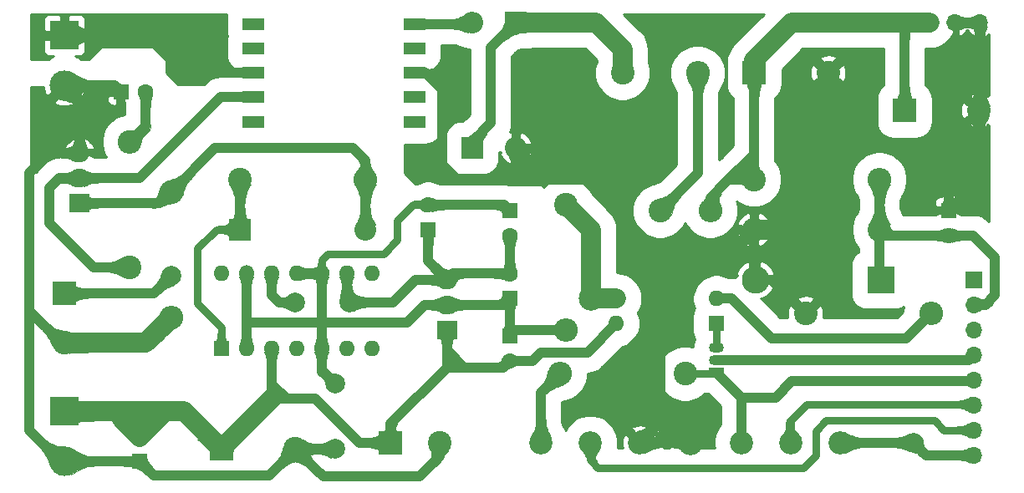
<source format=gbr>
%TF.GenerationSoftware,KiCad,Pcbnew,(5.1.8)-1*%
%TF.CreationDate,2022-06-16T12:56:30+03:00*%
%TF.ProjectId,FORWARD_CONVERTER,464f5257-4152-4445-9f43-4f4e56455254,rev?*%
%TF.SameCoordinates,Original*%
%TF.FileFunction,Copper,L1,Top*%
%TF.FilePolarity,Positive*%
%FSLAX46Y46*%
G04 Gerber Fmt 4.6, Leading zero omitted, Abs format (unit mm)*
G04 Created by KiCad (PCBNEW (5.1.8)-1) date 2022-06-16 12:56:30*
%MOMM*%
%LPD*%
G01*
G04 APERTURE LIST*
%TA.AperFunction,ComponentPad*%
%ADD10O,1.500000X1.050000*%
%TD*%
%TA.AperFunction,ComponentPad*%
%ADD11R,1.500000X1.050000*%
%TD*%
%TA.AperFunction,ComponentPad*%
%ADD12R,2.000000X1.905000*%
%TD*%
%TA.AperFunction,ComponentPad*%
%ADD13O,2.000000X1.905000*%
%TD*%
%TA.AperFunction,ComponentPad*%
%ADD14C,2.400000*%
%TD*%
%TA.AperFunction,ComponentPad*%
%ADD15O,2.400000X2.400000*%
%TD*%
%TA.AperFunction,ComponentPad*%
%ADD16R,1.600000X1.600000*%
%TD*%
%TA.AperFunction,ComponentPad*%
%ADD17C,1.600000*%
%TD*%
%TA.AperFunction,ComponentPad*%
%ADD18O,1.600000X1.600000*%
%TD*%
%TA.AperFunction,SMDPad,CuDef*%
%ADD19R,2.200000X1.300000*%
%TD*%
%TA.AperFunction,ComponentPad*%
%ADD20C,2.340000*%
%TD*%
%TA.AperFunction,ComponentPad*%
%ADD21R,1.700000X1.700000*%
%TD*%
%TA.AperFunction,ComponentPad*%
%ADD22O,1.700000X1.700000*%
%TD*%
%TA.AperFunction,ComponentPad*%
%ADD23R,3.000000X3.000000*%
%TD*%
%TA.AperFunction,ComponentPad*%
%ADD24C,3.000000*%
%TD*%
%TA.AperFunction,ComponentPad*%
%ADD25R,2.800000X2.800000*%
%TD*%
%TA.AperFunction,ComponentPad*%
%ADD26O,2.800000X2.800000*%
%TD*%
%TA.AperFunction,ComponentPad*%
%ADD27R,2.200000X2.200000*%
%TD*%
%TA.AperFunction,ComponentPad*%
%ADD28O,2.200000X2.200000*%
%TD*%
%TA.AperFunction,ComponentPad*%
%ADD29R,2.400000X2.400000*%
%TD*%
%TA.AperFunction,ViaPad*%
%ADD30C,2.000000*%
%TD*%
%TA.AperFunction,ViaPad*%
%ADD31C,2.500000*%
%TD*%
%TA.AperFunction,Conductor*%
%ADD32C,1.000000*%
%TD*%
%TA.AperFunction,Conductor*%
%ADD33C,2.000000*%
%TD*%
%TA.AperFunction,Conductor*%
%ADD34C,0.500000*%
%TD*%
%TA.AperFunction,Conductor*%
%ADD35C,0.750000*%
%TD*%
%TA.AperFunction,Conductor*%
%ADD36C,0.025400*%
%TD*%
%TA.AperFunction,Conductor*%
%ADD37C,0.100000*%
%TD*%
%TA.AperFunction,Conductor*%
%ADD38C,0.254000*%
%TD*%
G04 APERTURE END LIST*
D10*
%TO.P,Q2,2*%
%TO.N,LOW_PWM_IN*%
X172720000Y-95123000D03*
%TO.P,Q2,3*%
%TO.N,Net-(Q2-Pad3)*%
X172720000Y-93853000D03*
D11*
%TO.P,Q2,1*%
%TO.N,+3V3*%
X172720000Y-96393000D03*
%TD*%
D12*
%TO.P,Q1,1*%
%TO.N,Net-(D3-Pad2)*%
X108204000Y-79248000D03*
D13*
%TO.P,Q1,2*%
%TO.N,Net-(Q1-Pad2)*%
X108204000Y-76708000D03*
%TO.P,Q1,3*%
%TO.N,GND1*%
X108204000Y-74168000D03*
%TD*%
D14*
%TO.P,R3,1*%
%TO.N,Net-(Q1-Pad2)*%
X113284000Y-85725000D03*
D15*
%TO.P,R3,2*%
%TO.N,Net-(C3-Pad2)*%
X113284000Y-73025000D03*
%TD*%
D16*
%TO.P,C3,1*%
%TO.N,GND1*%
X112395000Y-67945000D03*
D17*
%TO.P,C3,2*%
%TO.N,Net-(C3-Pad2)*%
X114895000Y-67945000D03*
%TD*%
D12*
%TO.P,U3,1*%
%TO.N,+12V*%
X145415000Y-92075000D03*
D13*
%TO.P,U3,2*%
%TO.N,GND1*%
X145415000Y-89535000D03*
%TO.P,U3,3*%
%TO.N,+5V*%
X145415000Y-86995000D03*
%TD*%
D16*
%TO.P,U2,1*%
%TO.N,GATE*%
X122555000Y-93980000D03*
D18*
%TO.P,U2,8*%
%TO.N,Net-(U2-Pad8)*%
X137795000Y-86360000D03*
%TO.P,U2,2*%
%TO.N,GND1*%
X125095000Y-93980000D03*
%TO.P,U2,9*%
%TO.N,+5V*%
X135255000Y-86360000D03*
%TO.P,U2,3*%
%TO.N,+12V*%
X127635000Y-93980000D03*
%TO.P,U2,10*%
%TO.N,GND1*%
X132715000Y-86360000D03*
%TO.P,U2,4*%
%TO.N,Net-(U2-Pad4)*%
X130175000Y-93980000D03*
%TO.P,U2,11*%
%TO.N,GND1*%
X130175000Y-86360000D03*
%TO.P,U2,5*%
X132715000Y-93980000D03*
%TO.P,U2,12*%
%TO.N,LIN*%
X127635000Y-86360000D03*
%TO.P,U2,6*%
%TO.N,Net-(U2-Pad6)*%
X135255000Y-93980000D03*
%TO.P,U2,13*%
%TO.N,GND1*%
X125095000Y-86360000D03*
%TO.P,U2,7*%
%TO.N,Net-(U2-Pad7)*%
X137795000Y-93980000D03*
%TO.P,U2,14*%
%TO.N,Net-(U2-Pad14)*%
X122555000Y-86360000D03*
%TD*%
D16*
%TO.P,U1,1*%
%TO.N,Net-(Q2-Pad3)*%
X172720000Y-91440000D03*
D18*
%TO.P,U1,3*%
%TO.N,LIN*%
X162560000Y-88900000D03*
%TO.P,U1,2*%
%TO.N,Net-(R7-Pad2)*%
X172720000Y-88900000D03*
%TO.P,U1,4*%
%TO.N,+12V*%
X162560000Y-91440000D03*
%TD*%
D19*
%TO.P,TF1,5*%
%TO.N,N/C*%
X125805000Y-71000000D03*
%TO.P,TF1,6*%
X142165000Y-71000000D03*
%TO.P,TF1,4*%
%TO.N,Net-(Q1-Pad2)*%
X125805000Y-68520000D03*
%TO.P,TF1,7*%
%TO.N,N/C*%
X142165000Y-68520000D03*
%TO.P,TF1,3*%
%TO.N,Net-(J1-Pad1)*%
X125805000Y-66040000D03*
%TO.P,TF1,8*%
%TO.N,Vout-*%
X142165000Y-66040000D03*
%TO.P,TF1,2*%
%TO.N,N/C*%
X125805000Y-63560000D03*
%TO.P,TF1,9*%
%TO.N,Net-(TF1-Pad9)*%
X142165000Y-63560000D03*
%TO.P,TF1,1*%
%TO.N,N/C*%
X125805000Y-61080000D03*
%TO.P,TF1,10*%
%TO.N,Net-(D1-Pad2)*%
X142165000Y-61080000D03*
%TD*%
D20*
%TO.P,RV2,3*%
%TO.N,Vout-*%
X164940000Y-103505000D03*
%TO.P,RV2,2*%
%TO.N,I_ADC*%
X159940000Y-103505000D03*
%TO.P,RV2,1*%
%TO.N,Net-(R10-Pad2)*%
X154940000Y-103505000D03*
%TD*%
%TO.P,RV1,3*%
%TO.N,Vout-*%
X185260000Y-103505000D03*
%TO.P,RV1,2*%
%TO.N,P_ADC*%
X180260000Y-103505000D03*
%TO.P,RV1,1*%
%TO.N,+3V3*%
X175260000Y-103505000D03*
%TD*%
D14*
%TO.P,R10,1*%
%TO.N,+3V3*%
X169545000Y-96520000D03*
D15*
%TO.P,R10,2*%
%TO.N,Net-(R10-Pad2)*%
X156845000Y-96520000D03*
%TD*%
D14*
%TO.P,R7,1*%
%TO.N,Vout-*%
X181737000Y-90424000D03*
D15*
%TO.P,R7,2*%
%TO.N,Net-(R7-Pad2)*%
X194437000Y-90424000D03*
%TD*%
D14*
%TO.P,R6,1*%
%TO.N,LIN*%
X157480000Y-79375000D03*
D15*
%TO.P,R6,2*%
%TO.N,GND1*%
X157480000Y-92075000D03*
%TD*%
D14*
%TO.P,R5,1*%
%TO.N,Net-(D3-Pad2)*%
X117475000Y-78105000D03*
D15*
%TO.P,R5,2*%
%TO.N,GND1*%
X117475000Y-90805000D03*
%TD*%
D14*
%TO.P,R4,1*%
%TO.N,GATE*%
X124460000Y-76835000D03*
D15*
%TO.P,R4,2*%
%TO.N,Net-(D3-Pad2)*%
X137160000Y-76835000D03*
%TD*%
D14*
%TO.P,R2,1*%
%TO.N,OUTPUT_TO_ADC*%
X189230000Y-81915000D03*
D15*
%TO.P,R2,2*%
%TO.N,Vout-*%
X176530000Y-81915000D03*
%TD*%
D14*
%TO.P,R1,1*%
%TO.N,Vout+*%
X176530000Y-76835000D03*
D15*
%TO.P,R1,2*%
%TO.N,OUTPUT_TO_ADC*%
X189230000Y-76835000D03*
%TD*%
D14*
%TO.P,L2,1*%
%TO.N,Net-(L1-Pad2)*%
X167005000Y-80010000D03*
D15*
%TO.P,L2,2*%
%TO.N,Vout+*%
X172085000Y-80010000D03*
%TD*%
D14*
%TO.P,L1,1*%
%TO.N,Net-(D1-Pad1)*%
X163195000Y-66040000D03*
D15*
%TO.P,L1,2*%
%TO.N,Net-(L1-Pad2)*%
X170815000Y-66040000D03*
%TD*%
D21*
%TO.P,J5,1*%
%TO.N,Net-(J5-Pad1)*%
X198755000Y-86995000D03*
D22*
%TO.P,J5,2*%
%TO.N,OUTPUT_TO_ADC*%
X198755000Y-89535000D03*
%TO.P,J5,3*%
%TO.N,Net-(J5-Pad3)*%
X198755000Y-92075000D03*
%TO.P,J5,4*%
%TO.N,LOW_PWM_IN*%
X198755000Y-94615000D03*
%TO.P,J5,5*%
%TO.N,+3V3*%
X198755000Y-97155000D03*
%TO.P,J5,6*%
%TO.N,P_ADC*%
X198755000Y-99695000D03*
%TO.P,J5,7*%
%TO.N,I_ADC*%
X198755000Y-102235000D03*
%TO.P,J5,8*%
%TO.N,Vout-*%
X198755000Y-104775000D03*
%TD*%
D23*
%TO.P,J4,1*%
%TO.N,+12V*%
X106680000Y-100330000D03*
D24*
%TO.P,J4,2*%
%TO.N,GND1*%
X106680000Y-105410000D03*
%TD*%
D21*
%TO.P,J2,1*%
%TO.N,Vout+*%
X189230000Y-60960000D03*
D22*
%TO.P,J2,2*%
X191770000Y-60960000D03*
%TO.P,J2,3*%
X194310000Y-60960000D03*
%TO.P,J2,4*%
%TO.N,Vout-*%
X196850000Y-60960000D03*
%TO.P,J2,5*%
X199390000Y-60960000D03*
%TD*%
D23*
%TO.P,J1,1*%
%TO.N,Net-(J1-Pad1)*%
X106680000Y-62230000D03*
D24*
%TO.P,J1,2*%
%TO.N,GND1*%
X106680000Y-67310000D03*
%TD*%
D25*
%TO.P,D5,1*%
%TO.N,OUTPUT_TO_ADC*%
X189357000Y-86995000D03*
D26*
%TO.P,D5,2*%
%TO.N,Vout-*%
X176657000Y-86995000D03*
%TD*%
D27*
%TO.P,D3,1*%
%TO.N,GATE*%
X124460000Y-81915000D03*
D28*
%TO.P,D3,2*%
%TO.N,Net-(D3-Pad2)*%
X137160000Y-81915000D03*
%TD*%
D27*
%TO.P,D2,1*%
%TO.N,Net-(D1-Pad1)*%
X152400000Y-60960000D03*
D28*
%TO.P,D2,2*%
%TO.N,Vout-*%
X152400000Y-73660000D03*
%TD*%
D27*
%TO.P,D1,1*%
%TO.N,Net-(D1-Pad1)*%
X147955000Y-73660000D03*
D28*
%TO.P,D1,2*%
%TO.N,Net-(D1-Pad2)*%
X147955000Y-60960000D03*
%TD*%
D16*
%TO.P,C12,1*%
%TO.N,GND1*%
X151765000Y-80010000D03*
D17*
%TO.P,C12,2*%
%TO.N,+5V*%
X151765000Y-82510000D03*
%TD*%
D16*
%TO.P,C11,1*%
%TO.N,GND1*%
X151765000Y-88900000D03*
D17*
%TO.P,C11,2*%
%TO.N,+5V*%
X151765000Y-86400000D03*
%TD*%
D16*
%TO.P,C10,1*%
%TO.N,GND1*%
X151765000Y-92710000D03*
D17*
%TO.P,C10,2*%
%TO.N,+12V*%
X151765000Y-95210000D03*
%TD*%
D29*
%TO.P,C9,1*%
%TO.N,+12V*%
X139700000Y-103505000D03*
D14*
%TO.P,C9,2*%
%TO.N,GND1*%
X144700000Y-103505000D03*
%TD*%
D16*
%TO.P,C8,1*%
%TO.N,GND1*%
X114300000Y-105410000D03*
D17*
%TO.P,C8,2*%
%TO.N,+12V*%
X114300000Y-102910000D03*
%TD*%
D16*
%TO.P,C7,1*%
%TO.N,Vout-*%
X196215000Y-80010000D03*
D17*
%TO.P,C7,2*%
%TO.N,OUTPUT_TO_ADC*%
X196215000Y-82510000D03*
%TD*%
D29*
%TO.P,C6,1*%
%TO.N,+12V*%
X122555000Y-104140000D03*
D14*
%TO.P,C6,2*%
%TO.N,GND1*%
X130055000Y-104140000D03*
%TD*%
D16*
%TO.P,C5,1*%
%TO.N,+5V*%
X143510000Y-81915000D03*
D17*
%TO.P,C5,2*%
%TO.N,GND1*%
X143510000Y-79415000D03*
%TD*%
D29*
%TO.P,C4,1*%
%TO.N,+5V*%
X106680000Y-88392000D03*
D14*
%TO.P,C4,2*%
%TO.N,GND1*%
X106680000Y-93392000D03*
%TD*%
D29*
%TO.P,C2,1*%
%TO.N,Vout+*%
X176530000Y-66040000D03*
D14*
%TO.P,C2,2*%
%TO.N,Vout-*%
X184030000Y-66040000D03*
%TD*%
D29*
%TO.P,C1,1*%
%TO.N,Vout+*%
X191770000Y-69850000D03*
D14*
%TO.P,C1,2*%
%TO.N,Vout-*%
X199270000Y-69850000D03*
%TD*%
D30*
%TO.N,GND1*%
X134112000Y-104140000D03*
X134112000Y-97536000D03*
%TO.N,+5V*%
X117475000Y-86613998D03*
X135509000Y-89281000D03*
%TO.N,LIN*%
X130048000Y-89313000D03*
D31*
X160020000Y-88900000D03*
D30*
%TO.N,Vout-*%
X192659000Y-103505000D03*
D31*
X160020000Y-74930000D03*
X163830000Y-99060000D03*
X182880000Y-77470000D03*
X196850000Y-76200000D03*
X170053000Y-103505000D03*
%TD*%
D32*
%TO.N,Vout+*%
X172085000Y-80010000D02*
X172085000Y-78740000D01*
X191770000Y-60960000D02*
X191770000Y-69850000D01*
X189230000Y-60960000D02*
X194310000Y-60960000D01*
X175260000Y-76835000D02*
X176530000Y-75565000D01*
X176530000Y-75565000D02*
X176530000Y-76835000D01*
X175260000Y-76835000D02*
X176530000Y-76835000D01*
X174625000Y-76200000D02*
X176530000Y-74295000D01*
X174625000Y-76835000D02*
X174625000Y-76200000D01*
X176530000Y-74295000D02*
X176530000Y-75565000D01*
X176530000Y-66040000D02*
X176530000Y-74295000D01*
X173990000Y-76835000D02*
X174625000Y-76835000D01*
X174625000Y-76835000D02*
X175260000Y-76835000D01*
X173672500Y-77152500D02*
X176530000Y-74295000D01*
X172085000Y-78740000D02*
X173672500Y-77152500D01*
X173672500Y-77152500D02*
X173990000Y-76835000D01*
D33*
X180340000Y-60960000D02*
X194310000Y-60960000D01*
X176530000Y-64770000D02*
X180340000Y-60960000D01*
X176530000Y-66040000D02*
X176530000Y-64770000D01*
D32*
%TO.N,Net-(C3-Pad2)*%
X114895000Y-67945000D02*
X114895000Y-71414000D01*
X114895000Y-71414000D02*
X113284000Y-73025000D01*
%TO.N,GND1*%
X111760000Y-67310000D02*
X112395000Y-67945000D01*
X106680000Y-67310000D02*
X111760000Y-67310000D01*
X106045000Y-67945000D02*
X106680000Y-67310000D01*
X106680000Y-105410000D02*
X114300000Y-105410000D01*
D34*
X125095000Y-85725000D02*
X125095000Y-86360000D01*
D32*
X132715000Y-89535000D02*
X132715000Y-90170000D01*
X132715000Y-86360000D02*
X132715000Y-88900000D01*
X132715000Y-88900000D02*
X132715000Y-89535000D01*
X125095000Y-89535000D02*
X125095000Y-90170000D01*
X125095000Y-86360000D02*
X125095000Y-88900000D01*
X125095000Y-88900000D02*
X125095000Y-89535000D01*
X127388000Y-106807000D02*
X130055000Y-104140000D01*
X115697000Y-106807000D02*
X127388000Y-106807000D01*
X114300000Y-105410000D02*
X115697000Y-106807000D01*
X144700000Y-104855000D02*
X144700000Y-103505000D01*
X142630010Y-106924990D02*
X144700000Y-104855000D01*
X132959990Y-106924990D02*
X142630010Y-106924990D01*
X132588000Y-106553000D02*
X132959990Y-106924990D01*
X132468000Y-106553000D02*
X132588000Y-106553000D01*
X130055000Y-104140000D02*
X132468000Y-106553000D01*
X108204000Y-68834000D02*
X106680000Y-67310000D01*
X108204000Y-74168000D02*
X108204000Y-68834000D01*
X103124000Y-76200000D02*
X103124000Y-89836000D01*
X105156000Y-74168000D02*
X103124000Y-76200000D01*
X108204000Y-74168000D02*
X105156000Y-74168000D01*
X103124000Y-89836000D02*
X103124000Y-89916000D01*
X106299000Y-105410000D02*
X106680000Y-105410000D01*
X103124000Y-102235000D02*
X106299000Y-105410000D01*
X103124000Y-89836000D02*
X103124000Y-102235000D01*
X106386000Y-93392000D02*
X106680000Y-93392000D01*
X103124000Y-89836000D02*
X103124000Y-90130000D01*
X130055000Y-104140000D02*
X134112000Y-104140000D01*
X132715000Y-96139000D02*
X132715000Y-95885000D01*
X134112000Y-97536000D02*
X132715000Y-96139000D01*
X132715000Y-95885000D02*
X132715000Y-93980000D01*
X132715000Y-91313000D02*
X132715000Y-93980000D01*
X132715000Y-90170000D02*
X132715000Y-91313000D01*
X125095000Y-90170000D02*
X125095000Y-91313000D01*
X125095000Y-91313000D02*
X132715000Y-91313000D01*
X125095000Y-91313000D02*
X125095000Y-93980000D01*
X143129000Y-89535000D02*
X145415000Y-89535000D01*
X141351000Y-91313000D02*
X143129000Y-89535000D01*
X132715000Y-91313000D02*
X141351000Y-91313000D01*
X130175000Y-86360000D02*
X132715000Y-86360000D01*
X151170000Y-79415000D02*
X151765000Y-80010000D01*
X143510000Y-79415000D02*
X151170000Y-79415000D01*
X151130000Y-89535000D02*
X151765000Y-88900000D01*
X145415000Y-89535000D02*
X151130000Y-89535000D01*
X151765000Y-88900000D02*
X151765000Y-92710000D01*
D35*
X142009500Y-79415000D02*
X143510000Y-79415000D01*
X140398500Y-81026000D02*
X142009500Y-79415000D01*
X140398500Y-82994500D02*
X140398500Y-81026000D01*
X139001500Y-84391500D02*
X140398500Y-82994500D01*
X133350000Y-84391500D02*
X139001500Y-84391500D01*
X132715000Y-85026500D02*
X133350000Y-84391500D01*
X132715000Y-86360000D02*
X132715000Y-85026500D01*
D33*
X114888000Y-93392000D02*
X117475000Y-90805000D01*
X106680000Y-93392000D02*
X114888000Y-93392000D01*
D32*
X103124000Y-90130000D02*
X106386000Y-93392000D01*
%TO.N,+5V*%
X143510000Y-85090000D02*
X145415000Y-86995000D01*
X143510000Y-81915000D02*
X143510000Y-85090000D01*
X106680000Y-88392000D02*
X115696998Y-88392000D01*
X115696998Y-88392000D02*
X117475000Y-86613998D01*
X139954000Y-89281000D02*
X135509000Y-89281000D01*
X142240000Y-86995000D02*
X139954000Y-89281000D01*
X145415000Y-86995000D02*
X142240000Y-86995000D01*
X135255000Y-89027000D02*
X135509000Y-89281000D01*
X135255000Y-86360000D02*
X135255000Y-89027000D01*
X151765000Y-86400000D02*
X151765000Y-82510000D01*
X151725000Y-86360000D02*
X151765000Y-86400000D01*
X146050000Y-86360000D02*
X151725000Y-86360000D01*
X145415000Y-86995000D02*
X146050000Y-86360000D01*
%TO.N,+12V*%
X136525000Y-103505000D02*
X139700000Y-103505000D01*
X132080000Y-99060000D02*
X136525000Y-103505000D01*
X139700000Y-103505000D02*
X139700000Y-101600000D01*
X139700000Y-101600000D02*
X145415000Y-95885000D01*
X145415000Y-92075000D02*
X145415000Y-92710000D01*
X151090000Y-95885000D02*
X151765000Y-95210000D01*
D34*
%TO.N,GND1*%
X156908500Y-92075000D02*
X157480000Y-92075000D01*
D32*
X152400000Y-92075000D02*
X157480000Y-92075000D01*
X151765000Y-92710000D02*
X152400000Y-92075000D01*
D34*
%TO.N,+12V*%
X151765000Y-95210000D02*
X151805000Y-95250000D01*
D32*
X127762000Y-97663000D02*
X129159000Y-99060000D01*
X129159000Y-99060000D02*
X132080000Y-99060000D01*
X127635000Y-99060000D02*
X129159000Y-99060000D01*
X127635000Y-97663000D02*
X127762000Y-97663000D01*
X127635000Y-99060000D02*
X127635000Y-97663000D01*
X127635000Y-97663000D02*
X127635000Y-93980000D01*
D33*
X122555000Y-104140000D02*
X127635000Y-99060000D01*
D32*
X145669000Y-94424500D02*
X147129500Y-95885000D01*
X145415000Y-94424500D02*
X145669000Y-94424500D01*
X145415000Y-95885000D02*
X147129500Y-95885000D01*
X147129500Y-95885000D02*
X151090000Y-95885000D01*
X145415000Y-95885000D02*
X145415000Y-94424500D01*
X145415000Y-94424500D02*
X145415000Y-92075000D01*
D33*
X118745000Y-100330000D02*
X122555000Y-104140000D01*
X114300000Y-100584000D02*
X114554000Y-100330000D01*
X114300000Y-102910000D02*
X114300000Y-100584000D01*
X116840000Y-100370000D02*
X116840000Y-100330000D01*
X116840000Y-100330000D02*
X118745000Y-100330000D01*
X114300000Y-102910000D02*
X116840000Y-100370000D01*
X114554000Y-100330000D02*
X116840000Y-100330000D01*
X114300000Y-102910000D02*
X112395000Y-101005000D01*
X112395000Y-101005000D02*
X112395000Y-100330000D01*
X112395000Y-100330000D02*
X114554000Y-100330000D01*
X106680000Y-100330000D02*
X112395000Y-100330000D01*
D32*
X159639000Y-94361000D02*
X162560000Y-91440000D01*
X154940000Y-94361000D02*
X159639000Y-94361000D01*
X154091000Y-95210000D02*
X154940000Y-94361000D01*
X151765000Y-95210000D02*
X154091000Y-95210000D01*
%TO.N,OUTPUT_TO_ADC*%
X189230000Y-76835000D02*
X189230000Y-81915000D01*
X199957081Y-89535000D02*
X198755000Y-89535000D01*
X200904990Y-88587091D02*
X199957081Y-89535000D01*
X200904990Y-84699990D02*
X200904990Y-88587091D01*
X198715000Y-82510000D02*
X200904990Y-84699990D01*
X196215000Y-82510000D02*
X198715000Y-82510000D01*
X189230000Y-81915000D02*
X189825000Y-82510000D01*
X190540000Y-82510000D02*
X196215000Y-82510000D01*
X189825000Y-82510000D02*
X190540000Y-82510000D01*
X189230000Y-86868000D02*
X189357000Y-86995000D01*
X189230000Y-81915000D02*
X189230000Y-86868000D01*
%TO.N,Net-(D1-Pad2)*%
X147835000Y-61080000D02*
X147955000Y-60960000D01*
X142165000Y-61080000D02*
X147835000Y-61080000D01*
%TO.N,Net-(D1-Pad1)*%
X147955000Y-73660000D02*
X147955000Y-73025000D01*
X147955000Y-73025000D02*
X149860000Y-71120000D01*
X149860000Y-63500000D02*
X152400000Y-60960000D01*
X149860000Y-71120000D02*
X149860000Y-63500000D01*
D33*
X160528000Y-60960000D02*
X163195000Y-63627000D01*
X152400000Y-60960000D02*
X160528000Y-60960000D01*
X163195000Y-63627000D02*
X163195000Y-66040000D01*
D32*
%TO.N,Net-(D3-Pad2)*%
X137160000Y-76835000D02*
X137160000Y-81915000D01*
X135890000Y-73660000D02*
X137160000Y-74930000D01*
X137160000Y-74930000D02*
X137160000Y-76835000D01*
X121920000Y-73660000D02*
X135890000Y-73660000D01*
X117475000Y-78105000D02*
X121920000Y-73660000D01*
X116332000Y-79248000D02*
X117475000Y-78105000D01*
X108204000Y-79248000D02*
X116332000Y-79248000D01*
%TO.N,GATE*%
X124460000Y-76835000D02*
X124460000Y-81915000D01*
D35*
X124460000Y-81915000D02*
X122047000Y-81915000D01*
X122047000Y-81915000D02*
X120142000Y-83820000D01*
X120142000Y-83820000D02*
X120142000Y-89408000D01*
X122555000Y-91821000D02*
X122555000Y-93980000D01*
X120142000Y-89408000D02*
X122555000Y-91821000D01*
D32*
%TO.N,Net-(J1-Pad1)*%
X122428000Y-66040000D02*
X125805000Y-66040000D01*
X118618000Y-62230000D02*
X122428000Y-66040000D01*
X106680000Y-62230000D02*
X118618000Y-62230000D01*
D34*
%TO.N,I_ADC*%
X198247000Y-102235000D02*
X198755000Y-102235000D01*
D35*
X194818000Y-101282500D02*
X195770500Y-102235000D01*
X183832500Y-101282500D02*
X194818000Y-101282500D01*
X182753000Y-104838500D02*
X182753000Y-102362000D01*
X182753000Y-102362000D02*
X183832500Y-101282500D01*
X181546500Y-106045000D02*
X182753000Y-104838500D01*
X160718500Y-106045000D02*
X181546500Y-106045000D01*
X195770500Y-102235000D02*
X198755000Y-102235000D01*
X159940000Y-105266500D02*
X160718500Y-106045000D01*
X159940000Y-103505000D02*
X159940000Y-105266500D01*
D34*
%TO.N,P_ADC*%
X198120000Y-99695000D02*
X198755000Y-99695000D01*
D35*
X198691500Y-99631500D02*
X198755000Y-99695000D01*
X181864000Y-99631500D02*
X198691500Y-99631500D01*
X180260000Y-101235500D02*
X181864000Y-99631500D01*
X180260000Y-103505000D02*
X180260000Y-101235500D01*
%TO.N,LOW_PWM_IN*%
X198501000Y-94361000D02*
X198755000Y-94615000D01*
D32*
X198247000Y-95123000D02*
X198755000Y-94615000D01*
X172720000Y-95123000D02*
X198247000Y-95123000D01*
D35*
%TO.N,+3V3*%
X172593000Y-96520000D02*
X172720000Y-96393000D01*
X169545000Y-96520000D02*
X172593000Y-96520000D01*
D32*
X175260000Y-98933000D02*
X175260000Y-103505000D01*
X172720000Y-96393000D02*
X175260000Y-98933000D01*
X198628000Y-97282000D02*
X198755000Y-97155000D01*
X180340000Y-97282000D02*
X198628000Y-97282000D01*
X178689000Y-98933000D02*
X180340000Y-97282000D01*
X175260000Y-98933000D02*
X178689000Y-98933000D01*
%TO.N,Net-(L1-Pad2)*%
X170815000Y-76200000D02*
X167005000Y-80010000D01*
X170815000Y-66040000D02*
X170815000Y-76200000D01*
%TO.N,Net-(Q1-Pad2)*%
X108204000Y-76708000D02*
X107696000Y-76708000D01*
X109601000Y-85725000D02*
X113284000Y-85725000D01*
X105156000Y-77724000D02*
X105156000Y-81280000D01*
X106172000Y-76708000D02*
X105156000Y-77724000D01*
X105156000Y-81280000D02*
X109601000Y-85725000D01*
X108204000Y-76708000D02*
X106172000Y-76708000D01*
X122488000Y-68520000D02*
X125805000Y-68520000D01*
X114300000Y-76708000D02*
X122488000Y-68520000D01*
X108204000Y-76708000D02*
X114300000Y-76708000D01*
D34*
%TO.N,LIN*%
X157480000Y-79375000D02*
X157480000Y-80010000D01*
D32*
%TO.N,Net-(R10-Pad2)*%
X154940000Y-98425000D02*
X154940000Y-103505000D01*
X156845000Y-96520000D02*
X154940000Y-98425000D01*
%TO.N,LIN*%
X130048000Y-89313000D02*
X128429000Y-89313000D01*
X127635000Y-88519000D02*
X127635000Y-86360000D01*
X128429000Y-89313000D02*
X127635000Y-88519000D01*
D33*
X157480000Y-79375000D02*
X160020000Y-81915000D01*
X160020000Y-81915000D02*
X160020000Y-88900000D01*
X160020000Y-88900000D02*
X160020000Y-88900000D01*
X160020000Y-88900000D02*
X162560000Y-88900000D01*
D32*
%TO.N,Vout-*%
X151765000Y-76835000D02*
X152400000Y-76200000D01*
X196850000Y-60960000D02*
X199390000Y-60960000D01*
X199390000Y-69730000D02*
X199270000Y-69850000D01*
X199390000Y-60960000D02*
X199390000Y-69730000D01*
X196215000Y-79375000D02*
X196215000Y-80010000D01*
X184030000Y-73540000D02*
X184270000Y-73540000D01*
X184030000Y-76320000D02*
X184030000Y-73540000D01*
X184030000Y-73540000D02*
X184030000Y-71875000D01*
X184030000Y-69335000D02*
X184030000Y-69970000D01*
X184030000Y-69335000D02*
X184030000Y-66040000D01*
X184347500Y-71557500D02*
X184030000Y-71240000D01*
X184030000Y-71240000D02*
X184030000Y-69335000D01*
X184030000Y-71875000D02*
X184030000Y-71240000D01*
X199270000Y-76955000D02*
X196215000Y-80010000D01*
X199270000Y-69850000D02*
X199270000Y-76955000D01*
X158750000Y-76200000D02*
X154940000Y-76200000D01*
X167005000Y-101440000D02*
X164940000Y-103505000D01*
X166370000Y-83820000D02*
X167005000Y-84455000D01*
X167005000Y-85090000D02*
X168275000Y-83820000D01*
X168275000Y-83820000D02*
X174625000Y-83820000D01*
X166370000Y-83820000D02*
X168275000Y-83820000D01*
X167005000Y-84455000D02*
X167005000Y-85090000D01*
X167005000Y-85090000D02*
X167005000Y-101440000D01*
X153670000Y-76200000D02*
X154305000Y-75565000D01*
X152400000Y-76200000D02*
X153670000Y-76200000D01*
X154940000Y-76200000D02*
X154305000Y-75565000D01*
X153670000Y-74930000D02*
X153035000Y-74930000D01*
X152400000Y-75565000D02*
X152400000Y-73660000D01*
X152400000Y-76200000D02*
X152400000Y-75565000D01*
X153035000Y-74930000D02*
X152400000Y-75565000D01*
X154305000Y-75565000D02*
X153670000Y-74930000D01*
X153670000Y-74930000D02*
X152400000Y-73660000D01*
X153670000Y-75565000D02*
X153352500Y-75247500D01*
X153035000Y-74930000D02*
X153352500Y-75247500D01*
X151765000Y-76835000D02*
X154940000Y-76835000D01*
X159385000Y-76835000D02*
X159702500Y-77152500D01*
X154940000Y-76835000D02*
X159385000Y-76835000D01*
X159702500Y-77152500D02*
X166370000Y-83820000D01*
X158750000Y-76200000D02*
X159702500Y-77152500D01*
X153987500Y-75882500D02*
X153352500Y-75882500D01*
X154940000Y-76835000D02*
X153987500Y-75882500D01*
X153987500Y-75882500D02*
X153352500Y-75247500D01*
X153035000Y-75565000D02*
X153035000Y-74930000D01*
X153352500Y-75882500D02*
X153035000Y-75565000D01*
X144907000Y-75311000D02*
X146431000Y-76835000D01*
X144907000Y-67711998D02*
X144907000Y-75311000D01*
X146431000Y-76835000D02*
X151765000Y-76835000D01*
X143235002Y-66040000D02*
X144907000Y-67711998D01*
X142165000Y-66040000D02*
X143235002Y-66040000D01*
X164940000Y-103505000D02*
X170053000Y-103505000D01*
X185260000Y-103505000D02*
X192659000Y-103505000D01*
X193929000Y-104775000D02*
X198755000Y-104775000D01*
X192659000Y-103505000D02*
X193929000Y-104775000D01*
X174625000Y-83820000D02*
X176530000Y-81915000D01*
D33*
X178435000Y-81915000D02*
X176530000Y-81915000D01*
X184030000Y-76320000D02*
X182880000Y-77470000D01*
X184030000Y-73272000D02*
X184030000Y-76320000D01*
D32*
X188969000Y-73272000D02*
X188976000Y-73279000D01*
X188976000Y-73279000D02*
X191389000Y-73279000D01*
X196215000Y-78105000D02*
X196215000Y-80010000D01*
X191389000Y-73279000D02*
X196215000Y-78105000D01*
X184030000Y-72002000D02*
X185300000Y-73272000D01*
X184030000Y-71748000D02*
X184030000Y-72002000D01*
X184030000Y-73272000D02*
X185300000Y-73272000D01*
D33*
X184030000Y-66040000D02*
X184030000Y-71748000D01*
D32*
X185300000Y-73272000D02*
X188969000Y-73272000D01*
D33*
X184030000Y-71748000D02*
X184030000Y-73272000D01*
D32*
X184030000Y-74542000D02*
X185300000Y-73272000D01*
X184030000Y-76320000D02*
X184030000Y-74542000D01*
D33*
X182880000Y-77470000D02*
X178435000Y-81915000D01*
D32*
X176530000Y-86868000D02*
X176657000Y-86995000D01*
X176530000Y-81915000D02*
X176530000Y-86868000D01*
X176657000Y-86995000D02*
X176657000Y-87884000D01*
D33*
X182880000Y-77470000D02*
X182880000Y-77470000D01*
D32*
X170053000Y-103505000D02*
X170053000Y-103505000D01*
X176657000Y-86995000D02*
X178308000Y-86995000D01*
X178308000Y-86995000D02*
X181737000Y-90424000D01*
D35*
%TO.N,Net-(Q2-Pad3)*%
X172720000Y-93853000D02*
X172720000Y-91440000D01*
D32*
%TO.N,Net-(R7-Pad2)*%
X172720000Y-88900000D02*
X174244000Y-88900000D01*
X174244000Y-88900000D02*
X178308000Y-92964000D01*
X191897000Y-92964000D02*
X194437000Y-90424000D01*
X178308000Y-92964000D02*
X191897000Y-92964000D01*
%TD*%
D36*
%TO.N,Vout+*%
X173220126Y-78295025D02*
X173117611Y-78410068D01*
X173116539Y-78411452D01*
X173036584Y-78530894D01*
X173035556Y-78532749D01*
X172983290Y-78648950D01*
X172982523Y-78651196D01*
X172955096Y-78765465D01*
X172954760Y-78767822D01*
X172949323Y-78881473D01*
X172949398Y-78883592D01*
X172963105Y-78997934D01*
X172963417Y-78999593D01*
X172993418Y-79115938D01*
X172993778Y-79117101D01*
X173037224Y-79236761D01*
X173037515Y-79237491D01*
X173091559Y-79361775D01*
X173091732Y-79362156D01*
X173149765Y-79484453D01*
X172087477Y-80589103D01*
X171252268Y-79163311D01*
X171407495Y-79000562D01*
X171407925Y-79000088D01*
X171540726Y-78846003D01*
X171541114Y-78845530D01*
X171653068Y-78702210D01*
X171653353Y-78701831D01*
X171752643Y-78564454D01*
X171752775Y-78564269D01*
X171847586Y-78428011D01*
X171945951Y-78288261D01*
X172056134Y-78140068D01*
X172186273Y-77978644D01*
X172344642Y-77799040D01*
X172530656Y-77605555D01*
X173220126Y-78295025D01*
%TA.AperFunction,Conductor*%
D37*
G36*
X173220126Y-78295025D02*
G01*
X173117611Y-78410068D01*
X173116539Y-78411452D01*
X173036584Y-78530894D01*
X173035556Y-78532749D01*
X172983290Y-78648950D01*
X172982523Y-78651196D01*
X172955096Y-78765465D01*
X172954760Y-78767822D01*
X172949323Y-78881473D01*
X172949398Y-78883592D01*
X172963105Y-78997934D01*
X172963417Y-78999593D01*
X172993418Y-79115938D01*
X172993778Y-79117101D01*
X173037224Y-79236761D01*
X173037515Y-79237491D01*
X173091559Y-79361775D01*
X173091732Y-79362156D01*
X173149765Y-79484453D01*
X172087477Y-80589103D01*
X171252268Y-79163311D01*
X171407495Y-79000562D01*
X171407925Y-79000088D01*
X171540726Y-78846003D01*
X171541114Y-78845530D01*
X171653068Y-78702210D01*
X171653353Y-78701831D01*
X171752643Y-78564454D01*
X171752775Y-78564269D01*
X171847586Y-78428011D01*
X171945951Y-78288261D01*
X172056134Y-78140068D01*
X172186273Y-77978644D01*
X172344642Y-77799040D01*
X172530656Y-77605555D01*
X173220126Y-78295025D01*
G37*
%TD.AperFunction*%
%TD*%
D36*
%TO.N,Vout+*%
X189636678Y-60960000D02*
X188856997Y-61709782D01*
X188734706Y-61652126D01*
X188734348Y-61651964D01*
X188615842Y-61600510D01*
X188615298Y-61600288D01*
X188503959Y-61557949D01*
X188503240Y-61557700D01*
X188394535Y-61523659D01*
X188393706Y-61523430D01*
X188283102Y-61496869D01*
X188282265Y-61496698D01*
X188165230Y-61476799D01*
X188164487Y-61476695D01*
X188036489Y-61462642D01*
X188035900Y-61462591D01*
X187892405Y-61453564D01*
X187891982Y-61453545D01*
X187728458Y-61448729D01*
X187728180Y-61448723D01*
X187552700Y-61447395D01*
X187552700Y-60472605D01*
X187728180Y-60471276D01*
X187728458Y-60471270D01*
X187891982Y-60466454D01*
X187892405Y-60466435D01*
X188035900Y-60457408D01*
X188036489Y-60457357D01*
X188164487Y-60443304D01*
X188165230Y-60443200D01*
X188282265Y-60423301D01*
X188283102Y-60423130D01*
X188393706Y-60396569D01*
X188394535Y-60396340D01*
X188503240Y-60362299D01*
X188503959Y-60362050D01*
X188615298Y-60319711D01*
X188615842Y-60319489D01*
X188734348Y-60268035D01*
X188734706Y-60267873D01*
X188856997Y-60210218D01*
X189636678Y-60960000D01*
%TA.AperFunction,Conductor*%
D37*
G36*
X189636678Y-60960000D02*
G01*
X188856997Y-61709782D01*
X188734706Y-61652126D01*
X188734348Y-61651964D01*
X188615842Y-61600510D01*
X188615298Y-61600288D01*
X188503959Y-61557949D01*
X188503240Y-61557700D01*
X188394535Y-61523659D01*
X188393706Y-61523430D01*
X188283102Y-61496869D01*
X188282265Y-61496698D01*
X188165230Y-61476799D01*
X188164487Y-61476695D01*
X188036489Y-61462642D01*
X188035900Y-61462591D01*
X187892405Y-61453564D01*
X187891982Y-61453545D01*
X187728458Y-61448729D01*
X187728180Y-61448723D01*
X187552700Y-61447395D01*
X187552700Y-60472605D01*
X187728180Y-60471276D01*
X187728458Y-60471270D01*
X187891982Y-60466454D01*
X187892405Y-60466435D01*
X188035900Y-60457408D01*
X188036489Y-60457357D01*
X188164487Y-60443304D01*
X188165230Y-60443200D01*
X188282265Y-60423301D01*
X188283102Y-60423130D01*
X188393706Y-60396569D01*
X188394535Y-60396340D01*
X188503240Y-60362299D01*
X188503959Y-60362050D01*
X188615298Y-60319711D01*
X188615842Y-60319489D01*
X188734348Y-60268035D01*
X188734706Y-60267873D01*
X188856997Y-60210218D01*
X189636678Y-60960000D01*
G37*
%TD.AperFunction*%
%TD*%
D36*
%TO.N,Vout+*%
X192519782Y-61333003D02*
X192462126Y-61455293D01*
X192461964Y-61455651D01*
X192410510Y-61574157D01*
X192410288Y-61574701D01*
X192367949Y-61686040D01*
X192367700Y-61686759D01*
X192333659Y-61795464D01*
X192333430Y-61796293D01*
X192306869Y-61906897D01*
X192306698Y-61907734D01*
X192286799Y-62024769D01*
X192286695Y-62025512D01*
X192272642Y-62153510D01*
X192272591Y-62154099D01*
X192263564Y-62297594D01*
X192263545Y-62298017D01*
X192258729Y-62461541D01*
X192258723Y-62461819D01*
X192257395Y-62637300D01*
X191282605Y-62637300D01*
X191281276Y-62461819D01*
X191281270Y-62461541D01*
X191276454Y-62298017D01*
X191276435Y-62297594D01*
X191267408Y-62154099D01*
X191267357Y-62153510D01*
X191253304Y-62025512D01*
X191253200Y-62024769D01*
X191233301Y-61907734D01*
X191233130Y-61906897D01*
X191206569Y-61796293D01*
X191206340Y-61795464D01*
X191172299Y-61686759D01*
X191172050Y-61686040D01*
X191129711Y-61574701D01*
X191129489Y-61574157D01*
X191078035Y-61455651D01*
X191077873Y-61455293D01*
X191020218Y-61333003D01*
X191770000Y-60553322D01*
X192519782Y-61333003D01*
%TA.AperFunction,Conductor*%
D37*
G36*
X192519782Y-61333003D02*
G01*
X192462126Y-61455293D01*
X192461964Y-61455651D01*
X192410510Y-61574157D01*
X192410288Y-61574701D01*
X192367949Y-61686040D01*
X192367700Y-61686759D01*
X192333659Y-61795464D01*
X192333430Y-61796293D01*
X192306869Y-61906897D01*
X192306698Y-61907734D01*
X192286799Y-62024769D01*
X192286695Y-62025512D01*
X192272642Y-62153510D01*
X192272591Y-62154099D01*
X192263564Y-62297594D01*
X192263545Y-62298017D01*
X192258729Y-62461541D01*
X192258723Y-62461819D01*
X192257395Y-62637300D01*
X191282605Y-62637300D01*
X191281276Y-62461819D01*
X191281270Y-62461541D01*
X191276454Y-62298017D01*
X191276435Y-62297594D01*
X191267408Y-62154099D01*
X191267357Y-62153510D01*
X191253304Y-62025512D01*
X191253200Y-62024769D01*
X191233301Y-61907734D01*
X191233130Y-61906897D01*
X191206569Y-61796293D01*
X191206340Y-61795464D01*
X191172299Y-61686759D01*
X191172050Y-61686040D01*
X191129711Y-61574701D01*
X191129489Y-61574157D01*
X191078035Y-61455651D01*
X191077873Y-61455293D01*
X191020218Y-61333003D01*
X191770000Y-60553322D01*
X192519782Y-61333003D01*
G37*
%TD.AperFunction*%
%TD*%
D36*
%TO.N,Vout+*%
X192264012Y-67730435D02*
X192264055Y-67731208D01*
X192283776Y-67960623D01*
X192283895Y-67961579D01*
X192316023Y-68158603D01*
X192316248Y-68159686D01*
X192360178Y-68332628D01*
X192360503Y-68333704D01*
X192415629Y-68490878D01*
X192415984Y-68491779D01*
X192481701Y-68641497D01*
X192481983Y-68642098D01*
X192557686Y-68792670D01*
X192557824Y-68792935D01*
X192642893Y-68952649D01*
X192736674Y-69129724D01*
X192834617Y-69324607D01*
X191770000Y-70431678D01*
X190705383Y-69324607D01*
X190803325Y-69129723D01*
X190897092Y-68952675D01*
X190982175Y-68792935D01*
X190982313Y-68792670D01*
X191058016Y-68642098D01*
X191058298Y-68641497D01*
X191124015Y-68491779D01*
X191124370Y-68490878D01*
X191179496Y-68333704D01*
X191179821Y-68332628D01*
X191223751Y-68159686D01*
X191223976Y-68158603D01*
X191256104Y-67961579D01*
X191256223Y-67960623D01*
X191275944Y-67731208D01*
X191275987Y-67730435D01*
X191282388Y-67472700D01*
X192257612Y-67472700D01*
X192264012Y-67730435D01*
%TA.AperFunction,Conductor*%
D37*
G36*
X192264012Y-67730435D02*
G01*
X192264055Y-67731208D01*
X192283776Y-67960623D01*
X192283895Y-67961579D01*
X192316023Y-68158603D01*
X192316248Y-68159686D01*
X192360178Y-68332628D01*
X192360503Y-68333704D01*
X192415629Y-68490878D01*
X192415984Y-68491779D01*
X192481701Y-68641497D01*
X192481983Y-68642098D01*
X192557686Y-68792670D01*
X192557824Y-68792935D01*
X192642893Y-68952649D01*
X192736674Y-69129724D01*
X192834617Y-69324607D01*
X191770000Y-70431678D01*
X190705383Y-69324607D01*
X190803325Y-69129723D01*
X190897092Y-68952675D01*
X190982175Y-68792935D01*
X190982313Y-68792670D01*
X191058016Y-68642098D01*
X191058298Y-68641497D01*
X191124015Y-68491779D01*
X191124370Y-68490878D01*
X191179496Y-68333704D01*
X191179821Y-68332628D01*
X191223751Y-68159686D01*
X191223976Y-68158603D01*
X191256104Y-67961579D01*
X191256223Y-67960623D01*
X191275944Y-67731208D01*
X191275987Y-67730435D01*
X191282388Y-67472700D01*
X192257612Y-67472700D01*
X192264012Y-67730435D01*
G37*
%TD.AperFunction*%
%TD*%
D36*
%TO.N,Vout+*%
X194716678Y-60960000D02*
X193936997Y-61709782D01*
X193814706Y-61652126D01*
X193814348Y-61651964D01*
X193695842Y-61600510D01*
X193695298Y-61600288D01*
X193583959Y-61557949D01*
X193583240Y-61557700D01*
X193474535Y-61523659D01*
X193473706Y-61523430D01*
X193363102Y-61496869D01*
X193362265Y-61496698D01*
X193245230Y-61476799D01*
X193244487Y-61476695D01*
X193116489Y-61462642D01*
X193115900Y-61462591D01*
X192972405Y-61453564D01*
X192971982Y-61453545D01*
X192808458Y-61448729D01*
X192808180Y-61448723D01*
X192632700Y-61447395D01*
X192632700Y-60472605D01*
X192808180Y-60471276D01*
X192808458Y-60471270D01*
X192971982Y-60466454D01*
X192972405Y-60466435D01*
X193115900Y-60457408D01*
X193116489Y-60457357D01*
X193244487Y-60443304D01*
X193245230Y-60443200D01*
X193362265Y-60423301D01*
X193363102Y-60423130D01*
X193473706Y-60396569D01*
X193474535Y-60396340D01*
X193583240Y-60362299D01*
X193583959Y-60362050D01*
X193695298Y-60319711D01*
X193695842Y-60319489D01*
X193814348Y-60268035D01*
X193814706Y-60267873D01*
X193936997Y-60210218D01*
X194716678Y-60960000D01*
%TA.AperFunction,Conductor*%
D37*
G36*
X194716678Y-60960000D02*
G01*
X193936997Y-61709782D01*
X193814706Y-61652126D01*
X193814348Y-61651964D01*
X193695842Y-61600510D01*
X193695298Y-61600288D01*
X193583959Y-61557949D01*
X193583240Y-61557700D01*
X193474535Y-61523659D01*
X193473706Y-61523430D01*
X193363102Y-61496869D01*
X193362265Y-61496698D01*
X193245230Y-61476799D01*
X193244487Y-61476695D01*
X193116489Y-61462642D01*
X193115900Y-61462591D01*
X192972405Y-61453564D01*
X192971982Y-61453545D01*
X192808458Y-61448729D01*
X192808180Y-61448723D01*
X192632700Y-61447395D01*
X192632700Y-60472605D01*
X192808180Y-60471276D01*
X192808458Y-60471270D01*
X192971982Y-60466454D01*
X192972405Y-60466435D01*
X193115900Y-60457408D01*
X193116489Y-60457357D01*
X193244487Y-60443304D01*
X193245230Y-60443200D01*
X193362265Y-60423301D01*
X193363102Y-60423130D01*
X193473706Y-60396569D01*
X193474535Y-60396340D01*
X193583240Y-60362299D01*
X193583959Y-60362050D01*
X193695298Y-60319711D01*
X193695842Y-60319489D01*
X193814348Y-60268035D01*
X193814706Y-60267873D01*
X193936997Y-60210218D01*
X194716678Y-60960000D01*
G37*
%TD.AperFunction*%
%TD*%
D36*
%TO.N,Vout+*%
X189725293Y-60267873D02*
X189725651Y-60268035D01*
X189844157Y-60319489D01*
X189844701Y-60319711D01*
X189956040Y-60362050D01*
X189956759Y-60362299D01*
X190065464Y-60396340D01*
X190066293Y-60396569D01*
X190176897Y-60423130D01*
X190177734Y-60423301D01*
X190294769Y-60443200D01*
X190295512Y-60443304D01*
X190423510Y-60457357D01*
X190424099Y-60457408D01*
X190567594Y-60466435D01*
X190568017Y-60466454D01*
X190731541Y-60471270D01*
X190731819Y-60471276D01*
X190907300Y-60472605D01*
X190907300Y-61447395D01*
X190731819Y-61448723D01*
X190731541Y-61448729D01*
X190568017Y-61453545D01*
X190567594Y-61453564D01*
X190424099Y-61462591D01*
X190423510Y-61462642D01*
X190295512Y-61476695D01*
X190294769Y-61476799D01*
X190177734Y-61496698D01*
X190176897Y-61496869D01*
X190066293Y-61523430D01*
X190065464Y-61523659D01*
X189956759Y-61557700D01*
X189956040Y-61557949D01*
X189844701Y-61600288D01*
X189844157Y-61600510D01*
X189725651Y-61651964D01*
X189725293Y-61652126D01*
X189603003Y-61709782D01*
X188823322Y-60960000D01*
X189603003Y-60210218D01*
X189725293Y-60267873D01*
%TA.AperFunction,Conductor*%
D37*
G36*
X189725293Y-60267873D02*
G01*
X189725651Y-60268035D01*
X189844157Y-60319489D01*
X189844701Y-60319711D01*
X189956040Y-60362050D01*
X189956759Y-60362299D01*
X190065464Y-60396340D01*
X190066293Y-60396569D01*
X190176897Y-60423130D01*
X190177734Y-60423301D01*
X190294769Y-60443200D01*
X190295512Y-60443304D01*
X190423510Y-60457357D01*
X190424099Y-60457408D01*
X190567594Y-60466435D01*
X190568017Y-60466454D01*
X190731541Y-60471270D01*
X190731819Y-60471276D01*
X190907300Y-60472605D01*
X190907300Y-61447395D01*
X190731819Y-61448723D01*
X190731541Y-61448729D01*
X190568017Y-61453545D01*
X190567594Y-61453564D01*
X190424099Y-61462591D01*
X190423510Y-61462642D01*
X190295512Y-61476695D01*
X190294769Y-61476799D01*
X190177734Y-61496698D01*
X190176897Y-61496869D01*
X190066293Y-61523430D01*
X190065464Y-61523659D01*
X189956759Y-61557700D01*
X189956040Y-61557949D01*
X189844701Y-61600288D01*
X189844157Y-61600510D01*
X189725651Y-61651964D01*
X189725293Y-61652126D01*
X189603003Y-61709782D01*
X188823322Y-60960000D01*
X189603003Y-60210218D01*
X189725293Y-60267873D01*
G37*
%TD.AperFunction*%
%TD*%
D36*
%TO.N,Vout+*%
X177018143Y-75603396D02*
X177018182Y-75604082D01*
X177020472Y-75631302D01*
X177020535Y-75631893D01*
X177023945Y-75657824D01*
X177024025Y-75658343D01*
X177028223Y-75682493D01*
X177028313Y-75682960D01*
X177032965Y-75704837D01*
X177033066Y-75705273D01*
X177037841Y-75724386D01*
X177037958Y-75724821D01*
X177042523Y-75740678D01*
X177042674Y-75741168D01*
X177046696Y-75753277D01*
X177046957Y-75753989D01*
X177050046Y-75761716D01*
X176530000Y-77393183D01*
X176009953Y-75761714D01*
X176013042Y-75753989D01*
X176013303Y-75753277D01*
X176017325Y-75741168D01*
X176017476Y-75740678D01*
X176022041Y-75724821D01*
X176022158Y-75724386D01*
X176026933Y-75705273D01*
X176027034Y-75704837D01*
X176031686Y-75682960D01*
X176031776Y-75682493D01*
X176035974Y-75658343D01*
X176036054Y-75657824D01*
X176039464Y-75631893D01*
X176039527Y-75631302D01*
X176041817Y-75604082D01*
X176041856Y-75603397D01*
X176042326Y-75587700D01*
X177017674Y-75587700D01*
X177018143Y-75603396D01*
%TA.AperFunction,Conductor*%
D37*
G36*
X177018143Y-75603396D02*
G01*
X177018182Y-75604082D01*
X177020472Y-75631302D01*
X177020535Y-75631893D01*
X177023945Y-75657824D01*
X177024025Y-75658343D01*
X177028223Y-75682493D01*
X177028313Y-75682960D01*
X177032965Y-75704837D01*
X177033066Y-75705273D01*
X177037841Y-75724386D01*
X177037958Y-75724821D01*
X177042523Y-75740678D01*
X177042674Y-75741168D01*
X177046696Y-75753277D01*
X177046957Y-75753989D01*
X177050046Y-75761716D01*
X176530000Y-77393183D01*
X176009953Y-75761714D01*
X176013042Y-75753989D01*
X176013303Y-75753277D01*
X176017325Y-75741168D01*
X176017476Y-75740678D01*
X176022041Y-75724821D01*
X176022158Y-75724386D01*
X176026933Y-75705273D01*
X176027034Y-75704837D01*
X176031686Y-75682960D01*
X176031776Y-75682493D01*
X176035974Y-75658343D01*
X176036054Y-75657824D01*
X176039464Y-75631893D01*
X176039527Y-75631302D01*
X176041817Y-75604082D01*
X176041856Y-75603397D01*
X176042326Y-75587700D01*
X177017674Y-75587700D01*
X177018143Y-75603396D01*
G37*
%TD.AperFunction*%
%TD*%
D36*
%TO.N,Vout+*%
X177088183Y-76835000D02*
X175456716Y-77355046D01*
X175448989Y-77351957D01*
X175448277Y-77351696D01*
X175436168Y-77347674D01*
X175435678Y-77347523D01*
X175419821Y-77342958D01*
X175419386Y-77342841D01*
X175400273Y-77338066D01*
X175399837Y-77337965D01*
X175377960Y-77333313D01*
X175377493Y-77333223D01*
X175353343Y-77329025D01*
X175352824Y-77328945D01*
X175326893Y-77325535D01*
X175326302Y-77325472D01*
X175299082Y-77323182D01*
X175298396Y-77323143D01*
X175282700Y-77322674D01*
X175282700Y-76347326D01*
X175298397Y-76346856D01*
X175299082Y-76346817D01*
X175326302Y-76344527D01*
X175326893Y-76344464D01*
X175352824Y-76341054D01*
X175353343Y-76340974D01*
X175377493Y-76336776D01*
X175377960Y-76336686D01*
X175399837Y-76332034D01*
X175400273Y-76331933D01*
X175419386Y-76327158D01*
X175419821Y-76327041D01*
X175435678Y-76322476D01*
X175436168Y-76322325D01*
X175448277Y-76318303D01*
X175448989Y-76318042D01*
X175456714Y-76314953D01*
X177088183Y-76835000D01*
%TA.AperFunction,Conductor*%
D37*
G36*
X177088183Y-76835000D02*
G01*
X175456716Y-77355046D01*
X175448989Y-77351957D01*
X175448277Y-77351696D01*
X175436168Y-77347674D01*
X175435678Y-77347523D01*
X175419821Y-77342958D01*
X175419386Y-77342841D01*
X175400273Y-77338066D01*
X175399837Y-77337965D01*
X175377960Y-77333313D01*
X175377493Y-77333223D01*
X175353343Y-77329025D01*
X175352824Y-77328945D01*
X175326893Y-77325535D01*
X175326302Y-77325472D01*
X175299082Y-77323182D01*
X175298396Y-77323143D01*
X175282700Y-77322674D01*
X175282700Y-76347326D01*
X175298397Y-76346856D01*
X175299082Y-76346817D01*
X175326302Y-76344527D01*
X175326893Y-76344464D01*
X175352824Y-76341054D01*
X175353343Y-76340974D01*
X175377493Y-76336776D01*
X175377960Y-76336686D01*
X175399837Y-76332034D01*
X175400273Y-76331933D01*
X175419386Y-76327158D01*
X175419821Y-76327041D01*
X175435678Y-76322476D01*
X175436168Y-76322325D01*
X175448277Y-76318303D01*
X175448989Y-76318042D01*
X175456714Y-76314953D01*
X177088183Y-76835000D01*
G37*
%TD.AperFunction*%
%TD*%
D36*
%TO.N,Vout+*%
X177594617Y-66565393D02*
X177496674Y-66760275D01*
X177402907Y-66937324D01*
X177317824Y-67097064D01*
X177317686Y-67097329D01*
X177241983Y-67247901D01*
X177241701Y-67248502D01*
X177175984Y-67398220D01*
X177175629Y-67399121D01*
X177120503Y-67556295D01*
X177120178Y-67557371D01*
X177076248Y-67730313D01*
X177076023Y-67731396D01*
X177043895Y-67928420D01*
X177043776Y-67929376D01*
X177024055Y-68158791D01*
X177024012Y-68159564D01*
X177017612Y-68417300D01*
X176042388Y-68417300D01*
X176035987Y-68159564D01*
X176035944Y-68158791D01*
X176016223Y-67929376D01*
X176016104Y-67928420D01*
X175983976Y-67731396D01*
X175983751Y-67730313D01*
X175939821Y-67557371D01*
X175939496Y-67556295D01*
X175884370Y-67399121D01*
X175884015Y-67398220D01*
X175818298Y-67248502D01*
X175818016Y-67247901D01*
X175742313Y-67097329D01*
X175742175Y-67097064D01*
X175657092Y-66937324D01*
X175563325Y-66760276D01*
X175465383Y-66565393D01*
X176530000Y-65458322D01*
X177594617Y-66565393D01*
%TA.AperFunction,Conductor*%
D37*
G36*
X177594617Y-66565393D02*
G01*
X177496674Y-66760275D01*
X177402907Y-66937324D01*
X177317824Y-67097064D01*
X177317686Y-67097329D01*
X177241983Y-67247901D01*
X177241701Y-67248502D01*
X177175984Y-67398220D01*
X177175629Y-67399121D01*
X177120503Y-67556295D01*
X177120178Y-67557371D01*
X177076248Y-67730313D01*
X177076023Y-67731396D01*
X177043895Y-67928420D01*
X177043776Y-67929376D01*
X177024055Y-68158791D01*
X177024012Y-68159564D01*
X177017612Y-68417300D01*
X176042388Y-68417300D01*
X176035987Y-68159564D01*
X176035944Y-68158791D01*
X176016223Y-67929376D01*
X176016104Y-67928420D01*
X175983976Y-67731396D01*
X175983751Y-67730313D01*
X175939821Y-67557371D01*
X175939496Y-67556295D01*
X175884370Y-67399121D01*
X175884015Y-67398220D01*
X175818298Y-67248502D01*
X175818016Y-67247901D01*
X175742313Y-67097329D01*
X175742175Y-67097064D01*
X175657092Y-66937324D01*
X175563325Y-66760276D01*
X175465383Y-66565393D01*
X176530000Y-65458322D01*
X177594617Y-66565393D01*
G37*
%TD.AperFunction*%
%TD*%
D36*
%TO.N,+5V*%
X144566962Y-85453717D02*
X144567289Y-85454024D01*
X144703313Y-85577334D01*
X144703775Y-85577733D01*
X144827637Y-85679626D01*
X144828247Y-85680098D01*
X144944298Y-85764288D01*
X144945037Y-85764785D01*
X145057625Y-85834983D01*
X145058414Y-85835437D01*
X145171890Y-85895355D01*
X145172614Y-85895708D01*
X145291326Y-85949060D01*
X145291881Y-85949294D01*
X145420180Y-85999791D01*
X145420518Y-85999918D01*
X145562753Y-86051273D01*
X145562888Y-86051321D01*
X145715062Y-86104338D01*
X145738803Y-87318803D01*
X144524338Y-87295062D01*
X144471321Y-87142888D01*
X144471273Y-87142753D01*
X144419918Y-87000518D01*
X144419791Y-87000180D01*
X144369294Y-86871881D01*
X144369060Y-86871326D01*
X144315708Y-86752614D01*
X144315355Y-86751890D01*
X144255437Y-86638414D01*
X144254983Y-86637625D01*
X144184785Y-86525037D01*
X144184288Y-86524298D01*
X144100098Y-86408247D01*
X144099626Y-86407637D01*
X143997733Y-86283775D01*
X143997334Y-86283313D01*
X143874024Y-86147289D01*
X143873717Y-86146962D01*
X143734016Y-86003405D01*
X144423405Y-85314016D01*
X144566962Y-85453717D01*
%TA.AperFunction,Conductor*%
D37*
G36*
X144566962Y-85453717D02*
G01*
X144567289Y-85454024D01*
X144703313Y-85577334D01*
X144703775Y-85577733D01*
X144827637Y-85679626D01*
X144828247Y-85680098D01*
X144944298Y-85764288D01*
X144945037Y-85764785D01*
X145057625Y-85834983D01*
X145058414Y-85835437D01*
X145171890Y-85895355D01*
X145172614Y-85895708D01*
X145291326Y-85949060D01*
X145291881Y-85949294D01*
X145420180Y-85999791D01*
X145420518Y-85999918D01*
X145562753Y-86051273D01*
X145562888Y-86051321D01*
X145715062Y-86104338D01*
X145738803Y-87318803D01*
X144524338Y-87295062D01*
X144471321Y-87142888D01*
X144471273Y-87142753D01*
X144419918Y-87000518D01*
X144419791Y-87000180D01*
X144369294Y-86871881D01*
X144369060Y-86871326D01*
X144315708Y-86752614D01*
X144315355Y-86751890D01*
X144255437Y-86638414D01*
X144254983Y-86637625D01*
X144184785Y-86525037D01*
X144184288Y-86524298D01*
X144100098Y-86408247D01*
X144099626Y-86407637D01*
X143997733Y-86283775D01*
X143997334Y-86283313D01*
X143874024Y-86147289D01*
X143873717Y-86146962D01*
X143734016Y-86003405D01*
X144423405Y-85314016D01*
X144566962Y-85453717D01*
G37*
%TD.AperFunction*%
%TD*%
D36*
%TO.N,+5V*%
X144214822Y-82266250D02*
X144163358Y-82377194D01*
X144163137Y-82377699D01*
X144118008Y-82487203D01*
X144117752Y-82487879D01*
X144081628Y-82591996D01*
X144081377Y-82592806D01*
X144053270Y-82695476D01*
X144053067Y-82696333D01*
X144031992Y-82801494D01*
X144031858Y-82802295D01*
X144016827Y-82913884D01*
X144016755Y-82914544D01*
X144006781Y-83036502D01*
X144006751Y-83036987D01*
X144000849Y-83173251D01*
X144000839Y-83173569D01*
X143998021Y-83328077D01*
X143998019Y-83328257D01*
X143997351Y-83492300D01*
X143022648Y-83492300D01*
X143021980Y-83328257D01*
X143021978Y-83328077D01*
X143019160Y-83173569D01*
X143019150Y-83173251D01*
X143013248Y-83036987D01*
X143013218Y-83036502D01*
X143003244Y-82914544D01*
X143003172Y-82913884D01*
X142988141Y-82802295D01*
X142988007Y-82801494D01*
X142966932Y-82696333D01*
X142966729Y-82695476D01*
X142938622Y-82592806D01*
X142938371Y-82591996D01*
X142902247Y-82487879D01*
X142901991Y-82487203D01*
X142856862Y-82377699D01*
X142856641Y-82377194D01*
X142805178Y-82266250D01*
X143510000Y-81533322D01*
X144214822Y-82266250D01*
%TA.AperFunction,Conductor*%
D37*
G36*
X144214822Y-82266250D02*
G01*
X144163358Y-82377194D01*
X144163137Y-82377699D01*
X144118008Y-82487203D01*
X144117752Y-82487879D01*
X144081628Y-82591996D01*
X144081377Y-82592806D01*
X144053270Y-82695476D01*
X144053067Y-82696333D01*
X144031992Y-82801494D01*
X144031858Y-82802295D01*
X144016827Y-82913884D01*
X144016755Y-82914544D01*
X144006781Y-83036502D01*
X144006751Y-83036987D01*
X144000849Y-83173251D01*
X144000839Y-83173569D01*
X143998021Y-83328077D01*
X143998019Y-83328257D01*
X143997351Y-83492300D01*
X143022648Y-83492300D01*
X143021980Y-83328257D01*
X143021978Y-83328077D01*
X143019160Y-83173569D01*
X143019150Y-83173251D01*
X143013248Y-83036987D01*
X143013218Y-83036502D01*
X143003244Y-82914544D01*
X143003172Y-82913884D01*
X142988141Y-82802295D01*
X142988007Y-82801494D01*
X142966932Y-82696333D01*
X142966729Y-82695476D01*
X142938622Y-82592806D01*
X142938371Y-82591996D01*
X142902247Y-82487879D01*
X142901991Y-82487203D01*
X142856862Y-82377699D01*
X142856641Y-82377194D01*
X142805178Y-82266250D01*
X143510000Y-81533322D01*
X144214822Y-82266250D01*
G37*
%TD.AperFunction*%
%TD*%
D36*
%TO.N,+12V*%
X124580798Y-102803789D02*
X124403077Y-102990560D01*
X124402561Y-102991137D01*
X124254285Y-103167303D01*
X124253693Y-103168063D01*
X124137094Y-103330098D01*
X124136487Y-103331023D01*
X124045262Y-103484375D01*
X124044731Y-103485366D01*
X123972572Y-103635485D01*
X123972186Y-103636373D01*
X123912789Y-103788708D01*
X123912564Y-103789333D01*
X123859623Y-103949333D01*
X123859532Y-103949618D01*
X123806751Y-104122704D01*
X123747851Y-104314239D01*
X123679307Y-104521288D01*
X122143692Y-104551308D01*
X122173712Y-103015692D01*
X122380717Y-102947161D01*
X122572266Y-102888257D01*
X122745381Y-102835467D01*
X122745666Y-102835376D01*
X122905666Y-102782435D01*
X122906291Y-102782210D01*
X123058626Y-102722813D01*
X123059514Y-102722427D01*
X123209633Y-102650268D01*
X123210624Y-102649737D01*
X123363976Y-102558512D01*
X123364901Y-102557905D01*
X123526936Y-102441306D01*
X123527696Y-102440714D01*
X123703862Y-102292438D01*
X123704439Y-102291922D01*
X123891211Y-102114202D01*
X124580798Y-102803789D01*
%TA.AperFunction,Conductor*%
D37*
G36*
X124580798Y-102803789D02*
G01*
X124403077Y-102990560D01*
X124402561Y-102991137D01*
X124254285Y-103167303D01*
X124253693Y-103168063D01*
X124137094Y-103330098D01*
X124136487Y-103331023D01*
X124045262Y-103484375D01*
X124044731Y-103485366D01*
X123972572Y-103635485D01*
X123972186Y-103636373D01*
X123912789Y-103788708D01*
X123912564Y-103789333D01*
X123859623Y-103949333D01*
X123859532Y-103949618D01*
X123806751Y-104122704D01*
X123747851Y-104314239D01*
X123679307Y-104521288D01*
X122143692Y-104551308D01*
X122173712Y-103015692D01*
X122380717Y-102947161D01*
X122572266Y-102888257D01*
X122745381Y-102835467D01*
X122745666Y-102835376D01*
X122905666Y-102782435D01*
X122906291Y-102782210D01*
X123058626Y-102722813D01*
X123059514Y-102722427D01*
X123209633Y-102650268D01*
X123210624Y-102649737D01*
X123363976Y-102558512D01*
X123364901Y-102557905D01*
X123526936Y-102441306D01*
X123527696Y-102440714D01*
X123703862Y-102292438D01*
X123704439Y-102291922D01*
X123891211Y-102114202D01*
X124580798Y-102803789D01*
G37*
%TD.AperFunction*%
%TD*%
D36*
%TO.N,+12V*%
X128339822Y-94331250D02*
X128288358Y-94442194D01*
X128288137Y-94442699D01*
X128243008Y-94552203D01*
X128242752Y-94552879D01*
X128206628Y-94656996D01*
X128206377Y-94657806D01*
X128178270Y-94760476D01*
X128178067Y-94761333D01*
X128156992Y-94866494D01*
X128156858Y-94867295D01*
X128141827Y-94978884D01*
X128141755Y-94979544D01*
X128131781Y-95101502D01*
X128131751Y-95101987D01*
X128125849Y-95238251D01*
X128125839Y-95238569D01*
X128123021Y-95393077D01*
X128123019Y-95393257D01*
X128122351Y-95557300D01*
X127147648Y-95557300D01*
X127146980Y-95393257D01*
X127146978Y-95393077D01*
X127144160Y-95238569D01*
X127144150Y-95238251D01*
X127138248Y-95101987D01*
X127138218Y-95101502D01*
X127128244Y-94979544D01*
X127128172Y-94978884D01*
X127113141Y-94867295D01*
X127113007Y-94866494D01*
X127091932Y-94761333D01*
X127091729Y-94760476D01*
X127063622Y-94657806D01*
X127063371Y-94656996D01*
X127027247Y-94552879D01*
X127026991Y-94552203D01*
X126981862Y-94442699D01*
X126981641Y-94442194D01*
X126930178Y-94331250D01*
X127635000Y-93598322D01*
X128339822Y-94331250D01*
%TA.AperFunction,Conductor*%
D37*
G36*
X128339822Y-94331250D02*
G01*
X128288358Y-94442194D01*
X128288137Y-94442699D01*
X128243008Y-94552203D01*
X128242752Y-94552879D01*
X128206628Y-94656996D01*
X128206377Y-94657806D01*
X128178270Y-94760476D01*
X128178067Y-94761333D01*
X128156992Y-94866494D01*
X128156858Y-94867295D01*
X128141827Y-94978884D01*
X128141755Y-94979544D01*
X128131781Y-95101502D01*
X128131751Y-95101987D01*
X128125849Y-95238251D01*
X128125839Y-95238569D01*
X128123021Y-95393077D01*
X128123019Y-95393257D01*
X128122351Y-95557300D01*
X127147648Y-95557300D01*
X127146980Y-95393257D01*
X127146978Y-95393077D01*
X127144160Y-95238569D01*
X127144150Y-95238251D01*
X127138248Y-95101987D01*
X127138218Y-95101502D01*
X127128244Y-94979544D01*
X127128172Y-94978884D01*
X127113141Y-94867295D01*
X127113007Y-94866494D01*
X127091932Y-94761333D01*
X127091729Y-94760476D01*
X127063622Y-94657806D01*
X127063371Y-94656996D01*
X127027247Y-94552879D01*
X127026991Y-94552203D01*
X126981862Y-94442699D01*
X126981641Y-94442194D01*
X126930178Y-94331250D01*
X127635000Y-93598322D01*
X128339822Y-94331250D01*
G37*
%TD.AperFunction*%
%TD*%
D36*
%TO.N,+12V*%
X140281678Y-103505000D02*
X139174607Y-104569617D01*
X138979724Y-104471674D01*
X138802649Y-104377893D01*
X138642935Y-104292824D01*
X138642670Y-104292686D01*
X138492098Y-104216983D01*
X138491497Y-104216701D01*
X138341779Y-104150984D01*
X138340878Y-104150629D01*
X138183704Y-104095503D01*
X138182628Y-104095178D01*
X138009686Y-104051248D01*
X138008603Y-104051023D01*
X137811579Y-104018895D01*
X137810623Y-104018776D01*
X137581208Y-103999055D01*
X137580435Y-103999012D01*
X137322700Y-103992612D01*
X137322700Y-103017388D01*
X137580435Y-103010987D01*
X137581208Y-103010944D01*
X137810623Y-102991223D01*
X137811579Y-102991104D01*
X138008603Y-102958976D01*
X138009686Y-102958751D01*
X138182628Y-102914821D01*
X138183704Y-102914496D01*
X138340878Y-102859370D01*
X138341779Y-102859015D01*
X138491497Y-102793298D01*
X138492098Y-102793016D01*
X138642670Y-102717313D01*
X138642935Y-102717175D01*
X138802649Y-102632106D01*
X138979723Y-102538325D01*
X139174607Y-102440383D01*
X140281678Y-103505000D01*
%TA.AperFunction,Conductor*%
D37*
G36*
X140281678Y-103505000D02*
G01*
X139174607Y-104569617D01*
X138979724Y-104471674D01*
X138802649Y-104377893D01*
X138642935Y-104292824D01*
X138642670Y-104292686D01*
X138492098Y-104216983D01*
X138491497Y-104216701D01*
X138341779Y-104150984D01*
X138340878Y-104150629D01*
X138183704Y-104095503D01*
X138182628Y-104095178D01*
X138009686Y-104051248D01*
X138008603Y-104051023D01*
X137811579Y-104018895D01*
X137810623Y-104018776D01*
X137581208Y-103999055D01*
X137580435Y-103999012D01*
X137322700Y-103992612D01*
X137322700Y-103017388D01*
X137580435Y-103010987D01*
X137581208Y-103010944D01*
X137810623Y-102991223D01*
X137811579Y-102991104D01*
X138008603Y-102958976D01*
X138009686Y-102958751D01*
X138182628Y-102914821D01*
X138183704Y-102914496D01*
X138340878Y-102859370D01*
X138341779Y-102859015D01*
X138491497Y-102793298D01*
X138492098Y-102793016D01*
X138642670Y-102717313D01*
X138642935Y-102717175D01*
X138802649Y-102632106D01*
X138979723Y-102538325D01*
X139174607Y-102440383D01*
X140281678Y-103505000D01*
G37*
%TD.AperFunction*%
%TD*%
D36*
%TO.N,+12V*%
X140386500Y-101604424D02*
X140274520Y-101742505D01*
X140272734Y-101745448D01*
X140212308Y-101884677D01*
X140211545Y-101887047D01*
X140211298Y-101888726D01*
X140200666Y-102022354D01*
X140200713Y-102024843D01*
X140200954Y-102026231D01*
X140231150Y-102156403D01*
X140232080Y-102159044D01*
X140294138Y-102287901D01*
X140294957Y-102289349D01*
X140379912Y-102419033D01*
X140380353Y-102419664D01*
X140479238Y-102552318D01*
X140479279Y-102552373D01*
X140582968Y-102689926D01*
X140682330Y-102834240D01*
X140764303Y-102979934D01*
X139702477Y-104084103D01*
X138866983Y-102657825D01*
X139005157Y-102495066D01*
X139006447Y-102493244D01*
X139103681Y-102326466D01*
X139104577Y-102324589D01*
X139167621Y-102159059D01*
X139168074Y-102157617D01*
X139209509Y-101991735D01*
X139209658Y-101991065D01*
X139242053Y-101823289D01*
X139277872Y-101652553D01*
X139329584Y-101477286D01*
X139409659Y-101295638D01*
X139530708Y-101105636D01*
X139697096Y-100915020D01*
X140386500Y-101604424D01*
%TA.AperFunction,Conductor*%
D37*
G36*
X140386500Y-101604424D02*
G01*
X140274520Y-101742505D01*
X140272734Y-101745448D01*
X140212308Y-101884677D01*
X140211545Y-101887047D01*
X140211298Y-101888726D01*
X140200666Y-102022354D01*
X140200713Y-102024843D01*
X140200954Y-102026231D01*
X140231150Y-102156403D01*
X140232080Y-102159044D01*
X140294138Y-102287901D01*
X140294957Y-102289349D01*
X140379912Y-102419033D01*
X140380353Y-102419664D01*
X140479238Y-102552318D01*
X140479279Y-102552373D01*
X140582968Y-102689926D01*
X140682330Y-102834240D01*
X140764303Y-102979934D01*
X139702477Y-104084103D01*
X138866983Y-102657825D01*
X139005157Y-102495066D01*
X139006447Y-102493244D01*
X139103681Y-102326466D01*
X139104577Y-102324589D01*
X139167621Y-102159059D01*
X139168074Y-102157617D01*
X139209509Y-101991735D01*
X139209658Y-101991065D01*
X139242053Y-101823289D01*
X139277872Y-101652553D01*
X139329584Y-101477286D01*
X139409659Y-101295638D01*
X139530708Y-101105636D01*
X139697096Y-100915020D01*
X140386500Y-101604424D01*
G37*
%TD.AperFunction*%
%TD*%
D36*
%TO.N,+12V*%
X146256969Y-92492617D02*
X146186854Y-92637709D01*
X146186793Y-92637838D01*
X146122531Y-92774726D01*
X146122382Y-92775056D01*
X146067368Y-92901484D01*
X146067141Y-92902041D01*
X146020924Y-93023709D01*
X146020662Y-93024471D01*
X145982791Y-93147079D01*
X145982553Y-93147958D01*
X145952578Y-93277208D01*
X145952408Y-93278081D01*
X145929879Y-93419672D01*
X145929781Y-93420438D01*
X145914246Y-93580072D01*
X145914201Y-93580680D01*
X145905211Y-93764057D01*
X145905197Y-93764506D01*
X145902471Y-93964800D01*
X144927528Y-93964800D01*
X144924802Y-93764506D01*
X144924788Y-93764057D01*
X144915798Y-93580680D01*
X144915753Y-93580072D01*
X144900218Y-93420438D01*
X144900120Y-93419672D01*
X144877591Y-93278081D01*
X144877421Y-93277208D01*
X144847446Y-93147958D01*
X144847208Y-93147079D01*
X144809337Y-93024471D01*
X144809075Y-93023709D01*
X144762858Y-92902041D01*
X144762631Y-92901484D01*
X144707617Y-92775056D01*
X144707468Y-92774726D01*
X144643206Y-92637838D01*
X144643145Y-92637709D01*
X144573031Y-92492617D01*
X145415000Y-91617072D01*
X146256969Y-92492617D01*
%TA.AperFunction,Conductor*%
D37*
G36*
X146256969Y-92492617D02*
G01*
X146186854Y-92637709D01*
X146186793Y-92637838D01*
X146122531Y-92774726D01*
X146122382Y-92775056D01*
X146067368Y-92901484D01*
X146067141Y-92902041D01*
X146020924Y-93023709D01*
X146020662Y-93024471D01*
X145982791Y-93147079D01*
X145982553Y-93147958D01*
X145952578Y-93277208D01*
X145952408Y-93278081D01*
X145929879Y-93419672D01*
X145929781Y-93420438D01*
X145914246Y-93580072D01*
X145914201Y-93580680D01*
X145905211Y-93764057D01*
X145905197Y-93764506D01*
X145902471Y-93964800D01*
X144927528Y-93964800D01*
X144924802Y-93764506D01*
X144924788Y-93764057D01*
X144915798Y-93580680D01*
X144915753Y-93580072D01*
X144900218Y-93420438D01*
X144900120Y-93419672D01*
X144877591Y-93278081D01*
X144877421Y-93277208D01*
X144847446Y-93147958D01*
X144847208Y-93147079D01*
X144809337Y-93024471D01*
X144809075Y-93023709D01*
X144762858Y-92902041D01*
X144762631Y-92901484D01*
X144707617Y-92775056D01*
X144707468Y-92774726D01*
X144643206Y-92637838D01*
X144643145Y-92637709D01*
X144573031Y-92492617D01*
X145415000Y-91617072D01*
X146256969Y-92492617D01*
G37*
%TD.AperFunction*%
%TD*%
D36*
%TO.N,+12V*%
X151755005Y-95998010D02*
X151623313Y-96007835D01*
X151621412Y-96008123D01*
X151497452Y-96036623D01*
X151495865Y-96037099D01*
X151383119Y-96079099D01*
X151382092Y-96079534D01*
X151274991Y-96130534D01*
X151274604Y-96130726D01*
X151167701Y-96186164D01*
X151055681Y-96241420D01*
X150933086Y-96292016D01*
X150794212Y-96333620D01*
X150633300Y-96361860D01*
X150457295Y-96371579D01*
X150457295Y-95397014D01*
X150545587Y-95392109D01*
X150547196Y-95391917D01*
X150634546Y-95375737D01*
X150636362Y-95375259D01*
X150711976Y-95349266D01*
X150713864Y-95348440D01*
X150778939Y-95313430D01*
X150780705Y-95312282D01*
X150836444Y-95269053D01*
X150837916Y-95267714D01*
X150885518Y-95217061D01*
X150886619Y-95215716D01*
X150927284Y-95158438D01*
X150928040Y-95157236D01*
X150962969Y-95094128D01*
X150963456Y-95093151D01*
X150993849Y-95025010D01*
X150994146Y-95024284D01*
X151018182Y-94959989D01*
X152031313Y-94940184D01*
X151755005Y-95998010D01*
%TA.AperFunction,Conductor*%
D37*
G36*
X151755005Y-95998010D02*
G01*
X151623313Y-96007835D01*
X151621412Y-96008123D01*
X151497452Y-96036623D01*
X151495865Y-96037099D01*
X151383119Y-96079099D01*
X151382092Y-96079534D01*
X151274991Y-96130534D01*
X151274604Y-96130726D01*
X151167701Y-96186164D01*
X151055681Y-96241420D01*
X150933086Y-96292016D01*
X150794212Y-96333620D01*
X150633300Y-96361860D01*
X150457295Y-96371579D01*
X150457295Y-95397014D01*
X150545587Y-95392109D01*
X150547196Y-95391917D01*
X150634546Y-95375737D01*
X150636362Y-95375259D01*
X150711976Y-95349266D01*
X150713864Y-95348440D01*
X150778939Y-95313430D01*
X150780705Y-95312282D01*
X150836444Y-95269053D01*
X150837916Y-95267714D01*
X150885518Y-95217061D01*
X150886619Y-95215716D01*
X150927284Y-95158438D01*
X150928040Y-95157236D01*
X150962969Y-95094128D01*
X150963456Y-95093151D01*
X150993849Y-95025010D01*
X150994146Y-95024284D01*
X151018182Y-94959989D01*
X152031313Y-94940184D01*
X151755005Y-95998010D01*
G37*
%TD.AperFunction*%
%TD*%
D36*
%TO.N,OUTPUT_TO_ADC*%
X189724012Y-79795435D02*
X189724055Y-79796208D01*
X189743776Y-80025623D01*
X189743895Y-80026579D01*
X189776023Y-80223603D01*
X189776248Y-80224686D01*
X189820178Y-80397628D01*
X189820503Y-80398704D01*
X189875629Y-80555878D01*
X189875984Y-80556779D01*
X189941701Y-80706497D01*
X189941983Y-80707098D01*
X190017686Y-80857670D01*
X190017824Y-80857935D01*
X190102893Y-81017649D01*
X190196674Y-81194724D01*
X190294617Y-81389607D01*
X189230000Y-82496678D01*
X188165383Y-81389607D01*
X188263325Y-81194723D01*
X188357092Y-81017675D01*
X188442175Y-80857935D01*
X188442313Y-80857670D01*
X188518016Y-80707098D01*
X188518298Y-80706497D01*
X188584015Y-80556779D01*
X188584370Y-80555878D01*
X188639496Y-80398704D01*
X188639821Y-80397628D01*
X188683751Y-80224686D01*
X188683976Y-80223603D01*
X188716104Y-80026579D01*
X188716223Y-80025623D01*
X188735944Y-79796208D01*
X188735987Y-79795435D01*
X188742388Y-79537700D01*
X189717612Y-79537700D01*
X189724012Y-79795435D01*
%TA.AperFunction,Conductor*%
D37*
G36*
X189724012Y-79795435D02*
G01*
X189724055Y-79796208D01*
X189743776Y-80025623D01*
X189743895Y-80026579D01*
X189776023Y-80223603D01*
X189776248Y-80224686D01*
X189820178Y-80397628D01*
X189820503Y-80398704D01*
X189875629Y-80555878D01*
X189875984Y-80556779D01*
X189941701Y-80706497D01*
X189941983Y-80707098D01*
X190017686Y-80857670D01*
X190017824Y-80857935D01*
X190102893Y-81017649D01*
X190196674Y-81194724D01*
X190294617Y-81389607D01*
X189230000Y-82496678D01*
X188165383Y-81389607D01*
X188263325Y-81194723D01*
X188357092Y-81017675D01*
X188442175Y-80857935D01*
X188442313Y-80857670D01*
X188518016Y-80707098D01*
X188518298Y-80706497D01*
X188584015Y-80556779D01*
X188584370Y-80555878D01*
X188639496Y-80398704D01*
X188639821Y-80397628D01*
X188683751Y-80224686D01*
X188683976Y-80223603D01*
X188716104Y-80026579D01*
X188716223Y-80025623D01*
X188735944Y-79796208D01*
X188735987Y-79795435D01*
X188742388Y-79537700D01*
X189717612Y-79537700D01*
X189724012Y-79795435D01*
G37*
%TD.AperFunction*%
%TD*%
D36*
%TO.N,OUTPUT_TO_ADC*%
X190294617Y-77360393D02*
X190196674Y-77555275D01*
X190102907Y-77732324D01*
X190017824Y-77892064D01*
X190017686Y-77892329D01*
X189941983Y-78042901D01*
X189941701Y-78043502D01*
X189875984Y-78193220D01*
X189875629Y-78194121D01*
X189820503Y-78351295D01*
X189820178Y-78352371D01*
X189776248Y-78525313D01*
X189776023Y-78526396D01*
X189743895Y-78723420D01*
X189743776Y-78724376D01*
X189724055Y-78953791D01*
X189724012Y-78954564D01*
X189717612Y-79212300D01*
X188742388Y-79212300D01*
X188735987Y-78954564D01*
X188735944Y-78953791D01*
X188716223Y-78724376D01*
X188716104Y-78723420D01*
X188683976Y-78526396D01*
X188683751Y-78525313D01*
X188639821Y-78352371D01*
X188639496Y-78351295D01*
X188584370Y-78194121D01*
X188584015Y-78193220D01*
X188518298Y-78043502D01*
X188518016Y-78042901D01*
X188442313Y-77892329D01*
X188442175Y-77892064D01*
X188357092Y-77732324D01*
X188263325Y-77555276D01*
X188165383Y-77360393D01*
X189230000Y-76253322D01*
X190294617Y-77360393D01*
%TA.AperFunction,Conductor*%
D37*
G36*
X190294617Y-77360393D02*
G01*
X190196674Y-77555275D01*
X190102907Y-77732324D01*
X190017824Y-77892064D01*
X190017686Y-77892329D01*
X189941983Y-78042901D01*
X189941701Y-78043502D01*
X189875984Y-78193220D01*
X189875629Y-78194121D01*
X189820503Y-78351295D01*
X189820178Y-78352371D01*
X189776248Y-78525313D01*
X189776023Y-78526396D01*
X189743895Y-78723420D01*
X189743776Y-78724376D01*
X189724055Y-78953791D01*
X189724012Y-78954564D01*
X189717612Y-79212300D01*
X188742388Y-79212300D01*
X188735987Y-78954564D01*
X188735944Y-78953791D01*
X188716223Y-78724376D01*
X188716104Y-78723420D01*
X188683976Y-78526396D01*
X188683751Y-78525313D01*
X188639821Y-78352371D01*
X188639496Y-78351295D01*
X188584370Y-78194121D01*
X188584015Y-78193220D01*
X188518298Y-78043502D01*
X188518016Y-78042901D01*
X188442313Y-77892329D01*
X188442175Y-77892064D01*
X188357092Y-77732324D01*
X188263325Y-77555276D01*
X188165383Y-77360393D01*
X189230000Y-76253322D01*
X190294617Y-77360393D01*
G37*
%TD.AperFunction*%
%TD*%
D36*
%TO.N,OUTPUT_TO_ADC*%
X199203849Y-88824246D02*
X199286493Y-88868359D01*
X199286688Y-88868461D01*
X199368458Y-88910301D01*
X199369100Y-88910607D01*
X199450313Y-88946574D01*
X199451504Y-88947031D01*
X199532599Y-88973588D01*
X199534457Y-88974045D01*
X199615872Y-88987655D01*
X199618410Y-88987821D01*
X199700584Y-88984947D01*
X199703503Y-88984502D01*
X199786876Y-88961608D01*
X199789603Y-88960506D01*
X199874613Y-88914054D01*
X199876717Y-88912612D01*
X199954885Y-88846600D01*
X200644097Y-89535812D01*
X200505421Y-89656148D01*
X200362652Y-89745792D01*
X200224760Y-89805417D01*
X200091006Y-89843915D01*
X199960729Y-89870065D01*
X199833637Y-89892619D01*
X199833080Y-89892731D01*
X199709157Y-89920488D01*
X199707785Y-89920877D01*
X199586772Y-89962694D01*
X199584830Y-89963554D01*
X199466331Y-90028313D01*
X199464311Y-90029684D01*
X199354779Y-90120583D01*
X198350897Y-89532523D01*
X199127789Y-88785424D01*
X199203849Y-88824246D01*
%TA.AperFunction,Conductor*%
D37*
G36*
X199203849Y-88824246D02*
G01*
X199286493Y-88868359D01*
X199286688Y-88868461D01*
X199368458Y-88910301D01*
X199369100Y-88910607D01*
X199450313Y-88946574D01*
X199451504Y-88947031D01*
X199532599Y-88973588D01*
X199534457Y-88974045D01*
X199615872Y-88987655D01*
X199618410Y-88987821D01*
X199700584Y-88984947D01*
X199703503Y-88984502D01*
X199786876Y-88961608D01*
X199789603Y-88960506D01*
X199874613Y-88914054D01*
X199876717Y-88912612D01*
X199954885Y-88846600D01*
X200644097Y-89535812D01*
X200505421Y-89656148D01*
X200362652Y-89745792D01*
X200224760Y-89805417D01*
X200091006Y-89843915D01*
X199960729Y-89870065D01*
X199833637Y-89892619D01*
X199833080Y-89892731D01*
X199709157Y-89920488D01*
X199707785Y-89920877D01*
X199586772Y-89962694D01*
X199584830Y-89963554D01*
X199466331Y-90028313D01*
X199464311Y-90029684D01*
X199354779Y-90120583D01*
X198350897Y-89532523D01*
X199127789Y-88785424D01*
X199203849Y-88824246D01*
G37*
%TD.AperFunction*%
%TD*%
D36*
%TO.N,OUTPUT_TO_ADC*%
X196677194Y-81856641D02*
X196677699Y-81856862D01*
X196787203Y-81901991D01*
X196787879Y-81902247D01*
X196891996Y-81938371D01*
X196892806Y-81938622D01*
X196995476Y-81966729D01*
X196996333Y-81966932D01*
X197101494Y-81988007D01*
X197102295Y-81988141D01*
X197213884Y-82003172D01*
X197214544Y-82003244D01*
X197336502Y-82013218D01*
X197336987Y-82013248D01*
X197473251Y-82019150D01*
X197473569Y-82019160D01*
X197628077Y-82021978D01*
X197628257Y-82021980D01*
X197792300Y-82022648D01*
X197792300Y-82997351D01*
X197628257Y-82998019D01*
X197628077Y-82998021D01*
X197473569Y-83000839D01*
X197473251Y-83000849D01*
X197336987Y-83006751D01*
X197336502Y-83006781D01*
X197214544Y-83016755D01*
X197213884Y-83016827D01*
X197102295Y-83031858D01*
X197101494Y-83031992D01*
X196996333Y-83053067D01*
X196995476Y-83053270D01*
X196892806Y-83081377D01*
X196891996Y-83081628D01*
X196787879Y-83117752D01*
X196787203Y-83118008D01*
X196677699Y-83163137D01*
X196677194Y-83163358D01*
X196566250Y-83214822D01*
X195833322Y-82510000D01*
X196566250Y-81805178D01*
X196677194Y-81856641D01*
%TA.AperFunction,Conductor*%
D37*
G36*
X196677194Y-81856641D02*
G01*
X196677699Y-81856862D01*
X196787203Y-81901991D01*
X196787879Y-81902247D01*
X196891996Y-81938371D01*
X196892806Y-81938622D01*
X196995476Y-81966729D01*
X196996333Y-81966932D01*
X197101494Y-81988007D01*
X197102295Y-81988141D01*
X197213884Y-82003172D01*
X197214544Y-82003244D01*
X197336502Y-82013218D01*
X197336987Y-82013248D01*
X197473251Y-82019150D01*
X197473569Y-82019160D01*
X197628077Y-82021978D01*
X197628257Y-82021980D01*
X197792300Y-82022648D01*
X197792300Y-82997351D01*
X197628257Y-82998019D01*
X197628077Y-82998021D01*
X197473569Y-83000839D01*
X197473251Y-83000849D01*
X197336987Y-83006751D01*
X197336502Y-83006781D01*
X197214544Y-83016755D01*
X197213884Y-83016827D01*
X197102295Y-83031858D01*
X197101494Y-83031992D01*
X196996333Y-83053067D01*
X196995476Y-83053270D01*
X196892806Y-83081377D01*
X196891996Y-83081628D01*
X196787879Y-83117752D01*
X196787203Y-83118008D01*
X196677699Y-83163137D01*
X196677194Y-83163358D01*
X196566250Y-83214822D01*
X195833322Y-82510000D01*
X196566250Y-81805178D01*
X196677194Y-81856641D01*
G37*
%TD.AperFunction*%
%TD*%
D36*
%TO.N,OUTPUT_TO_ADC*%
X196596678Y-82510000D02*
X195863750Y-83214822D01*
X195752805Y-83163358D01*
X195752300Y-83163137D01*
X195642796Y-83118008D01*
X195642120Y-83117752D01*
X195538003Y-83081628D01*
X195537193Y-83081377D01*
X195434523Y-83053270D01*
X195433666Y-83053067D01*
X195328505Y-83031992D01*
X195327704Y-83031858D01*
X195216115Y-83016827D01*
X195215455Y-83016755D01*
X195093497Y-83006781D01*
X195093012Y-83006751D01*
X194956748Y-83000849D01*
X194956430Y-83000839D01*
X194801922Y-82998021D01*
X194801742Y-82998019D01*
X194637700Y-82997351D01*
X194637700Y-82022648D01*
X194801742Y-82021980D01*
X194801922Y-82021978D01*
X194956430Y-82019160D01*
X194956748Y-82019150D01*
X195093012Y-82013248D01*
X195093497Y-82013218D01*
X195215455Y-82003244D01*
X195216115Y-82003172D01*
X195327704Y-81988141D01*
X195328505Y-81988007D01*
X195433666Y-81966932D01*
X195434523Y-81966729D01*
X195537193Y-81938622D01*
X195538003Y-81938371D01*
X195642120Y-81902247D01*
X195642796Y-81901991D01*
X195752300Y-81856862D01*
X195752805Y-81856641D01*
X195863750Y-81805178D01*
X196596678Y-82510000D01*
%TA.AperFunction,Conductor*%
D37*
G36*
X196596678Y-82510000D02*
G01*
X195863750Y-83214822D01*
X195752805Y-83163358D01*
X195752300Y-83163137D01*
X195642796Y-83118008D01*
X195642120Y-83117752D01*
X195538003Y-83081628D01*
X195537193Y-83081377D01*
X195434523Y-83053270D01*
X195433666Y-83053067D01*
X195328505Y-83031992D01*
X195327704Y-83031858D01*
X195216115Y-83016827D01*
X195215455Y-83016755D01*
X195093497Y-83006781D01*
X195093012Y-83006751D01*
X194956748Y-83000849D01*
X194956430Y-83000839D01*
X194801922Y-82998021D01*
X194801742Y-82998019D01*
X194637700Y-82997351D01*
X194637700Y-82022648D01*
X194801742Y-82021980D01*
X194801922Y-82021978D01*
X194956430Y-82019160D01*
X194956748Y-82019150D01*
X195093012Y-82013248D01*
X195093497Y-82013218D01*
X195215455Y-82003244D01*
X195216115Y-82003172D01*
X195327704Y-81988141D01*
X195328505Y-81988007D01*
X195433666Y-81966932D01*
X195434523Y-81966729D01*
X195537193Y-81938622D01*
X195538003Y-81938371D01*
X195642120Y-81902247D01*
X195642796Y-81901991D01*
X195752300Y-81856862D01*
X195752805Y-81856641D01*
X195863750Y-81805178D01*
X196596678Y-82510000D01*
G37*
%TD.AperFunction*%
%TD*%
D36*
%TO.N,OUTPUT_TO_ADC*%
X190417952Y-81886260D02*
X190420215Y-81897730D01*
X190420411Y-81898573D01*
X190424722Y-81914589D01*
X190425007Y-81915507D01*
X190431417Y-81933707D01*
X190431857Y-81934792D01*
X190440615Y-81953845D01*
X190441320Y-81955167D01*
X190452680Y-81973742D01*
X190453827Y-81975329D01*
X190468039Y-81992093D01*
X190469874Y-81993862D01*
X190487192Y-82007485D01*
X190489903Y-82009116D01*
X190510576Y-82018267D01*
X190513983Y-82019235D01*
X190527300Y-82021070D01*
X190527300Y-82997052D01*
X190432419Y-82995222D01*
X190329515Y-82989726D01*
X190232346Y-82981897D01*
X190142124Y-82972839D01*
X190059845Y-82963632D01*
X189986738Y-82955388D01*
X189986559Y-82955369D01*
X189923815Y-82949195D01*
X189923314Y-82949156D01*
X189872062Y-82946152D01*
X189870902Y-82946137D01*
X189832266Y-82947405D01*
X189829409Y-82947827D01*
X189812450Y-82952352D01*
X188739167Y-81635530D01*
X190417952Y-81886260D01*
%TA.AperFunction,Conductor*%
D37*
G36*
X190417952Y-81886260D02*
G01*
X190420215Y-81897730D01*
X190420411Y-81898573D01*
X190424722Y-81914589D01*
X190425007Y-81915507D01*
X190431417Y-81933707D01*
X190431857Y-81934792D01*
X190440615Y-81953845D01*
X190441320Y-81955167D01*
X190452680Y-81973742D01*
X190453827Y-81975329D01*
X190468039Y-81992093D01*
X190469874Y-81993862D01*
X190487192Y-82007485D01*
X190489903Y-82009116D01*
X190510576Y-82018267D01*
X190513983Y-82019235D01*
X190527300Y-82021070D01*
X190527300Y-82997052D01*
X190432419Y-82995222D01*
X190329515Y-82989726D01*
X190232346Y-82981897D01*
X190142124Y-82972839D01*
X190059845Y-82963632D01*
X189986738Y-82955388D01*
X189986559Y-82955369D01*
X189923815Y-82949195D01*
X189923314Y-82949156D01*
X189872062Y-82946152D01*
X189870902Y-82946137D01*
X189832266Y-82947405D01*
X189829409Y-82947827D01*
X189812450Y-82952352D01*
X188739167Y-81635530D01*
X190417952Y-81886260D01*
G37*
%TD.AperFunction*%
%TD*%
D36*
%TO.N,Net-(D1-Pad2)*%
X148483542Y-60902341D02*
X147581708Y-61981149D01*
X147388807Y-61910085D01*
X147212708Y-61842200D01*
X147053809Y-61780922D01*
X147053572Y-61780833D01*
X146904027Y-61726551D01*
X146903529Y-61726382D01*
X146755412Y-61679461D01*
X146754698Y-61679258D01*
X146600083Y-61640057D01*
X146599261Y-61639877D01*
X146430222Y-61608758D01*
X146429417Y-61608636D01*
X146238028Y-61585961D01*
X146237327Y-61585898D01*
X146015662Y-61572028D01*
X146015099Y-61572005D01*
X145767700Y-61567528D01*
X145767700Y-60592411D01*
X145992073Y-60587232D01*
X145992807Y-60587193D01*
X146195242Y-60570774D01*
X146196184Y-60570662D01*
X146370889Y-60543250D01*
X146372004Y-60543024D01*
X146525592Y-60504582D01*
X146526767Y-60504227D01*
X146665853Y-60454716D01*
X146666921Y-60454280D01*
X146798119Y-60393663D01*
X146798932Y-60393251D01*
X146928856Y-60321489D01*
X146929355Y-60321199D01*
X147064619Y-60238254D01*
X147064823Y-60238126D01*
X147212013Y-60143979D01*
X147370282Y-60043336D01*
X148483542Y-60902341D01*
%TA.AperFunction,Conductor*%
D37*
G36*
X148483542Y-60902341D02*
G01*
X147581708Y-61981149D01*
X147388807Y-61910085D01*
X147212708Y-61842200D01*
X147053809Y-61780922D01*
X147053572Y-61780833D01*
X146904027Y-61726551D01*
X146903529Y-61726382D01*
X146755412Y-61679461D01*
X146754698Y-61679258D01*
X146600083Y-61640057D01*
X146599261Y-61639877D01*
X146430222Y-61608758D01*
X146429417Y-61608636D01*
X146238028Y-61585961D01*
X146237327Y-61585898D01*
X146015662Y-61572028D01*
X146015099Y-61572005D01*
X145767700Y-61567528D01*
X145767700Y-60592411D01*
X145992073Y-60587232D01*
X145992807Y-60587193D01*
X146195242Y-60570774D01*
X146196184Y-60570662D01*
X146370889Y-60543250D01*
X146372004Y-60543024D01*
X146525592Y-60504582D01*
X146526767Y-60504227D01*
X146665853Y-60454716D01*
X146666921Y-60454280D01*
X146798119Y-60393663D01*
X146798932Y-60393251D01*
X146928856Y-60321489D01*
X146929355Y-60321199D01*
X147064619Y-60238254D01*
X147064823Y-60238126D01*
X147212013Y-60143979D01*
X147370282Y-60043336D01*
X148483542Y-60902341D01*
G37*
%TD.AperFunction*%
%TD*%
D36*
%TO.N,Net-(D1-Pad1)*%
X149464673Y-72205041D02*
X149336893Y-72341310D01*
X149336228Y-72342078D01*
X149228813Y-72476759D01*
X149228052Y-72477821D01*
X149146378Y-72605153D01*
X149145613Y-72606527D01*
X149086644Y-72729723D01*
X149086008Y-72731320D01*
X149046708Y-72853590D01*
X149046304Y-72855202D01*
X149023638Y-72979759D01*
X149023464Y-72981150D01*
X149014395Y-73111205D01*
X149014365Y-73112225D01*
X149015860Y-73250990D01*
X149015882Y-73251612D01*
X149024902Y-73402298D01*
X149024921Y-73402570D01*
X149037717Y-73559602D01*
X147764371Y-74156328D01*
X147217927Y-72860777D01*
X147385838Y-72707657D01*
X147541716Y-72573384D01*
X147684561Y-72456534D01*
X147820002Y-72349656D01*
X147953433Y-72245483D01*
X147953520Y-72245415D01*
X148090473Y-72136567D01*
X148090671Y-72136407D01*
X148236602Y-72015562D01*
X148236860Y-72015343D01*
X148397277Y-71875141D01*
X148397544Y-71874900D01*
X148577954Y-71707977D01*
X148578200Y-71707743D01*
X148775135Y-71515503D01*
X149464673Y-72205041D01*
%TA.AperFunction,Conductor*%
D37*
G36*
X149464673Y-72205041D02*
G01*
X149336893Y-72341310D01*
X149336228Y-72342078D01*
X149228813Y-72476759D01*
X149228052Y-72477821D01*
X149146378Y-72605153D01*
X149145613Y-72606527D01*
X149086644Y-72729723D01*
X149086008Y-72731320D01*
X149046708Y-72853590D01*
X149046304Y-72855202D01*
X149023638Y-72979759D01*
X149023464Y-72981150D01*
X149014395Y-73111205D01*
X149014365Y-73112225D01*
X149015860Y-73250990D01*
X149015882Y-73251612D01*
X149024902Y-73402298D01*
X149024921Y-73402570D01*
X149037717Y-73559602D01*
X147764371Y-74156328D01*
X147217927Y-72860777D01*
X147385838Y-72707657D01*
X147541716Y-72573384D01*
X147684561Y-72456534D01*
X147820002Y-72349656D01*
X147953433Y-72245483D01*
X147953520Y-72245415D01*
X148090473Y-72136567D01*
X148090671Y-72136407D01*
X148236602Y-72015562D01*
X148236860Y-72015343D01*
X148397277Y-71875141D01*
X148397544Y-71874900D01*
X148577954Y-71707977D01*
X148578200Y-71707743D01*
X148775135Y-71515503D01*
X149464673Y-72205041D01*
G37*
%TD.AperFunction*%
%TD*%
D36*
%TO.N,Net-(D1-Pad1)*%
X152748469Y-61989895D02*
X152563670Y-62052131D01*
X152392087Y-62107923D01*
X152391990Y-62107955D01*
X152237103Y-62159701D01*
X152236722Y-62159836D01*
X152093562Y-62212784D01*
X152092897Y-62213051D01*
X151956459Y-62272460D01*
X151955600Y-62272873D01*
X151820879Y-62344001D01*
X151819974Y-62344527D01*
X151681964Y-62432633D01*
X151681151Y-62433199D01*
X151534849Y-62543542D01*
X151534195Y-62544069D01*
X151374594Y-62681909D01*
X151374105Y-62682354D01*
X151205176Y-62844342D01*
X150515658Y-62154824D01*
X150677645Y-61985894D01*
X150678090Y-61985405D01*
X150815930Y-61825804D01*
X150816457Y-61825150D01*
X150926800Y-61678848D01*
X150927366Y-61678035D01*
X151015472Y-61540025D01*
X151015998Y-61539120D01*
X151087126Y-61404399D01*
X151087539Y-61403540D01*
X151146948Y-61267102D01*
X151147215Y-61266437D01*
X151200163Y-61123277D01*
X151200298Y-61122896D01*
X151252044Y-60968009D01*
X151252076Y-60967912D01*
X151307880Y-60796292D01*
X151370105Y-60611531D01*
X152775952Y-60584048D01*
X152748469Y-61989895D01*
%TA.AperFunction,Conductor*%
D37*
G36*
X152748469Y-61989895D02*
G01*
X152563670Y-62052131D01*
X152392087Y-62107923D01*
X152391990Y-62107955D01*
X152237103Y-62159701D01*
X152236722Y-62159836D01*
X152093562Y-62212784D01*
X152092897Y-62213051D01*
X151956459Y-62272460D01*
X151955600Y-62272873D01*
X151820879Y-62344001D01*
X151819974Y-62344527D01*
X151681964Y-62432633D01*
X151681151Y-62433199D01*
X151534849Y-62543542D01*
X151534195Y-62544069D01*
X151374594Y-62681909D01*
X151374105Y-62682354D01*
X151205176Y-62844342D01*
X150515658Y-62154824D01*
X150677645Y-61985894D01*
X150678090Y-61985405D01*
X150815930Y-61825804D01*
X150816457Y-61825150D01*
X150926800Y-61678848D01*
X150927366Y-61678035D01*
X151015472Y-61540025D01*
X151015998Y-61539120D01*
X151087126Y-61404399D01*
X151087539Y-61403540D01*
X151146948Y-61267102D01*
X151147215Y-61266437D01*
X151200163Y-61123277D01*
X151200298Y-61122896D01*
X151252044Y-60968009D01*
X151252076Y-60967912D01*
X151307880Y-60796292D01*
X151370105Y-60611531D01*
X152775952Y-60584048D01*
X152748469Y-61989895D01*
G37*
%TD.AperFunction*%
%TD*%
D36*
%TO.N,Net-(D1-Pad1)*%
X163689012Y-63920435D02*
X163689055Y-63921208D01*
X163708776Y-64150623D01*
X163708895Y-64151579D01*
X163741023Y-64348603D01*
X163741248Y-64349686D01*
X163785178Y-64522628D01*
X163785503Y-64523704D01*
X163840629Y-64680878D01*
X163840984Y-64681779D01*
X163906701Y-64831497D01*
X163906983Y-64832098D01*
X163982686Y-64982670D01*
X163982824Y-64982935D01*
X164067893Y-65142649D01*
X164161674Y-65319724D01*
X164259617Y-65514607D01*
X163195000Y-66621678D01*
X162130383Y-65514607D01*
X162228325Y-65319723D01*
X162322092Y-65142675D01*
X162407175Y-64982935D01*
X162407313Y-64982670D01*
X162483016Y-64832098D01*
X162483298Y-64831497D01*
X162549015Y-64681779D01*
X162549370Y-64680878D01*
X162604496Y-64523704D01*
X162604821Y-64522628D01*
X162648751Y-64349686D01*
X162648976Y-64348603D01*
X162681104Y-64151579D01*
X162681223Y-64150623D01*
X162700944Y-63921208D01*
X162700987Y-63920435D01*
X162707388Y-63662700D01*
X163682612Y-63662700D01*
X163689012Y-63920435D01*
%TA.AperFunction,Conductor*%
D37*
G36*
X163689012Y-63920435D02*
G01*
X163689055Y-63921208D01*
X163708776Y-64150623D01*
X163708895Y-64151579D01*
X163741023Y-64348603D01*
X163741248Y-64349686D01*
X163785178Y-64522628D01*
X163785503Y-64523704D01*
X163840629Y-64680878D01*
X163840984Y-64681779D01*
X163906701Y-64831497D01*
X163906983Y-64832098D01*
X163982686Y-64982670D01*
X163982824Y-64982935D01*
X164067893Y-65142649D01*
X164161674Y-65319724D01*
X164259617Y-65514607D01*
X163195000Y-66621678D01*
X162130383Y-65514607D01*
X162228325Y-65319723D01*
X162322092Y-65142675D01*
X162407175Y-64982935D01*
X162407313Y-64982670D01*
X162483016Y-64832098D01*
X162483298Y-64831497D01*
X162549015Y-64681779D01*
X162549370Y-64680878D01*
X162604496Y-64523704D01*
X162604821Y-64522628D01*
X162648751Y-64349686D01*
X162648976Y-64348603D01*
X162681104Y-64151579D01*
X162681223Y-64150623D01*
X162700944Y-63921208D01*
X162700987Y-63920435D01*
X162707388Y-63662700D01*
X163682612Y-63662700D01*
X163689012Y-63920435D01*
G37*
%TD.AperFunction*%
%TD*%
D36*
%TO.N,Net-(D1-Pad1)*%
X153056559Y-60072031D02*
X153217299Y-60153889D01*
X153217390Y-60153935D01*
X153363503Y-60226866D01*
X153363867Y-60227041D01*
X153502536Y-60290831D01*
X153503196Y-60291112D01*
X153641680Y-60345580D01*
X153642579Y-60345895D01*
X153788137Y-60390863D01*
X153789149Y-60391131D01*
X153949037Y-60426417D01*
X153950012Y-60426592D01*
X154131488Y-60452020D01*
X154132323Y-60452109D01*
X154342646Y-60467496D01*
X154343307Y-60467527D01*
X154577300Y-60472436D01*
X154577300Y-61447564D01*
X154343307Y-61452472D01*
X154342646Y-61452503D01*
X154132323Y-61467890D01*
X154131488Y-61467979D01*
X153950012Y-61493407D01*
X153949037Y-61493582D01*
X153789149Y-61528868D01*
X153788137Y-61529136D01*
X153642579Y-61574104D01*
X153641680Y-61574419D01*
X153503196Y-61628887D01*
X153502536Y-61629168D01*
X153363867Y-61692958D01*
X153363503Y-61693133D01*
X153217390Y-61766064D01*
X153217299Y-61766110D01*
X153056559Y-61847968D01*
X152881839Y-61934651D01*
X151868322Y-60960000D01*
X152881839Y-59985349D01*
X153056559Y-60072031D01*
%TA.AperFunction,Conductor*%
D37*
G36*
X153056559Y-60072031D02*
G01*
X153217299Y-60153889D01*
X153217390Y-60153935D01*
X153363503Y-60226866D01*
X153363867Y-60227041D01*
X153502536Y-60290831D01*
X153503196Y-60291112D01*
X153641680Y-60345580D01*
X153642579Y-60345895D01*
X153788137Y-60390863D01*
X153789149Y-60391131D01*
X153949037Y-60426417D01*
X153950012Y-60426592D01*
X154131488Y-60452020D01*
X154132323Y-60452109D01*
X154342646Y-60467496D01*
X154343307Y-60467527D01*
X154577300Y-60472436D01*
X154577300Y-61447564D01*
X154343307Y-61452472D01*
X154342646Y-61452503D01*
X154132323Y-61467890D01*
X154131488Y-61467979D01*
X153950012Y-61493407D01*
X153949037Y-61493582D01*
X153789149Y-61528868D01*
X153788137Y-61529136D01*
X153642579Y-61574104D01*
X153641680Y-61574419D01*
X153503196Y-61628887D01*
X153502536Y-61629168D01*
X153363867Y-61692958D01*
X153363503Y-61693133D01*
X153217390Y-61766064D01*
X153217299Y-61766110D01*
X153056559Y-61847968D01*
X152881839Y-61934651D01*
X151868322Y-60960000D01*
X152881839Y-59985349D01*
X153056559Y-60072031D01*
G37*
%TD.AperFunction*%
%TD*%
D36*
%TO.N,Net-(D3-Pad2)*%
X138224617Y-77360393D02*
X138126674Y-77555275D01*
X138032907Y-77732324D01*
X137947824Y-77892064D01*
X137947686Y-77892329D01*
X137871983Y-78042901D01*
X137871701Y-78043502D01*
X137805984Y-78193220D01*
X137805629Y-78194121D01*
X137750503Y-78351295D01*
X137750178Y-78352371D01*
X137706248Y-78525313D01*
X137706023Y-78526396D01*
X137673895Y-78723420D01*
X137673776Y-78724376D01*
X137654055Y-78953791D01*
X137654012Y-78954564D01*
X137647612Y-79212300D01*
X136672388Y-79212300D01*
X136665987Y-78954564D01*
X136665944Y-78953791D01*
X136646223Y-78724376D01*
X136646104Y-78723420D01*
X136613976Y-78526396D01*
X136613751Y-78525313D01*
X136569821Y-78352371D01*
X136569496Y-78351295D01*
X136514370Y-78194121D01*
X136514015Y-78193220D01*
X136448298Y-78043502D01*
X136448016Y-78042901D01*
X136372313Y-77892329D01*
X136372175Y-77892064D01*
X136287092Y-77732324D01*
X136193325Y-77555276D01*
X136095383Y-77360393D01*
X137160000Y-76253322D01*
X138224617Y-77360393D01*
%TA.AperFunction,Conductor*%
D37*
G36*
X138224617Y-77360393D02*
G01*
X138126674Y-77555275D01*
X138032907Y-77732324D01*
X137947824Y-77892064D01*
X137947686Y-77892329D01*
X137871983Y-78042901D01*
X137871701Y-78043502D01*
X137805984Y-78193220D01*
X137805629Y-78194121D01*
X137750503Y-78351295D01*
X137750178Y-78352371D01*
X137706248Y-78525313D01*
X137706023Y-78526396D01*
X137673895Y-78723420D01*
X137673776Y-78724376D01*
X137654055Y-78953791D01*
X137654012Y-78954564D01*
X137647612Y-79212300D01*
X136672388Y-79212300D01*
X136665987Y-78954564D01*
X136665944Y-78953791D01*
X136646223Y-78724376D01*
X136646104Y-78723420D01*
X136613976Y-78526396D01*
X136613751Y-78525313D01*
X136569821Y-78352371D01*
X136569496Y-78351295D01*
X136514370Y-78194121D01*
X136514015Y-78193220D01*
X136448298Y-78043502D01*
X136448016Y-78042901D01*
X136372313Y-77892329D01*
X136372175Y-77892064D01*
X136287092Y-77732324D01*
X136193325Y-77555276D01*
X136095383Y-77360393D01*
X137160000Y-76253322D01*
X138224617Y-77360393D01*
G37*
%TD.AperFunction*%
%TD*%
D36*
%TO.N,Net-(D3-Pad2)*%
X137652472Y-79971692D02*
X137652503Y-79972353D01*
X137667890Y-80182676D01*
X137667979Y-80183511D01*
X137693407Y-80364987D01*
X137693582Y-80365962D01*
X137728868Y-80525850D01*
X137729136Y-80526862D01*
X137774104Y-80672420D01*
X137774419Y-80673319D01*
X137828887Y-80811803D01*
X137829168Y-80812463D01*
X137892958Y-80951132D01*
X137893133Y-80951496D01*
X137966064Y-81097609D01*
X137966110Y-81097700D01*
X138047968Y-81258440D01*
X138134651Y-81433161D01*
X137160000Y-82446678D01*
X136185349Y-81433161D01*
X136272031Y-81258440D01*
X136353889Y-81097700D01*
X136353935Y-81097609D01*
X136426866Y-80951496D01*
X136427041Y-80951132D01*
X136490831Y-80812463D01*
X136491112Y-80811803D01*
X136545580Y-80673319D01*
X136545895Y-80672420D01*
X136590863Y-80526862D01*
X136591131Y-80525850D01*
X136626417Y-80365962D01*
X136626592Y-80364987D01*
X136652020Y-80183511D01*
X136652109Y-80182676D01*
X136667496Y-79972353D01*
X136667527Y-79971692D01*
X136672436Y-79737700D01*
X137647564Y-79737700D01*
X137652472Y-79971692D01*
%TA.AperFunction,Conductor*%
D37*
G36*
X137652472Y-79971692D02*
G01*
X137652503Y-79972353D01*
X137667890Y-80182676D01*
X137667979Y-80183511D01*
X137693407Y-80364987D01*
X137693582Y-80365962D01*
X137728868Y-80525850D01*
X137729136Y-80526862D01*
X137774104Y-80672420D01*
X137774419Y-80673319D01*
X137828887Y-80811803D01*
X137829168Y-80812463D01*
X137892958Y-80951132D01*
X137893133Y-80951496D01*
X137966064Y-81097609D01*
X137966110Y-81097700D01*
X138047968Y-81258440D01*
X138134651Y-81433161D01*
X137160000Y-82446678D01*
X136185349Y-81433161D01*
X136272031Y-81258440D01*
X136353889Y-81097700D01*
X136353935Y-81097609D01*
X136426866Y-80951496D01*
X136427041Y-80951132D01*
X136490831Y-80812463D01*
X136491112Y-80811803D01*
X136545580Y-80673319D01*
X136545895Y-80672420D01*
X136590863Y-80526862D01*
X136591131Y-80525850D01*
X136626417Y-80365962D01*
X136626592Y-80364987D01*
X136652020Y-80183511D01*
X136652109Y-80182676D01*
X136667496Y-79972353D01*
X136667527Y-79971692D01*
X136672436Y-79737700D01*
X137647564Y-79737700D01*
X137652472Y-79971692D01*
G37*
%TD.AperFunction*%
%TD*%
D36*
%TO.N,Net-(D3-Pad2)*%
X137329291Y-74435636D02*
X137450340Y-74625638D01*
X137530415Y-74807286D01*
X137582127Y-74982553D01*
X137617946Y-75153289D01*
X137650341Y-75321065D01*
X137650490Y-75321735D01*
X137691925Y-75487617D01*
X137692378Y-75489059D01*
X137755422Y-75654589D01*
X137756318Y-75656466D01*
X137853552Y-75823244D01*
X137854842Y-75825066D01*
X137993017Y-75987825D01*
X137157523Y-77414103D01*
X136095697Y-76309933D01*
X136177666Y-76164245D01*
X136277031Y-76019926D01*
X136380720Y-75882373D01*
X136380761Y-75882318D01*
X136479646Y-75749664D01*
X136480087Y-75749033D01*
X136565042Y-75619349D01*
X136565861Y-75617901D01*
X136627919Y-75489044D01*
X136628849Y-75486403D01*
X136659045Y-75356231D01*
X136659367Y-75353762D01*
X136659333Y-75352354D01*
X136648701Y-75218726D01*
X136648261Y-75216275D01*
X136647691Y-75214677D01*
X136587265Y-75075448D01*
X136585479Y-75072505D01*
X136473500Y-74934424D01*
X137162904Y-74245020D01*
X137329291Y-74435636D01*
%TA.AperFunction,Conductor*%
D37*
G36*
X137329291Y-74435636D02*
G01*
X137450340Y-74625638D01*
X137530415Y-74807286D01*
X137582127Y-74982553D01*
X137617946Y-75153289D01*
X137650341Y-75321065D01*
X137650490Y-75321735D01*
X137691925Y-75487617D01*
X137692378Y-75489059D01*
X137755422Y-75654589D01*
X137756318Y-75656466D01*
X137853552Y-75823244D01*
X137854842Y-75825066D01*
X137993017Y-75987825D01*
X137157523Y-77414103D01*
X136095697Y-76309933D01*
X136177666Y-76164245D01*
X136277031Y-76019926D01*
X136380720Y-75882373D01*
X136380761Y-75882318D01*
X136479646Y-75749664D01*
X136480087Y-75749033D01*
X136565042Y-75619349D01*
X136565861Y-75617901D01*
X136627919Y-75489044D01*
X136628849Y-75486403D01*
X136659045Y-75356231D01*
X136659367Y-75353762D01*
X136659333Y-75352354D01*
X136648701Y-75218726D01*
X136648261Y-75216275D01*
X136647691Y-75214677D01*
X136587265Y-75075448D01*
X136585479Y-75072505D01*
X136473500Y-74934424D01*
X137162904Y-74245020D01*
X137329291Y-74435636D01*
G37*
%TD.AperFunction*%
%TD*%
D36*
%TO.N,Net-(D3-Pad2)*%
X119500798Y-76768789D02*
X119323077Y-76955560D01*
X119322561Y-76956137D01*
X119174285Y-77132303D01*
X119173693Y-77133063D01*
X119057094Y-77295098D01*
X119056487Y-77296023D01*
X118965262Y-77449375D01*
X118964731Y-77450366D01*
X118892572Y-77600485D01*
X118892186Y-77601373D01*
X118832789Y-77753708D01*
X118832564Y-77754333D01*
X118779623Y-77914333D01*
X118779532Y-77914618D01*
X118726751Y-78087704D01*
X118667851Y-78279239D01*
X118599307Y-78486288D01*
X117063692Y-78516308D01*
X117093712Y-76980692D01*
X117300717Y-76912161D01*
X117492266Y-76853257D01*
X117665381Y-76800467D01*
X117665666Y-76800376D01*
X117825666Y-76747435D01*
X117826291Y-76747210D01*
X117978626Y-76687813D01*
X117979514Y-76687427D01*
X118129633Y-76615268D01*
X118130624Y-76614737D01*
X118283976Y-76523512D01*
X118284901Y-76522905D01*
X118446936Y-76406306D01*
X118447696Y-76405714D01*
X118623862Y-76257438D01*
X118624439Y-76256922D01*
X118811211Y-76079202D01*
X119500798Y-76768789D01*
%TA.AperFunction,Conductor*%
D37*
G36*
X119500798Y-76768789D02*
G01*
X119323077Y-76955560D01*
X119322561Y-76956137D01*
X119174285Y-77132303D01*
X119173693Y-77133063D01*
X119057094Y-77295098D01*
X119056487Y-77296023D01*
X118965262Y-77449375D01*
X118964731Y-77450366D01*
X118892572Y-77600485D01*
X118892186Y-77601373D01*
X118832789Y-77753708D01*
X118832564Y-77754333D01*
X118779623Y-77914333D01*
X118779532Y-77914618D01*
X118726751Y-78087704D01*
X118667851Y-78279239D01*
X118599307Y-78486288D01*
X117063692Y-78516308D01*
X117093712Y-76980692D01*
X117300717Y-76912161D01*
X117492266Y-76853257D01*
X117665381Y-76800467D01*
X117665666Y-76800376D01*
X117825666Y-76747435D01*
X117826291Y-76747210D01*
X117978626Y-76687813D01*
X117979514Y-76687427D01*
X118129633Y-76615268D01*
X118130624Y-76614737D01*
X118283976Y-76523512D01*
X118284901Y-76522905D01*
X118446936Y-76406306D01*
X118447696Y-76405714D01*
X118623862Y-76257438D01*
X118624439Y-76256922D01*
X118811211Y-76079202D01*
X119500798Y-76768789D01*
G37*
%TD.AperFunction*%
%TD*%
D36*
%TO.N,GATE*%
X125524617Y-77360393D02*
X125426674Y-77555275D01*
X125332907Y-77732324D01*
X125247824Y-77892064D01*
X125247686Y-77892329D01*
X125171983Y-78042901D01*
X125171701Y-78043502D01*
X125105984Y-78193220D01*
X125105629Y-78194121D01*
X125050503Y-78351295D01*
X125050178Y-78352371D01*
X125006248Y-78525313D01*
X125006023Y-78526396D01*
X124973895Y-78723420D01*
X124973776Y-78724376D01*
X124954055Y-78953791D01*
X124954012Y-78954564D01*
X124947612Y-79212300D01*
X123972388Y-79212300D01*
X123965987Y-78954564D01*
X123965944Y-78953791D01*
X123946223Y-78724376D01*
X123946104Y-78723420D01*
X123913976Y-78526396D01*
X123913751Y-78525313D01*
X123869821Y-78352371D01*
X123869496Y-78351295D01*
X123814370Y-78194121D01*
X123814015Y-78193220D01*
X123748298Y-78043502D01*
X123748016Y-78042901D01*
X123672313Y-77892329D01*
X123672175Y-77892064D01*
X123587092Y-77732324D01*
X123493325Y-77555276D01*
X123395383Y-77360393D01*
X124460000Y-76253322D01*
X125524617Y-77360393D01*
%TA.AperFunction,Conductor*%
D37*
G36*
X125524617Y-77360393D02*
G01*
X125426674Y-77555275D01*
X125332907Y-77732324D01*
X125247824Y-77892064D01*
X125247686Y-77892329D01*
X125171983Y-78042901D01*
X125171701Y-78043502D01*
X125105984Y-78193220D01*
X125105629Y-78194121D01*
X125050503Y-78351295D01*
X125050178Y-78352371D01*
X125006248Y-78525313D01*
X125006023Y-78526396D01*
X124973895Y-78723420D01*
X124973776Y-78724376D01*
X124954055Y-78953791D01*
X124954012Y-78954564D01*
X124947612Y-79212300D01*
X123972388Y-79212300D01*
X123965987Y-78954564D01*
X123965944Y-78953791D01*
X123946223Y-78724376D01*
X123946104Y-78723420D01*
X123913976Y-78526396D01*
X123913751Y-78525313D01*
X123869821Y-78352371D01*
X123869496Y-78351295D01*
X123814370Y-78194121D01*
X123814015Y-78193220D01*
X123748298Y-78043502D01*
X123748016Y-78042901D01*
X123672313Y-77892329D01*
X123672175Y-77892064D01*
X123587092Y-77732324D01*
X123493325Y-77555276D01*
X123395383Y-77360393D01*
X124460000Y-76253322D01*
X125524617Y-77360393D01*
G37*
%TD.AperFunction*%
%TD*%
D36*
%TO.N,GATE*%
X124952472Y-79971692D02*
X124952503Y-79972353D01*
X124967890Y-80182676D01*
X124967979Y-80183511D01*
X124993407Y-80364987D01*
X124993582Y-80365962D01*
X125028868Y-80525850D01*
X125029136Y-80526862D01*
X125074104Y-80672420D01*
X125074419Y-80673319D01*
X125128887Y-80811803D01*
X125129168Y-80812463D01*
X125192958Y-80951132D01*
X125193133Y-80951496D01*
X125266064Y-81097609D01*
X125266110Y-81097700D01*
X125347968Y-81258440D01*
X125434651Y-81433161D01*
X124460000Y-82446678D01*
X123485349Y-81433161D01*
X123572031Y-81258440D01*
X123653889Y-81097700D01*
X123653935Y-81097609D01*
X123726866Y-80951496D01*
X123727041Y-80951132D01*
X123790831Y-80812463D01*
X123791112Y-80811803D01*
X123845580Y-80673319D01*
X123845895Y-80672420D01*
X123890863Y-80526862D01*
X123891131Y-80525850D01*
X123926417Y-80365962D01*
X123926592Y-80364987D01*
X123952020Y-80183511D01*
X123952109Y-80182676D01*
X123967496Y-79972353D01*
X123967527Y-79971692D01*
X123972436Y-79737700D01*
X124947564Y-79737700D01*
X124952472Y-79971692D01*
%TA.AperFunction,Conductor*%
D37*
G36*
X124952472Y-79971692D02*
G01*
X124952503Y-79972353D01*
X124967890Y-80182676D01*
X124967979Y-80183511D01*
X124993407Y-80364987D01*
X124993582Y-80365962D01*
X125028868Y-80525850D01*
X125029136Y-80526862D01*
X125074104Y-80672420D01*
X125074419Y-80673319D01*
X125128887Y-80811803D01*
X125129168Y-80812463D01*
X125192958Y-80951132D01*
X125193133Y-80951496D01*
X125266064Y-81097609D01*
X125266110Y-81097700D01*
X125347968Y-81258440D01*
X125434651Y-81433161D01*
X124460000Y-82446678D01*
X123485349Y-81433161D01*
X123572031Y-81258440D01*
X123653889Y-81097700D01*
X123653935Y-81097609D01*
X123726866Y-80951496D01*
X123727041Y-80951132D01*
X123790831Y-80812463D01*
X123791112Y-80811803D01*
X123845580Y-80673319D01*
X123845895Y-80672420D01*
X123890863Y-80526862D01*
X123891131Y-80525850D01*
X123926417Y-80365962D01*
X123926592Y-80364987D01*
X123952020Y-80183511D01*
X123952109Y-80182676D01*
X123967496Y-79972353D01*
X123967527Y-79971692D01*
X123972436Y-79737700D01*
X124947564Y-79737700D01*
X124952472Y-79971692D01*
G37*
%TD.AperFunction*%
%TD*%
D36*
%TO.N,Net-(L1-Pad2)*%
X169030798Y-78673789D02*
X168853077Y-78860560D01*
X168852561Y-78861137D01*
X168704285Y-79037303D01*
X168703693Y-79038063D01*
X168587094Y-79200098D01*
X168586487Y-79201023D01*
X168495262Y-79354375D01*
X168494731Y-79355366D01*
X168422572Y-79505485D01*
X168422186Y-79506373D01*
X168362789Y-79658708D01*
X168362564Y-79659333D01*
X168309623Y-79819333D01*
X168309532Y-79819618D01*
X168256751Y-79992704D01*
X168197851Y-80184239D01*
X168129307Y-80391288D01*
X166593692Y-80421308D01*
X166623712Y-78885692D01*
X166830717Y-78817161D01*
X167022266Y-78758257D01*
X167195381Y-78705467D01*
X167195666Y-78705376D01*
X167355666Y-78652435D01*
X167356291Y-78652210D01*
X167508626Y-78592813D01*
X167509514Y-78592427D01*
X167659633Y-78520268D01*
X167660624Y-78519737D01*
X167813976Y-78428512D01*
X167814901Y-78427905D01*
X167976936Y-78311306D01*
X167977696Y-78310714D01*
X168153862Y-78162438D01*
X168154439Y-78161922D01*
X168341211Y-77984202D01*
X169030798Y-78673789D01*
%TA.AperFunction,Conductor*%
D37*
G36*
X169030798Y-78673789D02*
G01*
X168853077Y-78860560D01*
X168852561Y-78861137D01*
X168704285Y-79037303D01*
X168703693Y-79038063D01*
X168587094Y-79200098D01*
X168586487Y-79201023D01*
X168495262Y-79354375D01*
X168494731Y-79355366D01*
X168422572Y-79505485D01*
X168422186Y-79506373D01*
X168362789Y-79658708D01*
X168362564Y-79659333D01*
X168309623Y-79819333D01*
X168309532Y-79819618D01*
X168256751Y-79992704D01*
X168197851Y-80184239D01*
X168129307Y-80391288D01*
X166593692Y-80421308D01*
X166623712Y-78885692D01*
X166830717Y-78817161D01*
X167022266Y-78758257D01*
X167195381Y-78705467D01*
X167195666Y-78705376D01*
X167355666Y-78652435D01*
X167356291Y-78652210D01*
X167508626Y-78592813D01*
X167509514Y-78592427D01*
X167659633Y-78520268D01*
X167660624Y-78519737D01*
X167813976Y-78428512D01*
X167814901Y-78427905D01*
X167976936Y-78311306D01*
X167977696Y-78310714D01*
X168153862Y-78162438D01*
X168154439Y-78161922D01*
X168341211Y-77984202D01*
X169030798Y-78673789D01*
G37*
%TD.AperFunction*%
%TD*%
D36*
%TO.N,Net-(L1-Pad2)*%
X171879617Y-66565393D02*
X171781674Y-66760275D01*
X171687907Y-66937324D01*
X171602824Y-67097064D01*
X171602686Y-67097329D01*
X171526983Y-67247901D01*
X171526701Y-67248502D01*
X171460984Y-67398220D01*
X171460629Y-67399121D01*
X171405503Y-67556295D01*
X171405178Y-67557371D01*
X171361248Y-67730313D01*
X171361023Y-67731396D01*
X171328895Y-67928420D01*
X171328776Y-67929376D01*
X171309055Y-68158791D01*
X171309012Y-68159564D01*
X171302612Y-68417300D01*
X170327388Y-68417300D01*
X170320987Y-68159564D01*
X170320944Y-68158791D01*
X170301223Y-67929376D01*
X170301104Y-67928420D01*
X170268976Y-67731396D01*
X170268751Y-67730313D01*
X170224821Y-67557371D01*
X170224496Y-67556295D01*
X170169370Y-67399121D01*
X170169015Y-67398220D01*
X170103298Y-67248502D01*
X170103016Y-67247901D01*
X170027313Y-67097329D01*
X170027175Y-67097064D01*
X169942092Y-66937324D01*
X169848325Y-66760276D01*
X169750383Y-66565393D01*
X170815000Y-65458322D01*
X171879617Y-66565393D01*
%TA.AperFunction,Conductor*%
D37*
G36*
X171879617Y-66565393D02*
G01*
X171781674Y-66760275D01*
X171687907Y-66937324D01*
X171602824Y-67097064D01*
X171602686Y-67097329D01*
X171526983Y-67247901D01*
X171526701Y-67248502D01*
X171460984Y-67398220D01*
X171460629Y-67399121D01*
X171405503Y-67556295D01*
X171405178Y-67557371D01*
X171361248Y-67730313D01*
X171361023Y-67731396D01*
X171328895Y-67928420D01*
X171328776Y-67929376D01*
X171309055Y-68158791D01*
X171309012Y-68159564D01*
X171302612Y-68417300D01*
X170327388Y-68417300D01*
X170320987Y-68159564D01*
X170320944Y-68158791D01*
X170301223Y-67929376D01*
X170301104Y-67928420D01*
X170268976Y-67731396D01*
X170268751Y-67730313D01*
X170224821Y-67557371D01*
X170224496Y-67556295D01*
X170169370Y-67399121D01*
X170169015Y-67398220D01*
X170103298Y-67248502D01*
X170103016Y-67247901D01*
X170027313Y-67097329D01*
X170027175Y-67097064D01*
X169942092Y-66937324D01*
X169848325Y-66760276D01*
X169750383Y-66565393D01*
X170815000Y-65458322D01*
X171879617Y-66565393D01*
G37*
%TD.AperFunction*%
%TD*%
D36*
%TO.N,Net-(R10-Pad2)*%
X155433549Y-101438299D02*
X155433588Y-101439040D01*
X155452006Y-101662715D01*
X155452116Y-101663637D01*
X155482230Y-101855985D01*
X155482441Y-101857038D01*
X155523774Y-102026056D01*
X155524082Y-102027115D01*
X155576157Y-102180799D01*
X155576501Y-102181700D01*
X155638841Y-102328047D01*
X155639123Y-102328664D01*
X155711251Y-102475669D01*
X155711400Y-102475962D01*
X155792840Y-102631623D01*
X155792843Y-102631630D01*
X155883064Y-102803841D01*
X155977627Y-102992673D01*
X154940000Y-104071678D01*
X153902373Y-102992673D01*
X153996935Y-102803841D01*
X154087156Y-102631630D01*
X154087159Y-102631623D01*
X154168599Y-102475962D01*
X154168748Y-102475669D01*
X154240876Y-102328664D01*
X154241158Y-102328047D01*
X154303498Y-102181700D01*
X154303842Y-102180799D01*
X154355917Y-102027115D01*
X154356225Y-102026056D01*
X154397558Y-101857038D01*
X154397769Y-101855985D01*
X154427883Y-101663637D01*
X154427993Y-101662715D01*
X154446411Y-101439040D01*
X154446450Y-101438300D01*
X154452402Y-101187700D01*
X155427598Y-101187700D01*
X155433549Y-101438299D01*
%TA.AperFunction,Conductor*%
D37*
G36*
X155433549Y-101438299D02*
G01*
X155433588Y-101439040D01*
X155452006Y-101662715D01*
X155452116Y-101663637D01*
X155482230Y-101855985D01*
X155482441Y-101857038D01*
X155523774Y-102026056D01*
X155524082Y-102027115D01*
X155576157Y-102180799D01*
X155576501Y-102181700D01*
X155638841Y-102328047D01*
X155639123Y-102328664D01*
X155711251Y-102475669D01*
X155711400Y-102475962D01*
X155792840Y-102631623D01*
X155792843Y-102631630D01*
X155883064Y-102803841D01*
X155977627Y-102992673D01*
X154940000Y-104071678D01*
X153902373Y-102992673D01*
X153996935Y-102803841D01*
X154087156Y-102631630D01*
X154087159Y-102631623D01*
X154168599Y-102475962D01*
X154168748Y-102475669D01*
X154240876Y-102328664D01*
X154241158Y-102328047D01*
X154303498Y-102181700D01*
X154303842Y-102180799D01*
X154355917Y-102027115D01*
X154356225Y-102026056D01*
X154397558Y-101857038D01*
X154397769Y-101855985D01*
X154427883Y-101663637D01*
X154427993Y-101662715D01*
X154446411Y-101439040D01*
X154446450Y-101438300D01*
X154452402Y-101187700D01*
X155427598Y-101187700D01*
X155433549Y-101438299D01*
G37*
%TD.AperFunction*%
%TD*%
D36*
%TO.N,Net-(R10-Pad2)*%
X157226288Y-97644307D02*
X157019239Y-97712851D01*
X156827733Y-97771742D01*
X156654618Y-97824532D01*
X156654333Y-97824623D01*
X156494333Y-97877564D01*
X156493708Y-97877789D01*
X156341373Y-97937186D01*
X156340485Y-97937572D01*
X156190366Y-98009731D01*
X156189375Y-98010262D01*
X156036023Y-98101487D01*
X156035098Y-98102094D01*
X155873063Y-98218693D01*
X155872303Y-98219285D01*
X155696137Y-98367561D01*
X155695560Y-98368077D01*
X155508789Y-98545798D01*
X154819202Y-97856211D01*
X154996922Y-97669439D01*
X154997438Y-97668862D01*
X155145714Y-97492696D01*
X155146306Y-97491936D01*
X155262905Y-97329901D01*
X155263512Y-97328976D01*
X155354737Y-97175624D01*
X155355268Y-97174633D01*
X155427427Y-97024514D01*
X155427813Y-97023626D01*
X155487210Y-96871291D01*
X155487435Y-96870666D01*
X155540376Y-96710666D01*
X155540467Y-96710381D01*
X155593248Y-96537295D01*
X155652161Y-96345717D01*
X155720692Y-96138712D01*
X157256308Y-96108692D01*
X157226288Y-97644307D01*
%TA.AperFunction,Conductor*%
D37*
G36*
X157226288Y-97644307D02*
G01*
X157019239Y-97712851D01*
X156827733Y-97771742D01*
X156654618Y-97824532D01*
X156654333Y-97824623D01*
X156494333Y-97877564D01*
X156493708Y-97877789D01*
X156341373Y-97937186D01*
X156340485Y-97937572D01*
X156190366Y-98009731D01*
X156189375Y-98010262D01*
X156036023Y-98101487D01*
X156035098Y-98102094D01*
X155873063Y-98218693D01*
X155872303Y-98219285D01*
X155696137Y-98367561D01*
X155695560Y-98368077D01*
X155508789Y-98545798D01*
X154819202Y-97856211D01*
X154996922Y-97669439D01*
X154997438Y-97668862D01*
X155145714Y-97492696D01*
X155146306Y-97491936D01*
X155262905Y-97329901D01*
X155263512Y-97328976D01*
X155354737Y-97175624D01*
X155355268Y-97174633D01*
X155427427Y-97024514D01*
X155427813Y-97023626D01*
X155487210Y-96871291D01*
X155487435Y-96870666D01*
X155540376Y-96710666D01*
X155540467Y-96710381D01*
X155593248Y-96537295D01*
X155652161Y-96345717D01*
X155720692Y-96138712D01*
X157256308Y-96108692D01*
X157226288Y-97644307D01*
G37*
%TD.AperFunction*%
%TD*%
D36*
%TO.N,Net-(J1-Pad1)*%
X107590670Y-61026862D02*
X107816154Y-61156184D01*
X108016277Y-61277556D01*
X108016338Y-61277592D01*
X108202441Y-61389047D01*
X108202908Y-61389314D01*
X108386319Y-61488863D01*
X108387203Y-61489299D01*
X108579377Y-61575032D01*
X108580575Y-61575496D01*
X108792969Y-61645503D01*
X108794281Y-61645858D01*
X109038349Y-61698228D01*
X109039571Y-61698429D01*
X109326771Y-61731252D01*
X109327791Y-61731327D01*
X109657300Y-61742285D01*
X109657300Y-62717715D01*
X109327791Y-62728672D01*
X109326771Y-62728747D01*
X109039571Y-62761570D01*
X109038349Y-62761771D01*
X108794281Y-62814141D01*
X108792969Y-62814496D01*
X108580575Y-62884503D01*
X108579377Y-62884967D01*
X108387203Y-62970700D01*
X108386319Y-62971136D01*
X108202908Y-63070685D01*
X108202441Y-63070952D01*
X108016338Y-63182407D01*
X108016277Y-63182443D01*
X107816154Y-63303815D01*
X107590670Y-63433137D01*
X107336086Y-63564546D01*
X105948322Y-62230000D01*
X107336086Y-60895454D01*
X107590670Y-61026862D01*
%TA.AperFunction,Conductor*%
D37*
G36*
X107590670Y-61026862D02*
G01*
X107816154Y-61156184D01*
X108016277Y-61277556D01*
X108016338Y-61277592D01*
X108202441Y-61389047D01*
X108202908Y-61389314D01*
X108386319Y-61488863D01*
X108387203Y-61489299D01*
X108579377Y-61575032D01*
X108580575Y-61575496D01*
X108792969Y-61645503D01*
X108794281Y-61645858D01*
X109038349Y-61698228D01*
X109039571Y-61698429D01*
X109326771Y-61731252D01*
X109327791Y-61731327D01*
X109657300Y-61742285D01*
X109657300Y-62717715D01*
X109327791Y-62728672D01*
X109326771Y-62728747D01*
X109039571Y-62761570D01*
X109038349Y-62761771D01*
X108794281Y-62814141D01*
X108792969Y-62814496D01*
X108580575Y-62884503D01*
X108579377Y-62884967D01*
X108387203Y-62970700D01*
X108386319Y-62971136D01*
X108202908Y-63070685D01*
X108202441Y-63070952D01*
X108016338Y-63182407D01*
X108016277Y-63182443D01*
X107816154Y-63303815D01*
X107590670Y-63433137D01*
X107336086Y-63564546D01*
X105948322Y-62230000D01*
X107336086Y-60895454D01*
X107590670Y-61026862D01*
G37*
%TD.AperFunction*%
%TD*%
D38*
%TO.N,Net-(J1-Pad1)*%
X123101542Y-60111052D02*
X123070128Y-60430000D01*
X123070128Y-61730000D01*
X123101542Y-62048948D01*
X123183764Y-62320000D01*
X123101542Y-62591052D01*
X123070128Y-62910000D01*
X123070128Y-64210000D01*
X123101542Y-64528948D01*
X123194575Y-64835638D01*
X123345654Y-65118286D01*
X123548971Y-65366029D01*
X123796714Y-65569346D01*
X124079362Y-65720425D01*
X124386052Y-65813458D01*
X124705000Y-65844872D01*
X126198000Y-65844872D01*
X126198000Y-66235128D01*
X124705000Y-66235128D01*
X124386052Y-66266542D01*
X124079362Y-66359575D01*
X124016828Y-66393000D01*
X122592485Y-66393000D01*
X122488000Y-66382709D01*
X122383515Y-66393000D01*
X122383513Y-66393000D01*
X122071035Y-66423776D01*
X121670094Y-66545401D01*
X121300584Y-66742907D01*
X121158637Y-66859401D01*
X120976707Y-67008707D01*
X120910099Y-67089869D01*
X120816968Y-67183000D01*
X118162606Y-67183000D01*
X116967000Y-65987394D01*
X116967000Y-64770000D01*
X116964560Y-64745224D01*
X116957333Y-64721399D01*
X116945597Y-64699443D01*
X116929803Y-64680197D01*
X115659803Y-63410197D01*
X115640557Y-63394403D01*
X115618601Y-63382667D01*
X115594776Y-63375440D01*
X115570000Y-63373000D01*
X110490000Y-63373000D01*
X110465224Y-63375440D01*
X110441399Y-63382667D01*
X110419443Y-63394403D01*
X110400197Y-63410197D01*
X109167394Y-64643000D01*
X108329550Y-64643000D01*
X108274398Y-64614532D01*
X108161190Y-64538889D01*
X107745473Y-64366693D01*
X108180000Y-64368072D01*
X108304482Y-64355812D01*
X108424180Y-64319502D01*
X108534494Y-64260537D01*
X108631185Y-64181185D01*
X108710537Y-64084494D01*
X108769502Y-63974180D01*
X108805812Y-63854482D01*
X108818072Y-63730000D01*
X108815610Y-62954126D01*
X108830238Y-62949305D01*
X109061595Y-62899663D01*
X109337550Y-62868125D01*
X109674221Y-62856930D01*
X109694776Y-62854560D01*
X109718601Y-62847333D01*
X109740557Y-62835597D01*
X109759803Y-62819803D01*
X109775597Y-62800557D01*
X109787333Y-62778601D01*
X109794560Y-62754776D01*
X109797000Y-62730000D01*
X109797000Y-61730000D01*
X109795314Y-61709377D01*
X109788883Y-61685326D01*
X109777883Y-61662991D01*
X109762738Y-61643232D01*
X109744028Y-61626807D01*
X109722474Y-61614347D01*
X109698903Y-61606333D01*
X109674221Y-61603070D01*
X109337551Y-61591874D01*
X109061595Y-61560336D01*
X108830238Y-61510694D01*
X108815610Y-61505873D01*
X108818072Y-60730000D01*
X108805812Y-60605518D01*
X108769502Y-60485820D01*
X108710537Y-60375506D01*
X108631185Y-60278815D01*
X108534494Y-60199463D01*
X108424180Y-60140498D01*
X108304482Y-60104188D01*
X108180000Y-60091928D01*
X107211750Y-60095000D01*
X107053000Y-60253750D01*
X107053000Y-60973869D01*
X106307000Y-61691262D01*
X106307000Y-60253750D01*
X106148250Y-60095000D01*
X105180000Y-60091928D01*
X105055518Y-60104188D01*
X104935820Y-60140498D01*
X104825506Y-60199463D01*
X104728815Y-60278815D01*
X104649463Y-60375506D01*
X104590498Y-60485820D01*
X104554188Y-60605518D01*
X104541928Y-60730000D01*
X104545000Y-61698250D01*
X104703750Y-61857000D01*
X106134653Y-61857000D01*
X105841970Y-62138459D01*
X105823044Y-62161520D01*
X105811740Y-62183702D01*
X105804980Y-62207663D01*
X105803024Y-62232482D01*
X105805948Y-62257206D01*
X105813640Y-62280885D01*
X105825803Y-62302608D01*
X105841970Y-62321541D01*
X106134653Y-62603000D01*
X104703750Y-62603000D01*
X104545000Y-62761750D01*
X104541928Y-63730000D01*
X104554188Y-63854482D01*
X104590498Y-63974180D01*
X104649463Y-64084494D01*
X104728815Y-64181185D01*
X104825506Y-64260537D01*
X104935820Y-64319502D01*
X105055518Y-64355812D01*
X105180000Y-64368072D01*
X105614527Y-64366693D01*
X105198810Y-64538889D01*
X105042997Y-64643000D01*
X103252000Y-64643000D01*
X103252000Y-60072000D01*
X123113388Y-60072000D01*
X123101542Y-60111052D01*
%TA.AperFunction,Conductor*%
D37*
G36*
X123101542Y-60111052D02*
G01*
X123070128Y-60430000D01*
X123070128Y-61730000D01*
X123101542Y-62048948D01*
X123183764Y-62320000D01*
X123101542Y-62591052D01*
X123070128Y-62910000D01*
X123070128Y-64210000D01*
X123101542Y-64528948D01*
X123194575Y-64835638D01*
X123345654Y-65118286D01*
X123548971Y-65366029D01*
X123796714Y-65569346D01*
X124079362Y-65720425D01*
X124386052Y-65813458D01*
X124705000Y-65844872D01*
X126198000Y-65844872D01*
X126198000Y-66235128D01*
X124705000Y-66235128D01*
X124386052Y-66266542D01*
X124079362Y-66359575D01*
X124016828Y-66393000D01*
X122592485Y-66393000D01*
X122488000Y-66382709D01*
X122383515Y-66393000D01*
X122383513Y-66393000D01*
X122071035Y-66423776D01*
X121670094Y-66545401D01*
X121300584Y-66742907D01*
X121158637Y-66859401D01*
X120976707Y-67008707D01*
X120910099Y-67089869D01*
X120816968Y-67183000D01*
X118162606Y-67183000D01*
X116967000Y-65987394D01*
X116967000Y-64770000D01*
X116964560Y-64745224D01*
X116957333Y-64721399D01*
X116945597Y-64699443D01*
X116929803Y-64680197D01*
X115659803Y-63410197D01*
X115640557Y-63394403D01*
X115618601Y-63382667D01*
X115594776Y-63375440D01*
X115570000Y-63373000D01*
X110490000Y-63373000D01*
X110465224Y-63375440D01*
X110441399Y-63382667D01*
X110419443Y-63394403D01*
X110400197Y-63410197D01*
X109167394Y-64643000D01*
X108329550Y-64643000D01*
X108274398Y-64614532D01*
X108161190Y-64538889D01*
X107745473Y-64366693D01*
X108180000Y-64368072D01*
X108304482Y-64355812D01*
X108424180Y-64319502D01*
X108534494Y-64260537D01*
X108631185Y-64181185D01*
X108710537Y-64084494D01*
X108769502Y-63974180D01*
X108805812Y-63854482D01*
X108818072Y-63730000D01*
X108815610Y-62954126D01*
X108830238Y-62949305D01*
X109061595Y-62899663D01*
X109337550Y-62868125D01*
X109674221Y-62856930D01*
X109694776Y-62854560D01*
X109718601Y-62847333D01*
X109740557Y-62835597D01*
X109759803Y-62819803D01*
X109775597Y-62800557D01*
X109787333Y-62778601D01*
X109794560Y-62754776D01*
X109797000Y-62730000D01*
X109797000Y-61730000D01*
X109795314Y-61709377D01*
X109788883Y-61685326D01*
X109777883Y-61662991D01*
X109762738Y-61643232D01*
X109744028Y-61626807D01*
X109722474Y-61614347D01*
X109698903Y-61606333D01*
X109674221Y-61603070D01*
X109337551Y-61591874D01*
X109061595Y-61560336D01*
X108830238Y-61510694D01*
X108815610Y-61505873D01*
X108818072Y-60730000D01*
X108805812Y-60605518D01*
X108769502Y-60485820D01*
X108710537Y-60375506D01*
X108631185Y-60278815D01*
X108534494Y-60199463D01*
X108424180Y-60140498D01*
X108304482Y-60104188D01*
X108180000Y-60091928D01*
X107211750Y-60095000D01*
X107053000Y-60253750D01*
X107053000Y-60973869D01*
X106307000Y-61691262D01*
X106307000Y-60253750D01*
X106148250Y-60095000D01*
X105180000Y-60091928D01*
X105055518Y-60104188D01*
X104935820Y-60140498D01*
X104825506Y-60199463D01*
X104728815Y-60278815D01*
X104649463Y-60375506D01*
X104590498Y-60485820D01*
X104554188Y-60605518D01*
X104541928Y-60730000D01*
X104545000Y-61698250D01*
X104703750Y-61857000D01*
X106134653Y-61857000D01*
X105841970Y-62138459D01*
X105823044Y-62161520D01*
X105811740Y-62183702D01*
X105804980Y-62207663D01*
X105803024Y-62232482D01*
X105805948Y-62257206D01*
X105813640Y-62280885D01*
X105825803Y-62302608D01*
X105841970Y-62321541D01*
X106134653Y-62603000D01*
X104703750Y-62603000D01*
X104545000Y-62761750D01*
X104541928Y-63730000D01*
X104554188Y-63854482D01*
X104590498Y-63974180D01*
X104649463Y-64084494D01*
X104728815Y-64181185D01*
X104825506Y-64260537D01*
X104935820Y-64319502D01*
X105055518Y-64355812D01*
X105180000Y-64368072D01*
X105614527Y-64366693D01*
X105198810Y-64538889D01*
X105042997Y-64643000D01*
X103252000Y-64643000D01*
X103252000Y-60072000D01*
X123113388Y-60072000D01*
X123101542Y-60111052D01*
G37*
%TD.AperFunction*%
%TD*%
D36*
%TO.N,Net-(C3-Pad2)*%
X115599822Y-68296250D02*
X115548358Y-68407194D01*
X115548137Y-68407699D01*
X115503008Y-68517203D01*
X115502752Y-68517879D01*
X115466628Y-68621996D01*
X115466377Y-68622806D01*
X115438270Y-68725476D01*
X115438067Y-68726333D01*
X115416992Y-68831494D01*
X115416858Y-68832295D01*
X115401827Y-68943884D01*
X115401755Y-68944544D01*
X115391781Y-69066502D01*
X115391751Y-69066987D01*
X115385849Y-69203251D01*
X115385839Y-69203569D01*
X115383021Y-69358077D01*
X115383019Y-69358257D01*
X115382351Y-69522300D01*
X114407648Y-69522300D01*
X114406980Y-69358257D01*
X114406978Y-69358077D01*
X114404160Y-69203569D01*
X114404150Y-69203251D01*
X114398248Y-69066987D01*
X114398218Y-69066502D01*
X114388244Y-68944544D01*
X114388172Y-68943884D01*
X114373141Y-68832295D01*
X114373007Y-68831494D01*
X114351932Y-68726333D01*
X114351729Y-68725476D01*
X114323622Y-68622806D01*
X114323371Y-68621996D01*
X114287247Y-68517879D01*
X114286991Y-68517203D01*
X114241862Y-68407699D01*
X114241641Y-68407194D01*
X114190178Y-68296250D01*
X114895000Y-67563322D01*
X115599822Y-68296250D01*
%TA.AperFunction,Conductor*%
D37*
G36*
X115599822Y-68296250D02*
G01*
X115548358Y-68407194D01*
X115548137Y-68407699D01*
X115503008Y-68517203D01*
X115502752Y-68517879D01*
X115466628Y-68621996D01*
X115466377Y-68622806D01*
X115438270Y-68725476D01*
X115438067Y-68726333D01*
X115416992Y-68831494D01*
X115416858Y-68832295D01*
X115401827Y-68943884D01*
X115401755Y-68944544D01*
X115391781Y-69066502D01*
X115391751Y-69066987D01*
X115385849Y-69203251D01*
X115385839Y-69203569D01*
X115383021Y-69358077D01*
X115383019Y-69358257D01*
X115382351Y-69522300D01*
X114407648Y-69522300D01*
X114406980Y-69358257D01*
X114406978Y-69358077D01*
X114404160Y-69203569D01*
X114404150Y-69203251D01*
X114398248Y-69066987D01*
X114398218Y-69066502D01*
X114388244Y-68944544D01*
X114388172Y-68943884D01*
X114373141Y-68832295D01*
X114373007Y-68831494D01*
X114351932Y-68726333D01*
X114351729Y-68725476D01*
X114323622Y-68622806D01*
X114323371Y-68621996D01*
X114287247Y-68517879D01*
X114286991Y-68517203D01*
X114241862Y-68407699D01*
X114241641Y-68407194D01*
X114190178Y-68296250D01*
X114895000Y-67563322D01*
X115599822Y-68296250D01*
G37*
%TD.AperFunction*%
%TD*%
D36*
%TO.N,Net-(C3-Pad2)*%
X115356983Y-71554166D02*
X115288596Y-71765280D01*
X115187815Y-71937573D01*
X115065046Y-72082789D01*
X114930791Y-72212327D01*
X114796034Y-72337318D01*
X114795429Y-72337918D01*
X114671533Y-72469366D01*
X114670291Y-72470910D01*
X114568259Y-72620171D01*
X114566902Y-72622745D01*
X114497666Y-72801245D01*
X114496892Y-72804370D01*
X114472388Y-73014906D01*
X112872762Y-73432735D01*
X112902697Y-71901454D01*
X113088527Y-71855581D01*
X113290872Y-71835017D01*
X113494864Y-71830689D01*
X113693666Y-71831361D01*
X113694095Y-71831355D01*
X113880677Y-71825688D01*
X113882044Y-71825572D01*
X114049610Y-71802216D01*
X114052256Y-71801552D01*
X114194159Y-71749156D01*
X114196399Y-71748069D01*
X114197966Y-71746934D01*
X114307556Y-71654146D01*
X114309290Y-71652359D01*
X114310760Y-71650030D01*
X114381389Y-71505500D01*
X114382258Y-71503167D01*
X114382588Y-71501443D01*
X114406262Y-71304999D01*
X115381016Y-71304999D01*
X115356983Y-71554166D01*
%TA.AperFunction,Conductor*%
D37*
G36*
X115356983Y-71554166D02*
G01*
X115288596Y-71765280D01*
X115187815Y-71937573D01*
X115065046Y-72082789D01*
X114930791Y-72212327D01*
X114796034Y-72337318D01*
X114795429Y-72337918D01*
X114671533Y-72469366D01*
X114670291Y-72470910D01*
X114568259Y-72620171D01*
X114566902Y-72622745D01*
X114497666Y-72801245D01*
X114496892Y-72804370D01*
X114472388Y-73014906D01*
X112872762Y-73432735D01*
X112902697Y-71901454D01*
X113088527Y-71855581D01*
X113290872Y-71835017D01*
X113494864Y-71830689D01*
X113693666Y-71831361D01*
X113694095Y-71831355D01*
X113880677Y-71825688D01*
X113882044Y-71825572D01*
X114049610Y-71802216D01*
X114052256Y-71801552D01*
X114194159Y-71749156D01*
X114196399Y-71748069D01*
X114197966Y-71746934D01*
X114307556Y-71654146D01*
X114309290Y-71652359D01*
X114310760Y-71650030D01*
X114381389Y-71505500D01*
X114382258Y-71503167D01*
X114382588Y-71501443D01*
X114406262Y-71304999D01*
X115381016Y-71304999D01*
X115356983Y-71554166D01*
G37*
%TD.AperFunction*%
%TD*%
D36*
%TO.N,GND1*%
X111247989Y-66832032D02*
X111410587Y-66857289D01*
X111551417Y-66894492D01*
X111676122Y-66939731D01*
X111790279Y-66989110D01*
X111899283Y-67038642D01*
X111899641Y-67038799D01*
X112008695Y-67084358D01*
X112009635Y-67084707D01*
X112124092Y-67122228D01*
X112125519Y-67122606D01*
X112250835Y-67148066D01*
X112252525Y-67148292D01*
X112385025Y-67157067D01*
X112661313Y-68214816D01*
X111648061Y-68195008D01*
X111623783Y-68132537D01*
X111623338Y-68131524D01*
X111591508Y-68066920D01*
X111590830Y-68065714D01*
X111553643Y-68007286D01*
X111552666Y-68005952D01*
X111509233Y-67954082D01*
X111507932Y-67952742D01*
X111457366Y-67907809D01*
X111455791Y-67906615D01*
X111397204Y-67869000D01*
X111395489Y-67868076D01*
X111327993Y-67838158D01*
X111326300Y-67837548D01*
X111249007Y-67815707D01*
X111247464Y-67815372D01*
X111159486Y-67801989D01*
X111158155Y-67801858D01*
X111070726Y-67797866D01*
X111070726Y-66823338D01*
X111247989Y-66832032D01*
%TA.AperFunction,Conductor*%
D37*
G36*
X111247989Y-66832032D02*
G01*
X111410587Y-66857289D01*
X111551417Y-66894492D01*
X111676122Y-66939731D01*
X111790279Y-66989110D01*
X111899283Y-67038642D01*
X111899641Y-67038799D01*
X112008695Y-67084358D01*
X112009635Y-67084707D01*
X112124092Y-67122228D01*
X112125519Y-67122606D01*
X112250835Y-67148066D01*
X112252525Y-67148292D01*
X112385025Y-67157067D01*
X112661313Y-68214816D01*
X111648061Y-68195008D01*
X111623783Y-68132537D01*
X111623338Y-68131524D01*
X111591508Y-68066920D01*
X111590830Y-68065714D01*
X111553643Y-68007286D01*
X111552666Y-68005952D01*
X111509233Y-67954082D01*
X111507932Y-67952742D01*
X111457366Y-67907809D01*
X111455791Y-67906615D01*
X111397204Y-67869000D01*
X111395489Y-67868076D01*
X111327993Y-67838158D01*
X111326300Y-67837548D01*
X111249007Y-67815707D01*
X111247464Y-67815372D01*
X111159486Y-67801989D01*
X111158155Y-67801858D01*
X111070726Y-67797866D01*
X111070726Y-66823338D01*
X111247989Y-66832032D01*
G37*
%TD.AperFunction*%
%TD*%
D36*
%TO.N,GND1*%
X107590670Y-66106862D02*
X107816154Y-66236184D01*
X108016277Y-66357556D01*
X108016338Y-66357592D01*
X108202441Y-66469047D01*
X108202908Y-66469314D01*
X108386319Y-66568863D01*
X108387203Y-66569299D01*
X108579377Y-66655032D01*
X108580575Y-66655496D01*
X108792969Y-66725503D01*
X108794281Y-66725858D01*
X109038349Y-66778228D01*
X109039571Y-66778429D01*
X109326771Y-66811252D01*
X109327791Y-66811327D01*
X109657300Y-66822285D01*
X109657300Y-67797715D01*
X109327791Y-67808672D01*
X109326771Y-67808747D01*
X109039571Y-67841570D01*
X109038349Y-67841771D01*
X108794281Y-67894141D01*
X108792969Y-67894496D01*
X108580575Y-67964503D01*
X108579377Y-67964967D01*
X108387203Y-68050700D01*
X108386319Y-68051136D01*
X108202908Y-68150685D01*
X108202441Y-68150952D01*
X108016338Y-68262407D01*
X108016277Y-68262443D01*
X107816154Y-68383815D01*
X107590670Y-68513137D01*
X107336086Y-68644546D01*
X105948322Y-67310000D01*
X107336086Y-65975454D01*
X107590670Y-66106862D01*
%TA.AperFunction,Conductor*%
D37*
G36*
X107590670Y-66106862D02*
G01*
X107816154Y-66236184D01*
X108016277Y-66357556D01*
X108016338Y-66357592D01*
X108202441Y-66469047D01*
X108202908Y-66469314D01*
X108386319Y-66568863D01*
X108387203Y-66569299D01*
X108579377Y-66655032D01*
X108580575Y-66655496D01*
X108792969Y-66725503D01*
X108794281Y-66725858D01*
X109038349Y-66778228D01*
X109039571Y-66778429D01*
X109326771Y-66811252D01*
X109327791Y-66811327D01*
X109657300Y-66822285D01*
X109657300Y-67797715D01*
X109327791Y-67808672D01*
X109326771Y-67808747D01*
X109039571Y-67841570D01*
X109038349Y-67841771D01*
X108794281Y-67894141D01*
X108792969Y-67894496D01*
X108580575Y-67964503D01*
X108579377Y-67964967D01*
X108387203Y-68050700D01*
X108386319Y-68051136D01*
X108202908Y-68150685D01*
X108202441Y-68150952D01*
X108016338Y-68262407D01*
X108016277Y-68262443D01*
X107816154Y-68383815D01*
X107590670Y-68513137D01*
X107336086Y-68644546D01*
X105948322Y-67310000D01*
X107336086Y-65975454D01*
X107590670Y-66106862D01*
G37*
%TD.AperFunction*%
%TD*%
D36*
%TO.N,GND1*%
X107590670Y-104206862D02*
X107816154Y-104336184D01*
X108016277Y-104457556D01*
X108016338Y-104457592D01*
X108202441Y-104569047D01*
X108202908Y-104569314D01*
X108386319Y-104668863D01*
X108387203Y-104669299D01*
X108579377Y-104755032D01*
X108580575Y-104755496D01*
X108792969Y-104825503D01*
X108794281Y-104825858D01*
X109038349Y-104878228D01*
X109039571Y-104878429D01*
X109326771Y-104911252D01*
X109327791Y-104911327D01*
X109657300Y-104922285D01*
X109657300Y-105897715D01*
X109327791Y-105908672D01*
X109326771Y-105908747D01*
X109039571Y-105941570D01*
X109038349Y-105941771D01*
X108794281Y-105994141D01*
X108792969Y-105994496D01*
X108580575Y-106064503D01*
X108579377Y-106064967D01*
X108387203Y-106150700D01*
X108386319Y-106151136D01*
X108202908Y-106250685D01*
X108202441Y-106250952D01*
X108016338Y-106362407D01*
X108016277Y-106362443D01*
X107816154Y-106483815D01*
X107590670Y-106613137D01*
X107336086Y-106744546D01*
X105948322Y-105410000D01*
X107336086Y-104075454D01*
X107590670Y-104206862D01*
%TA.AperFunction,Conductor*%
D37*
G36*
X107590670Y-104206862D02*
G01*
X107816154Y-104336184D01*
X108016277Y-104457556D01*
X108016338Y-104457592D01*
X108202441Y-104569047D01*
X108202908Y-104569314D01*
X108386319Y-104668863D01*
X108387203Y-104669299D01*
X108579377Y-104755032D01*
X108580575Y-104755496D01*
X108792969Y-104825503D01*
X108794281Y-104825858D01*
X109038349Y-104878228D01*
X109039571Y-104878429D01*
X109326771Y-104911252D01*
X109327791Y-104911327D01*
X109657300Y-104922285D01*
X109657300Y-105897715D01*
X109327791Y-105908672D01*
X109326771Y-105908747D01*
X109039571Y-105941570D01*
X109038349Y-105941771D01*
X108794281Y-105994141D01*
X108792969Y-105994496D01*
X108580575Y-106064503D01*
X108579377Y-106064967D01*
X108387203Y-106150700D01*
X108386319Y-106151136D01*
X108202908Y-106250685D01*
X108202441Y-106250952D01*
X108016338Y-106362407D01*
X108016277Y-106362443D01*
X107816154Y-106483815D01*
X107590670Y-106613137D01*
X107336086Y-106744546D01*
X105948322Y-105410000D01*
X107336086Y-104075454D01*
X107590670Y-104206862D01*
G37*
%TD.AperFunction*%
%TD*%
D36*
%TO.N,GND1*%
X114681678Y-105410000D02*
X113948750Y-106114822D01*
X113837805Y-106063358D01*
X113837300Y-106063137D01*
X113727796Y-106018008D01*
X113727120Y-106017752D01*
X113623003Y-105981628D01*
X113622193Y-105981377D01*
X113519523Y-105953270D01*
X113518666Y-105953067D01*
X113413505Y-105931992D01*
X113412704Y-105931858D01*
X113301115Y-105916827D01*
X113300455Y-105916755D01*
X113178497Y-105906781D01*
X113178012Y-105906751D01*
X113041748Y-105900849D01*
X113041430Y-105900839D01*
X112886922Y-105898021D01*
X112886742Y-105898019D01*
X112722700Y-105897351D01*
X112722700Y-104922648D01*
X112886742Y-104921980D01*
X112886922Y-104921978D01*
X113041430Y-104919160D01*
X113041748Y-104919150D01*
X113178012Y-104913248D01*
X113178497Y-104913218D01*
X113300455Y-104903244D01*
X113301115Y-104903172D01*
X113412704Y-104888141D01*
X113413505Y-104888007D01*
X113518666Y-104866932D01*
X113519523Y-104866729D01*
X113622193Y-104838622D01*
X113623003Y-104838371D01*
X113727120Y-104802247D01*
X113727796Y-104801991D01*
X113837300Y-104756862D01*
X113837805Y-104756641D01*
X113948750Y-104705178D01*
X114681678Y-105410000D01*
%TA.AperFunction,Conductor*%
D37*
G36*
X114681678Y-105410000D02*
G01*
X113948750Y-106114822D01*
X113837805Y-106063358D01*
X113837300Y-106063137D01*
X113727796Y-106018008D01*
X113727120Y-106017752D01*
X113623003Y-105981628D01*
X113622193Y-105981377D01*
X113519523Y-105953270D01*
X113518666Y-105953067D01*
X113413505Y-105931992D01*
X113412704Y-105931858D01*
X113301115Y-105916827D01*
X113300455Y-105916755D01*
X113178497Y-105906781D01*
X113178012Y-105906751D01*
X113041748Y-105900849D01*
X113041430Y-105900839D01*
X112886922Y-105898021D01*
X112886742Y-105898019D01*
X112722700Y-105897351D01*
X112722700Y-104922648D01*
X112886742Y-104921980D01*
X112886922Y-104921978D01*
X113041430Y-104919160D01*
X113041748Y-104919150D01*
X113178012Y-104913248D01*
X113178497Y-104913218D01*
X113300455Y-104903244D01*
X113301115Y-104903172D01*
X113412704Y-104888141D01*
X113413505Y-104888007D01*
X113518666Y-104866932D01*
X113519523Y-104866729D01*
X113622193Y-104838622D01*
X113623003Y-104838371D01*
X113727120Y-104802247D01*
X113727796Y-104801991D01*
X113837300Y-104756862D01*
X113837805Y-104756641D01*
X113948750Y-104705178D01*
X114681678Y-105410000D01*
G37*
%TD.AperFunction*%
%TD*%
D36*
%TO.N,GND1*%
X133419822Y-86711250D02*
X133368358Y-86822194D01*
X133368137Y-86822699D01*
X133323008Y-86932203D01*
X133322752Y-86932879D01*
X133286628Y-87036996D01*
X133286377Y-87037806D01*
X133258270Y-87140476D01*
X133258067Y-87141333D01*
X133236992Y-87246494D01*
X133236858Y-87247295D01*
X133221827Y-87358884D01*
X133221755Y-87359544D01*
X133211781Y-87481502D01*
X133211751Y-87481987D01*
X133205849Y-87618251D01*
X133205839Y-87618569D01*
X133203021Y-87773077D01*
X133203019Y-87773257D01*
X133202351Y-87937300D01*
X132227648Y-87937300D01*
X132226980Y-87773257D01*
X132226978Y-87773077D01*
X132224160Y-87618569D01*
X132224150Y-87618251D01*
X132218248Y-87481987D01*
X132218218Y-87481502D01*
X132208244Y-87359544D01*
X132208172Y-87358884D01*
X132193141Y-87247295D01*
X132193007Y-87246494D01*
X132171932Y-87141333D01*
X132171729Y-87140476D01*
X132143622Y-87037806D01*
X132143371Y-87036996D01*
X132107247Y-86932879D01*
X132106991Y-86932203D01*
X132061862Y-86822699D01*
X132061641Y-86822194D01*
X132010178Y-86711250D01*
X132715000Y-85978322D01*
X133419822Y-86711250D01*
%TA.AperFunction,Conductor*%
D37*
G36*
X133419822Y-86711250D02*
G01*
X133368358Y-86822194D01*
X133368137Y-86822699D01*
X133323008Y-86932203D01*
X133322752Y-86932879D01*
X133286628Y-87036996D01*
X133286377Y-87037806D01*
X133258270Y-87140476D01*
X133258067Y-87141333D01*
X133236992Y-87246494D01*
X133236858Y-87247295D01*
X133221827Y-87358884D01*
X133221755Y-87359544D01*
X133211781Y-87481502D01*
X133211751Y-87481987D01*
X133205849Y-87618251D01*
X133205839Y-87618569D01*
X133203021Y-87773077D01*
X133203019Y-87773257D01*
X133202351Y-87937300D01*
X132227648Y-87937300D01*
X132226980Y-87773257D01*
X132226978Y-87773077D01*
X132224160Y-87618569D01*
X132224150Y-87618251D01*
X132218248Y-87481987D01*
X132218218Y-87481502D01*
X132208244Y-87359544D01*
X132208172Y-87358884D01*
X132193141Y-87247295D01*
X132193007Y-87246494D01*
X132171932Y-87141333D01*
X132171729Y-87140476D01*
X132143622Y-87037806D01*
X132143371Y-87036996D01*
X132107247Y-86932879D01*
X132106991Y-86932203D01*
X132061862Y-86822699D01*
X132061641Y-86822194D01*
X132010178Y-86711250D01*
X132715000Y-85978322D01*
X133419822Y-86711250D01*
G37*
%TD.AperFunction*%
%TD*%
D36*
%TO.N,GND1*%
X125799822Y-86711250D02*
X125748358Y-86822194D01*
X125748137Y-86822699D01*
X125703008Y-86932203D01*
X125702752Y-86932879D01*
X125666628Y-87036996D01*
X125666377Y-87037806D01*
X125638270Y-87140476D01*
X125638067Y-87141333D01*
X125616992Y-87246494D01*
X125616858Y-87247295D01*
X125601827Y-87358884D01*
X125601755Y-87359544D01*
X125591781Y-87481502D01*
X125591751Y-87481987D01*
X125585849Y-87618251D01*
X125585839Y-87618569D01*
X125583021Y-87773077D01*
X125583019Y-87773257D01*
X125582351Y-87937300D01*
X124607648Y-87937300D01*
X124606980Y-87773257D01*
X124606978Y-87773077D01*
X124604160Y-87618569D01*
X124604150Y-87618251D01*
X124598248Y-87481987D01*
X124598218Y-87481502D01*
X124588244Y-87359544D01*
X124588172Y-87358884D01*
X124573141Y-87247295D01*
X124573007Y-87246494D01*
X124551932Y-87141333D01*
X124551729Y-87140476D01*
X124523622Y-87037806D01*
X124523371Y-87036996D01*
X124487247Y-86932879D01*
X124486991Y-86932203D01*
X124441862Y-86822699D01*
X124441641Y-86822194D01*
X124390178Y-86711250D01*
X125095000Y-85978322D01*
X125799822Y-86711250D01*
%TA.AperFunction,Conductor*%
D37*
G36*
X125799822Y-86711250D02*
G01*
X125748358Y-86822194D01*
X125748137Y-86822699D01*
X125703008Y-86932203D01*
X125702752Y-86932879D01*
X125666628Y-87036996D01*
X125666377Y-87037806D01*
X125638270Y-87140476D01*
X125638067Y-87141333D01*
X125616992Y-87246494D01*
X125616858Y-87247295D01*
X125601827Y-87358884D01*
X125601755Y-87359544D01*
X125591781Y-87481502D01*
X125591751Y-87481987D01*
X125585849Y-87618251D01*
X125585839Y-87618569D01*
X125583021Y-87773077D01*
X125583019Y-87773257D01*
X125582351Y-87937300D01*
X124607648Y-87937300D01*
X124606980Y-87773257D01*
X124606978Y-87773077D01*
X124604160Y-87618569D01*
X124604150Y-87618251D01*
X124598248Y-87481987D01*
X124598218Y-87481502D01*
X124588244Y-87359544D01*
X124588172Y-87358884D01*
X124573141Y-87247295D01*
X124573007Y-87246494D01*
X124551932Y-87141333D01*
X124551729Y-87140476D01*
X124523622Y-87037806D01*
X124523371Y-87036996D01*
X124487247Y-86932879D01*
X124486991Y-86932203D01*
X124441862Y-86822699D01*
X124441641Y-86822194D01*
X124390178Y-86711250D01*
X125095000Y-85978322D01*
X125799822Y-86711250D01*
G37*
%TD.AperFunction*%
%TD*%
D36*
%TO.N,GND1*%
X130436288Y-105264307D02*
X130229239Y-105332851D01*
X130037733Y-105391742D01*
X129864618Y-105444532D01*
X129864333Y-105444623D01*
X129704333Y-105497564D01*
X129703708Y-105497789D01*
X129551373Y-105557186D01*
X129550485Y-105557572D01*
X129400366Y-105629731D01*
X129399375Y-105630262D01*
X129246023Y-105721487D01*
X129245098Y-105722094D01*
X129083063Y-105838693D01*
X129082303Y-105839285D01*
X128906137Y-105987561D01*
X128905560Y-105988077D01*
X128718789Y-106165798D01*
X128029202Y-105476211D01*
X128206922Y-105289439D01*
X128207438Y-105288862D01*
X128355714Y-105112696D01*
X128356306Y-105111936D01*
X128472905Y-104949901D01*
X128473512Y-104948976D01*
X128564737Y-104795624D01*
X128565268Y-104794633D01*
X128637427Y-104644514D01*
X128637813Y-104643626D01*
X128697210Y-104491291D01*
X128697435Y-104490666D01*
X128750376Y-104330666D01*
X128750467Y-104330381D01*
X128803248Y-104157295D01*
X128862161Y-103965717D01*
X128930692Y-103758712D01*
X130466308Y-103728692D01*
X130436288Y-105264307D01*
%TA.AperFunction,Conductor*%
D37*
G36*
X130436288Y-105264307D02*
G01*
X130229239Y-105332851D01*
X130037733Y-105391742D01*
X129864618Y-105444532D01*
X129864333Y-105444623D01*
X129704333Y-105497564D01*
X129703708Y-105497789D01*
X129551373Y-105557186D01*
X129550485Y-105557572D01*
X129400366Y-105629731D01*
X129399375Y-105630262D01*
X129246023Y-105721487D01*
X129245098Y-105722094D01*
X129083063Y-105838693D01*
X129082303Y-105839285D01*
X128906137Y-105987561D01*
X128905560Y-105988077D01*
X128718789Y-106165798D01*
X128029202Y-105476211D01*
X128206922Y-105289439D01*
X128207438Y-105288862D01*
X128355714Y-105112696D01*
X128356306Y-105111936D01*
X128472905Y-104949901D01*
X128473512Y-104948976D01*
X128564737Y-104795624D01*
X128565268Y-104794633D01*
X128637427Y-104644514D01*
X128637813Y-104643626D01*
X128697210Y-104491291D01*
X128697435Y-104490666D01*
X128750376Y-104330666D01*
X128750467Y-104330381D01*
X128803248Y-104157295D01*
X128862161Y-103965717D01*
X128930692Y-103758712D01*
X130466308Y-103728692D01*
X130436288Y-105264307D01*
G37*
%TD.AperFunction*%
%TD*%
D36*
%TO.N,GND1*%
X115046757Y-105159988D02*
X115088815Y-105274827D01*
X115089015Y-105275340D01*
X115134535Y-105384682D01*
X115134832Y-105385341D01*
X115182910Y-105484506D01*
X115183305Y-105485256D01*
X115236029Y-105577729D01*
X115236492Y-105578479D01*
X115295949Y-105667742D01*
X115296420Y-105668403D01*
X115364697Y-105757937D01*
X115365114Y-105758454D01*
X115444299Y-105851743D01*
X115444621Y-105852108D01*
X115536800Y-105952634D01*
X115537017Y-105952866D01*
X115644278Y-106064112D01*
X115644404Y-106064241D01*
X115759928Y-106180710D01*
X115070710Y-106869928D01*
X114954241Y-106754404D01*
X114954112Y-106754278D01*
X114842866Y-106647017D01*
X114842634Y-106646800D01*
X114742108Y-106554621D01*
X114741743Y-106554299D01*
X114648454Y-106475114D01*
X114647937Y-106474697D01*
X114558403Y-106406420D01*
X114557742Y-106405949D01*
X114468479Y-106346492D01*
X114467729Y-106346029D01*
X114375256Y-106293305D01*
X114374506Y-106292910D01*
X114275341Y-106244832D01*
X114274682Y-106244535D01*
X114165340Y-106199015D01*
X114164827Y-106198815D01*
X114049988Y-106156757D01*
X114030114Y-105140114D01*
X115046757Y-105159988D01*
%TA.AperFunction,Conductor*%
D37*
G36*
X115046757Y-105159988D02*
G01*
X115088815Y-105274827D01*
X115089015Y-105275340D01*
X115134535Y-105384682D01*
X115134832Y-105385341D01*
X115182910Y-105484506D01*
X115183305Y-105485256D01*
X115236029Y-105577729D01*
X115236492Y-105578479D01*
X115295949Y-105667742D01*
X115296420Y-105668403D01*
X115364697Y-105757937D01*
X115365114Y-105758454D01*
X115444299Y-105851743D01*
X115444621Y-105852108D01*
X115536800Y-105952634D01*
X115537017Y-105952866D01*
X115644278Y-106064112D01*
X115644404Y-106064241D01*
X115759928Y-106180710D01*
X115070710Y-106869928D01*
X114954241Y-106754404D01*
X114954112Y-106754278D01*
X114842866Y-106647017D01*
X114842634Y-106646800D01*
X114742108Y-106554621D01*
X114741743Y-106554299D01*
X114648454Y-106475114D01*
X114647937Y-106474697D01*
X114558403Y-106406420D01*
X114557742Y-106405949D01*
X114468479Y-106346492D01*
X114467729Y-106346029D01*
X114375256Y-106293305D01*
X114374506Y-106292910D01*
X114275341Y-106244832D01*
X114274682Y-106244535D01*
X114165340Y-106199015D01*
X114164827Y-106198815D01*
X114049988Y-106156757D01*
X114030114Y-105140114D01*
X115046757Y-105159988D01*
G37*
%TD.AperFunction*%
%TD*%
D36*
%TO.N,GND1*%
X145532768Y-104351749D02*
X145380074Y-104514111D01*
X145379524Y-104514735D01*
X145251309Y-104670314D01*
X145250824Y-104670942D01*
X145144931Y-104817160D01*
X145144584Y-104817664D01*
X145052348Y-104958867D01*
X145052191Y-104959114D01*
X144964994Y-105099571D01*
X144874187Y-105243600D01*
X144771235Y-105395374D01*
X144647379Y-105559422D01*
X144493914Y-105740169D01*
X144310859Y-105932822D01*
X143621380Y-105243343D01*
X143724372Y-105126017D01*
X143725562Y-105124427D01*
X143802546Y-105002690D01*
X143803627Y-105000560D01*
X143850346Y-104882045D01*
X143851047Y-104879539D01*
X143871094Y-104762938D01*
X143871274Y-104760454D01*
X143868243Y-104644457D01*
X143868017Y-104642383D01*
X143845502Y-104525682D01*
X143845115Y-104524179D01*
X143806709Y-104405466D01*
X143806354Y-104404502D01*
X143755651Y-104282466D01*
X143755421Y-104281946D01*
X143696014Y-104155280D01*
X143695936Y-104155117D01*
X143635298Y-104030481D01*
X144697523Y-102925897D01*
X145532768Y-104351749D01*
%TA.AperFunction,Conductor*%
D37*
G36*
X145532768Y-104351749D02*
G01*
X145380074Y-104514111D01*
X145379524Y-104514735D01*
X145251309Y-104670314D01*
X145250824Y-104670942D01*
X145144931Y-104817160D01*
X145144584Y-104817664D01*
X145052348Y-104958867D01*
X145052191Y-104959114D01*
X144964994Y-105099571D01*
X144874187Y-105243600D01*
X144771235Y-105395374D01*
X144647379Y-105559422D01*
X144493914Y-105740169D01*
X144310859Y-105932822D01*
X143621380Y-105243343D01*
X143724372Y-105126017D01*
X143725562Y-105124427D01*
X143802546Y-105002690D01*
X143803627Y-105000560D01*
X143850346Y-104882045D01*
X143851047Y-104879539D01*
X143871094Y-104762938D01*
X143871274Y-104760454D01*
X143868243Y-104644457D01*
X143868017Y-104642383D01*
X143845502Y-104525682D01*
X143845115Y-104524179D01*
X143806709Y-104405466D01*
X143806354Y-104404502D01*
X143755651Y-104282466D01*
X143755421Y-104281946D01*
X143696014Y-104155280D01*
X143695936Y-104155117D01*
X143635298Y-104030481D01*
X144697523Y-102925897D01*
X145532768Y-104351749D01*
G37*
%TD.AperFunction*%
%TD*%
D36*
%TO.N,GND1*%
X131179307Y-103758712D02*
X131247851Y-103965760D01*
X131306742Y-104157266D01*
X131359532Y-104330381D01*
X131359623Y-104330666D01*
X131412564Y-104490666D01*
X131412789Y-104491291D01*
X131472186Y-104643626D01*
X131472572Y-104644514D01*
X131544731Y-104794633D01*
X131545262Y-104795624D01*
X131636487Y-104948976D01*
X131637094Y-104949901D01*
X131753693Y-105111936D01*
X131754285Y-105112696D01*
X131902561Y-105288862D01*
X131903077Y-105289439D01*
X132080798Y-105476211D01*
X131391211Y-106165798D01*
X131204439Y-105988077D01*
X131203862Y-105987561D01*
X131027696Y-105839285D01*
X131026936Y-105838693D01*
X130864901Y-105722094D01*
X130863976Y-105721487D01*
X130710624Y-105630262D01*
X130709633Y-105629731D01*
X130559514Y-105557572D01*
X130558626Y-105557186D01*
X130406291Y-105497789D01*
X130405666Y-105497564D01*
X130245666Y-105444623D01*
X130245381Y-105444532D01*
X130072266Y-105391742D01*
X129880760Y-105332851D01*
X129673712Y-105264307D01*
X129643692Y-103728692D01*
X131179307Y-103758712D01*
%TA.AperFunction,Conductor*%
D37*
G36*
X131179307Y-103758712D02*
G01*
X131247851Y-103965760D01*
X131306742Y-104157266D01*
X131359532Y-104330381D01*
X131359623Y-104330666D01*
X131412564Y-104490666D01*
X131412789Y-104491291D01*
X131472186Y-104643626D01*
X131472572Y-104644514D01*
X131544731Y-104794633D01*
X131545262Y-104795624D01*
X131636487Y-104948976D01*
X131637094Y-104949901D01*
X131753693Y-105111936D01*
X131754285Y-105112696D01*
X131902561Y-105288862D01*
X131903077Y-105289439D01*
X132080798Y-105476211D01*
X131391211Y-106165798D01*
X131204439Y-105988077D01*
X131203862Y-105987561D01*
X131027696Y-105839285D01*
X131026936Y-105838693D01*
X130864901Y-105722094D01*
X130863976Y-105721487D01*
X130710624Y-105630262D01*
X130709633Y-105629731D01*
X130559514Y-105557572D01*
X130558626Y-105557186D01*
X130406291Y-105497789D01*
X130405666Y-105497564D01*
X130245666Y-105444623D01*
X130245381Y-105444532D01*
X130072266Y-105391742D01*
X129880760Y-105332851D01*
X129673712Y-105264307D01*
X129643692Y-103728692D01*
X131179307Y-103758712D01*
G37*
%TD.AperFunction*%
%TD*%
D36*
%TO.N,GND1*%
X108167796Y-67319939D02*
X108181989Y-67594774D01*
X108182141Y-67596184D01*
X108221965Y-67837889D01*
X108222259Y-67839223D01*
X108280947Y-68050482D01*
X108281272Y-68051486D01*
X108352536Y-68244268D01*
X108352724Y-68244746D01*
X108430246Y-68430945D01*
X108507645Y-68622299D01*
X108578615Y-68830596D01*
X108637021Y-69067995D01*
X108676667Y-69346662D01*
X108690728Y-69666038D01*
X107715527Y-69666038D01*
X107693591Y-69440086D01*
X107692892Y-69436990D01*
X107627247Y-69255668D01*
X107626174Y-69253421D01*
X107625386Y-69252267D01*
X107522405Y-69117864D01*
X107520704Y-69116046D01*
X107519716Y-69115261D01*
X107384658Y-69018590D01*
X107382192Y-69017211D01*
X107220313Y-68949088D01*
X107218649Y-68948520D01*
X107035209Y-68899760D01*
X107034356Y-68899564D01*
X106834613Y-68860983D01*
X106834434Y-68860950D01*
X106623825Y-68823393D01*
X106407931Y-68777756D01*
X106200252Y-68717340D01*
X106162696Y-66796199D01*
X108167796Y-67319939D01*
%TA.AperFunction,Conductor*%
D37*
G36*
X108167796Y-67319939D02*
G01*
X108181989Y-67594774D01*
X108182141Y-67596184D01*
X108221965Y-67837889D01*
X108222259Y-67839223D01*
X108280947Y-68050482D01*
X108281272Y-68051486D01*
X108352536Y-68244268D01*
X108352724Y-68244746D01*
X108430246Y-68430945D01*
X108507645Y-68622299D01*
X108578615Y-68830596D01*
X108637021Y-69067995D01*
X108676667Y-69346662D01*
X108690728Y-69666038D01*
X107715527Y-69666038D01*
X107693591Y-69440086D01*
X107692892Y-69436990D01*
X107627247Y-69255668D01*
X107626174Y-69253421D01*
X107625386Y-69252267D01*
X107522405Y-69117864D01*
X107520704Y-69116046D01*
X107519716Y-69115261D01*
X107384658Y-69018590D01*
X107382192Y-69017211D01*
X107220313Y-68949088D01*
X107218649Y-68948520D01*
X107035209Y-68899760D01*
X107034356Y-68899564D01*
X106834613Y-68860983D01*
X106834434Y-68860950D01*
X106623825Y-68823393D01*
X106407931Y-68777756D01*
X106200252Y-68717340D01*
X106162696Y-66796199D01*
X108167796Y-67319939D01*
G37*
%TD.AperFunction*%
%TD*%
D36*
%TO.N,GND1*%
X108694197Y-72478493D02*
X108694211Y-72478942D01*
X108703201Y-72662319D01*
X108703246Y-72662927D01*
X108718781Y-72822561D01*
X108718879Y-72823327D01*
X108741408Y-72964918D01*
X108741578Y-72965791D01*
X108771553Y-73095041D01*
X108771791Y-73095920D01*
X108809662Y-73218528D01*
X108809924Y-73219290D01*
X108856141Y-73340958D01*
X108856368Y-73341515D01*
X108911382Y-73467943D01*
X108911531Y-73468273D01*
X108975793Y-73605161D01*
X108975854Y-73605290D01*
X109045969Y-73750383D01*
X108204000Y-74625928D01*
X107362031Y-73750383D01*
X107432145Y-73605290D01*
X107432206Y-73605161D01*
X107496468Y-73468273D01*
X107496617Y-73467943D01*
X107551631Y-73341515D01*
X107551858Y-73340958D01*
X107598075Y-73219290D01*
X107598337Y-73218528D01*
X107636208Y-73095920D01*
X107636446Y-73095041D01*
X107666421Y-72965791D01*
X107666591Y-72964918D01*
X107689120Y-72823327D01*
X107689218Y-72822561D01*
X107704753Y-72662927D01*
X107704798Y-72662319D01*
X107713788Y-72478942D01*
X107713802Y-72478493D01*
X107716528Y-72278200D01*
X108691471Y-72278200D01*
X108694197Y-72478493D01*
%TA.AperFunction,Conductor*%
D37*
G36*
X108694197Y-72478493D02*
G01*
X108694211Y-72478942D01*
X108703201Y-72662319D01*
X108703246Y-72662927D01*
X108718781Y-72822561D01*
X108718879Y-72823327D01*
X108741408Y-72964918D01*
X108741578Y-72965791D01*
X108771553Y-73095041D01*
X108771791Y-73095920D01*
X108809662Y-73218528D01*
X108809924Y-73219290D01*
X108856141Y-73340958D01*
X108856368Y-73341515D01*
X108911382Y-73467943D01*
X108911531Y-73468273D01*
X108975793Y-73605161D01*
X108975854Y-73605290D01*
X109045969Y-73750383D01*
X108204000Y-74625928D01*
X107362031Y-73750383D01*
X107432145Y-73605290D01*
X107432206Y-73605161D01*
X107496468Y-73468273D01*
X107496617Y-73467943D01*
X107551631Y-73341515D01*
X107551858Y-73340958D01*
X107598075Y-73219290D01*
X107598337Y-73218528D01*
X107636208Y-73095920D01*
X107636446Y-73095041D01*
X107666421Y-72965791D01*
X107666591Y-72964918D01*
X107689120Y-72823327D01*
X107689218Y-72822561D01*
X107704753Y-72662927D01*
X107704798Y-72662319D01*
X107713788Y-72478942D01*
X107713802Y-72478493D01*
X107716528Y-72278200D01*
X108691471Y-72278200D01*
X108694197Y-72478493D01*
G37*
%TD.AperFunction*%
%TD*%
D36*
%TO.N,GND1*%
X108661928Y-74168000D02*
X107786383Y-75009969D01*
X107641290Y-74939854D01*
X107641161Y-74939793D01*
X107504273Y-74875531D01*
X107503943Y-74875382D01*
X107377515Y-74820368D01*
X107376958Y-74820141D01*
X107255290Y-74773924D01*
X107254528Y-74773662D01*
X107131920Y-74735791D01*
X107131041Y-74735553D01*
X107001791Y-74705578D01*
X107000918Y-74705408D01*
X106859327Y-74682879D01*
X106858561Y-74682781D01*
X106698927Y-74667246D01*
X106698319Y-74667201D01*
X106514942Y-74658211D01*
X106514493Y-74658197D01*
X106314200Y-74655471D01*
X106314200Y-73680528D01*
X106514493Y-73677802D01*
X106514942Y-73677788D01*
X106698319Y-73668798D01*
X106698927Y-73668753D01*
X106858561Y-73653218D01*
X106859327Y-73653120D01*
X107000918Y-73630591D01*
X107001791Y-73630421D01*
X107131041Y-73600446D01*
X107131920Y-73600208D01*
X107254528Y-73562337D01*
X107255290Y-73562075D01*
X107376958Y-73515858D01*
X107377515Y-73515631D01*
X107503943Y-73460617D01*
X107504273Y-73460468D01*
X107641161Y-73396206D01*
X107641290Y-73396145D01*
X107786383Y-73326031D01*
X108661928Y-74168000D01*
%TA.AperFunction,Conductor*%
D37*
G36*
X108661928Y-74168000D02*
G01*
X107786383Y-75009969D01*
X107641290Y-74939854D01*
X107641161Y-74939793D01*
X107504273Y-74875531D01*
X107503943Y-74875382D01*
X107377515Y-74820368D01*
X107376958Y-74820141D01*
X107255290Y-74773924D01*
X107254528Y-74773662D01*
X107131920Y-74735791D01*
X107131041Y-74735553D01*
X107001791Y-74705578D01*
X107000918Y-74705408D01*
X106859327Y-74682879D01*
X106858561Y-74682781D01*
X106698927Y-74667246D01*
X106698319Y-74667201D01*
X106514942Y-74658211D01*
X106514493Y-74658197D01*
X106314200Y-74655471D01*
X106314200Y-73680528D01*
X106514493Y-73677802D01*
X106514942Y-73677788D01*
X106698319Y-73668798D01*
X106698927Y-73668753D01*
X106858561Y-73653218D01*
X106859327Y-73653120D01*
X107000918Y-73630591D01*
X107001791Y-73630421D01*
X107131041Y-73600446D01*
X107131920Y-73600208D01*
X107254528Y-73562337D01*
X107255290Y-73562075D01*
X107376958Y-73515858D01*
X107377515Y-73515631D01*
X107503943Y-73460617D01*
X107504273Y-73460468D01*
X107641161Y-73396206D01*
X107641290Y-73396145D01*
X107786383Y-73326031D01*
X108661928Y-74168000D01*
G37*
%TD.AperFunction*%
%TD*%
D36*
%TO.N,GND1*%
X104960977Y-103366139D02*
X104961860Y-103366887D01*
X105175365Y-103531605D01*
X105176553Y-103532419D01*
X105376346Y-103653192D01*
X105377789Y-103653942D01*
X105569975Y-103738753D01*
X105571475Y-103739305D01*
X105762161Y-103796136D01*
X105763434Y-103796445D01*
X105958727Y-103833279D01*
X105959562Y-103833408D01*
X106165568Y-103858227D01*
X106165907Y-103858263D01*
X106388696Y-103879046D01*
X106634192Y-103903756D01*
X106899790Y-103939199D01*
X107281694Y-105826311D01*
X105381151Y-106134159D01*
X105237904Y-105863906D01*
X105122351Y-105615548D01*
X105027706Y-105389603D01*
X104943116Y-105178920D01*
X104943032Y-105178718D01*
X104857720Y-104976373D01*
X104857459Y-104975795D01*
X104760601Y-104774764D01*
X104760162Y-104773932D01*
X104640904Y-104567114D01*
X104640335Y-104566216D01*
X104487823Y-104346513D01*
X104487209Y-104345700D01*
X104290589Y-104106012D01*
X104290009Y-104105354D01*
X104046889Y-103847554D01*
X104736622Y-103157821D01*
X104960977Y-103366139D01*
%TA.AperFunction,Conductor*%
D37*
G36*
X104960977Y-103366139D02*
G01*
X104961860Y-103366887D01*
X105175365Y-103531605D01*
X105176553Y-103532419D01*
X105376346Y-103653192D01*
X105377789Y-103653942D01*
X105569975Y-103738753D01*
X105571475Y-103739305D01*
X105762161Y-103796136D01*
X105763434Y-103796445D01*
X105958727Y-103833279D01*
X105959562Y-103833408D01*
X106165568Y-103858227D01*
X106165907Y-103858263D01*
X106388696Y-103879046D01*
X106634192Y-103903756D01*
X106899790Y-103939199D01*
X107281694Y-105826311D01*
X105381151Y-106134159D01*
X105237904Y-105863906D01*
X105122351Y-105615548D01*
X105027706Y-105389603D01*
X104943116Y-105178920D01*
X104943032Y-105178718D01*
X104857720Y-104976373D01*
X104857459Y-104975795D01*
X104760601Y-104774764D01*
X104760162Y-104773932D01*
X104640904Y-104567114D01*
X104640335Y-104566216D01*
X104487823Y-104346513D01*
X104487209Y-104345700D01*
X104290589Y-104106012D01*
X104290009Y-104105354D01*
X104046889Y-103847554D01*
X104736622Y-103157821D01*
X104960977Y-103366139D01*
G37*
%TD.AperFunction*%
%TD*%
D36*
%TO.N,GND1*%
X134593678Y-104140000D02*
X133673706Y-105024694D01*
X133519446Y-104949395D01*
X133519411Y-104949378D01*
X133375205Y-104879527D01*
X133374966Y-104879415D01*
X133242598Y-104818666D01*
X133242113Y-104818455D01*
X133115389Y-104766573D01*
X133114663Y-104766301D01*
X132987391Y-104723050D01*
X132986502Y-104722784D01*
X132852490Y-104687926D01*
X132851563Y-104687722D01*
X132704619Y-104661022D01*
X132703776Y-104660897D01*
X132537708Y-104642119D01*
X132537016Y-104642060D01*
X132345630Y-104630966D01*
X132345103Y-104630947D01*
X132134700Y-104627506D01*
X132134700Y-103652494D01*
X132345103Y-103649052D01*
X132345630Y-103649033D01*
X132537016Y-103637939D01*
X132537708Y-103637880D01*
X132703776Y-103619102D01*
X132704619Y-103618977D01*
X132851563Y-103592277D01*
X132852490Y-103592073D01*
X132986502Y-103557215D01*
X132987391Y-103556949D01*
X133114663Y-103513698D01*
X133115389Y-103513426D01*
X133242113Y-103461544D01*
X133242598Y-103461333D01*
X133374966Y-103400584D01*
X133375205Y-103400472D01*
X133519411Y-103330621D01*
X133519446Y-103330604D01*
X133673706Y-103255306D01*
X134593678Y-104140000D01*
%TA.AperFunction,Conductor*%
D37*
G36*
X134593678Y-104140000D02*
G01*
X133673706Y-105024694D01*
X133519446Y-104949395D01*
X133519411Y-104949378D01*
X133375205Y-104879527D01*
X133374966Y-104879415D01*
X133242598Y-104818666D01*
X133242113Y-104818455D01*
X133115389Y-104766573D01*
X133114663Y-104766301D01*
X132987391Y-104723050D01*
X132986502Y-104722784D01*
X132852490Y-104687926D01*
X132851563Y-104687722D01*
X132704619Y-104661022D01*
X132703776Y-104660897D01*
X132537708Y-104642119D01*
X132537016Y-104642060D01*
X132345630Y-104630966D01*
X132345103Y-104630947D01*
X132134700Y-104627506D01*
X132134700Y-103652494D01*
X132345103Y-103649052D01*
X132345630Y-103649033D01*
X132537016Y-103637939D01*
X132537708Y-103637880D01*
X132703776Y-103619102D01*
X132704619Y-103618977D01*
X132851563Y-103592277D01*
X132852490Y-103592073D01*
X132986502Y-103557215D01*
X132987391Y-103556949D01*
X133114663Y-103513698D01*
X133115389Y-103513426D01*
X133242113Y-103461544D01*
X133242598Y-103461333D01*
X133374966Y-103400584D01*
X133375205Y-103400472D01*
X133519411Y-103330621D01*
X133519446Y-103330604D01*
X133673706Y-103255306D01*
X134593678Y-104140000D01*
G37*
%TD.AperFunction*%
%TD*%
D36*
%TO.N,GND1*%
X130775276Y-103173325D02*
X130952324Y-103267092D01*
X131112064Y-103352175D01*
X131112329Y-103352313D01*
X131262901Y-103428016D01*
X131263502Y-103428298D01*
X131413220Y-103494015D01*
X131414121Y-103494370D01*
X131571295Y-103549496D01*
X131572371Y-103549821D01*
X131745313Y-103593751D01*
X131746396Y-103593976D01*
X131943420Y-103626104D01*
X131944376Y-103626223D01*
X132173791Y-103645944D01*
X132174564Y-103645987D01*
X132432300Y-103652388D01*
X132432300Y-104627612D01*
X132174564Y-104634012D01*
X132173791Y-104634055D01*
X131944376Y-104653776D01*
X131943420Y-104653895D01*
X131746396Y-104686023D01*
X131745313Y-104686248D01*
X131572371Y-104730178D01*
X131571295Y-104730503D01*
X131414121Y-104785629D01*
X131413220Y-104785984D01*
X131263502Y-104851701D01*
X131262901Y-104851983D01*
X131112329Y-104927686D01*
X131112064Y-104927824D01*
X130952350Y-105012893D01*
X130775275Y-105106674D01*
X130580393Y-105204617D01*
X129473322Y-104140000D01*
X130580393Y-103075383D01*
X130775276Y-103173325D01*
%TA.AperFunction,Conductor*%
D37*
G36*
X130775276Y-103173325D02*
G01*
X130952324Y-103267092D01*
X131112064Y-103352175D01*
X131112329Y-103352313D01*
X131262901Y-103428016D01*
X131263502Y-103428298D01*
X131413220Y-103494015D01*
X131414121Y-103494370D01*
X131571295Y-103549496D01*
X131572371Y-103549821D01*
X131745313Y-103593751D01*
X131746396Y-103593976D01*
X131943420Y-103626104D01*
X131944376Y-103626223D01*
X132173791Y-103645944D01*
X132174564Y-103645987D01*
X132432300Y-103652388D01*
X132432300Y-104627612D01*
X132174564Y-104634012D01*
X132173791Y-104634055D01*
X131944376Y-104653776D01*
X131943420Y-104653895D01*
X131746396Y-104686023D01*
X131745313Y-104686248D01*
X131572371Y-104730178D01*
X131571295Y-104730503D01*
X131414121Y-104785629D01*
X131413220Y-104785984D01*
X131263502Y-104851701D01*
X131262901Y-104851983D01*
X131112329Y-104927686D01*
X131112064Y-104927824D01*
X130952350Y-105012893D01*
X130775275Y-105106674D01*
X130580393Y-105204617D01*
X129473322Y-104140000D01*
X130580393Y-103075383D01*
X130775276Y-103173325D01*
G37*
%TD.AperFunction*%
%TD*%
D36*
%TO.N,GND1*%
X133223289Y-96284639D02*
X133223836Y-96287068D01*
X133224546Y-96288782D01*
X133283385Y-96405789D01*
X133284716Y-96407893D01*
X133286667Y-96409894D01*
X133377690Y-96484706D01*
X133379759Y-96486091D01*
X133381493Y-96486859D01*
X133498939Y-96528693D01*
X133501552Y-96529322D01*
X133639662Y-96547396D01*
X133641017Y-96547500D01*
X133794029Y-96551031D01*
X133794462Y-96551033D01*
X133956454Y-96549241D01*
X134121340Y-96551332D01*
X134283068Y-96566407D01*
X134427668Y-96601422D01*
X134452527Y-97873024D01*
X133123412Y-97525854D01*
X133099463Y-97353775D01*
X133098880Y-97351355D01*
X133098375Y-97350117D01*
X133030203Y-97205287D01*
X133028428Y-97202518D01*
X132927964Y-97083161D01*
X132926490Y-97081677D01*
X132804498Y-96977620D01*
X132803845Y-96977098D01*
X132671208Y-96878260D01*
X132539117Y-96774811D01*
X132418491Y-96656963D01*
X132319612Y-96514676D01*
X132252561Y-96337513D01*
X132229190Y-96127357D01*
X133203779Y-96127357D01*
X133223289Y-96284639D01*
%TA.AperFunction,Conductor*%
D37*
G36*
X133223289Y-96284639D02*
G01*
X133223836Y-96287068D01*
X133224546Y-96288782D01*
X133283385Y-96405789D01*
X133284716Y-96407893D01*
X133286667Y-96409894D01*
X133377690Y-96484706D01*
X133379759Y-96486091D01*
X133381493Y-96486859D01*
X133498939Y-96528693D01*
X133501552Y-96529322D01*
X133639662Y-96547396D01*
X133641017Y-96547500D01*
X133794029Y-96551031D01*
X133794462Y-96551033D01*
X133956454Y-96549241D01*
X134121340Y-96551332D01*
X134283068Y-96566407D01*
X134427668Y-96601422D01*
X134452527Y-97873024D01*
X133123412Y-97525854D01*
X133099463Y-97353775D01*
X133098880Y-97351355D01*
X133098375Y-97350117D01*
X133030203Y-97205287D01*
X133028428Y-97202518D01*
X132927964Y-97083161D01*
X132926490Y-97081677D01*
X132804498Y-96977620D01*
X132803845Y-96977098D01*
X132671208Y-96878260D01*
X132539117Y-96774811D01*
X132418491Y-96656963D01*
X132319612Y-96514676D01*
X132252561Y-96337513D01*
X132229190Y-96127357D01*
X133203779Y-96127357D01*
X133223289Y-96284639D01*
G37*
%TD.AperFunction*%
%TD*%
D36*
%TO.N,GND1*%
X133419822Y-94331250D02*
X133368358Y-94442194D01*
X133368137Y-94442699D01*
X133323008Y-94552203D01*
X133322752Y-94552879D01*
X133286628Y-94656996D01*
X133286377Y-94657806D01*
X133258270Y-94760476D01*
X133258067Y-94761333D01*
X133236992Y-94866494D01*
X133236858Y-94867295D01*
X133221827Y-94978884D01*
X133221755Y-94979544D01*
X133211781Y-95101502D01*
X133211751Y-95101987D01*
X133205849Y-95238251D01*
X133205839Y-95238569D01*
X133203021Y-95393077D01*
X133203019Y-95393257D01*
X133202351Y-95557300D01*
X132227648Y-95557300D01*
X132226980Y-95393257D01*
X132226978Y-95393077D01*
X132224160Y-95238569D01*
X132224150Y-95238251D01*
X132218248Y-95101987D01*
X132218218Y-95101502D01*
X132208244Y-94979544D01*
X132208172Y-94978884D01*
X132193141Y-94867295D01*
X132193007Y-94866494D01*
X132171932Y-94761333D01*
X132171729Y-94760476D01*
X132143622Y-94657806D01*
X132143371Y-94656996D01*
X132107247Y-94552879D01*
X132106991Y-94552203D01*
X132061862Y-94442699D01*
X132061641Y-94442194D01*
X132010178Y-94331250D01*
X132715000Y-93598322D01*
X133419822Y-94331250D01*
%TA.AperFunction,Conductor*%
D37*
G36*
X133419822Y-94331250D02*
G01*
X133368358Y-94442194D01*
X133368137Y-94442699D01*
X133323008Y-94552203D01*
X133322752Y-94552879D01*
X133286628Y-94656996D01*
X133286377Y-94657806D01*
X133258270Y-94760476D01*
X133258067Y-94761333D01*
X133236992Y-94866494D01*
X133236858Y-94867295D01*
X133221827Y-94978884D01*
X133221755Y-94979544D01*
X133211781Y-95101502D01*
X133211751Y-95101987D01*
X133205849Y-95238251D01*
X133205839Y-95238569D01*
X133203021Y-95393077D01*
X133203019Y-95393257D01*
X133202351Y-95557300D01*
X132227648Y-95557300D01*
X132226980Y-95393257D01*
X132226978Y-95393077D01*
X132224160Y-95238569D01*
X132224150Y-95238251D01*
X132218248Y-95101987D01*
X132218218Y-95101502D01*
X132208244Y-94979544D01*
X132208172Y-94978884D01*
X132193141Y-94867295D01*
X132193007Y-94866494D01*
X132171932Y-94761333D01*
X132171729Y-94760476D01*
X132143622Y-94657806D01*
X132143371Y-94656996D01*
X132107247Y-94552879D01*
X132106991Y-94552203D01*
X132061862Y-94442699D01*
X132061641Y-94442194D01*
X132010178Y-94331250D01*
X132715000Y-93598322D01*
X133419822Y-94331250D01*
G37*
%TD.AperFunction*%
%TD*%
D36*
%TO.N,GND1*%
X133203019Y-92566742D02*
X133203021Y-92566922D01*
X133205839Y-92721430D01*
X133205849Y-92721748D01*
X133211751Y-92858012D01*
X133211781Y-92858497D01*
X133221755Y-92980455D01*
X133221827Y-92981115D01*
X133236858Y-93092704D01*
X133236992Y-93093505D01*
X133258067Y-93198666D01*
X133258270Y-93199523D01*
X133286377Y-93302193D01*
X133286628Y-93303003D01*
X133322752Y-93407120D01*
X133323008Y-93407796D01*
X133368137Y-93517300D01*
X133368358Y-93517805D01*
X133419822Y-93628750D01*
X132715000Y-94361678D01*
X132010178Y-93628750D01*
X132061641Y-93517805D01*
X132061862Y-93517300D01*
X132106991Y-93407796D01*
X132107247Y-93407120D01*
X132143371Y-93303003D01*
X132143622Y-93302193D01*
X132171729Y-93199523D01*
X132171932Y-93198666D01*
X132193007Y-93093505D01*
X132193141Y-93092704D01*
X132208172Y-92981115D01*
X132208244Y-92980455D01*
X132218218Y-92858497D01*
X132218248Y-92858012D01*
X132224150Y-92721748D01*
X132224160Y-92721430D01*
X132226978Y-92566922D01*
X132226980Y-92566742D01*
X132227648Y-92402700D01*
X133202351Y-92402700D01*
X133203019Y-92566742D01*
%TA.AperFunction,Conductor*%
D37*
G36*
X133203019Y-92566742D02*
G01*
X133203021Y-92566922D01*
X133205839Y-92721430D01*
X133205849Y-92721748D01*
X133211751Y-92858012D01*
X133211781Y-92858497D01*
X133221755Y-92980455D01*
X133221827Y-92981115D01*
X133236858Y-93092704D01*
X133236992Y-93093505D01*
X133258067Y-93198666D01*
X133258270Y-93199523D01*
X133286377Y-93302193D01*
X133286628Y-93303003D01*
X133322752Y-93407120D01*
X133323008Y-93407796D01*
X133368137Y-93517300D01*
X133368358Y-93517805D01*
X133419822Y-93628750D01*
X132715000Y-94361678D01*
X132010178Y-93628750D01*
X132061641Y-93517805D01*
X132061862Y-93517300D01*
X132106991Y-93407796D01*
X132107247Y-93407120D01*
X132143371Y-93303003D01*
X132143622Y-93302193D01*
X132171729Y-93199523D01*
X132171932Y-93198666D01*
X132193007Y-93093505D01*
X132193141Y-93092704D01*
X132208172Y-92981115D01*
X132208244Y-92980455D01*
X132218218Y-92858497D01*
X132218248Y-92858012D01*
X132224150Y-92721748D01*
X132224160Y-92721430D01*
X132226978Y-92566922D01*
X132226980Y-92566742D01*
X132227648Y-92402700D01*
X133202351Y-92402700D01*
X133203019Y-92566742D01*
G37*
%TD.AperFunction*%
%TD*%
D36*
%TO.N,GND1*%
X125583019Y-92566742D02*
X125583021Y-92566922D01*
X125585839Y-92721430D01*
X125585849Y-92721748D01*
X125591751Y-92858012D01*
X125591781Y-92858497D01*
X125601755Y-92980455D01*
X125601827Y-92981115D01*
X125616858Y-93092704D01*
X125616992Y-93093505D01*
X125638067Y-93198666D01*
X125638270Y-93199523D01*
X125666377Y-93302193D01*
X125666628Y-93303003D01*
X125702752Y-93407120D01*
X125703008Y-93407796D01*
X125748137Y-93517300D01*
X125748358Y-93517805D01*
X125799822Y-93628750D01*
X125095000Y-94361678D01*
X124390178Y-93628750D01*
X124441641Y-93517805D01*
X124441862Y-93517300D01*
X124486991Y-93407796D01*
X124487247Y-93407120D01*
X124523371Y-93303003D01*
X124523622Y-93302193D01*
X124551729Y-93199523D01*
X124551932Y-93198666D01*
X124573007Y-93093505D01*
X124573141Y-93092704D01*
X124588172Y-92981115D01*
X124588244Y-92980455D01*
X124598218Y-92858497D01*
X124598248Y-92858012D01*
X124604150Y-92721748D01*
X124604160Y-92721430D01*
X124606978Y-92566922D01*
X124606980Y-92566742D01*
X124607648Y-92402700D01*
X125582351Y-92402700D01*
X125583019Y-92566742D01*
%TA.AperFunction,Conductor*%
D37*
G36*
X125583019Y-92566742D02*
G01*
X125583021Y-92566922D01*
X125585839Y-92721430D01*
X125585849Y-92721748D01*
X125591751Y-92858012D01*
X125591781Y-92858497D01*
X125601755Y-92980455D01*
X125601827Y-92981115D01*
X125616858Y-93092704D01*
X125616992Y-93093505D01*
X125638067Y-93198666D01*
X125638270Y-93199523D01*
X125666377Y-93302193D01*
X125666628Y-93303003D01*
X125702752Y-93407120D01*
X125703008Y-93407796D01*
X125748137Y-93517300D01*
X125748358Y-93517805D01*
X125799822Y-93628750D01*
X125095000Y-94361678D01*
X124390178Y-93628750D01*
X124441641Y-93517805D01*
X124441862Y-93517300D01*
X124486991Y-93407796D01*
X124487247Y-93407120D01*
X124523371Y-93303003D01*
X124523622Y-93302193D01*
X124551729Y-93199523D01*
X124551932Y-93198666D01*
X124573007Y-93093505D01*
X124573141Y-93092704D01*
X124588172Y-92981115D01*
X124588244Y-92980455D01*
X124598218Y-92858497D01*
X124598248Y-92858012D01*
X124604150Y-92721748D01*
X124604160Y-92721430D01*
X124606978Y-92566922D01*
X124606980Y-92566742D01*
X124607648Y-92402700D01*
X125582351Y-92402700D01*
X125583019Y-92566742D01*
G37*
%TD.AperFunction*%
%TD*%
D36*
%TO.N,GND1*%
X145872928Y-89535000D02*
X144997383Y-90376969D01*
X144852290Y-90306854D01*
X144852161Y-90306793D01*
X144715273Y-90242531D01*
X144714943Y-90242382D01*
X144588515Y-90187368D01*
X144587958Y-90187141D01*
X144466290Y-90140924D01*
X144465528Y-90140662D01*
X144342920Y-90102791D01*
X144342041Y-90102553D01*
X144212791Y-90072578D01*
X144211918Y-90072408D01*
X144070327Y-90049879D01*
X144069561Y-90049781D01*
X143909927Y-90034246D01*
X143909319Y-90034201D01*
X143725942Y-90025211D01*
X143725493Y-90025197D01*
X143525200Y-90022471D01*
X143525200Y-89047528D01*
X143725493Y-89044802D01*
X143725942Y-89044788D01*
X143909319Y-89035798D01*
X143909927Y-89035753D01*
X144069561Y-89020218D01*
X144070327Y-89020120D01*
X144211918Y-88997591D01*
X144212791Y-88997421D01*
X144342041Y-88967446D01*
X144342920Y-88967208D01*
X144465528Y-88929337D01*
X144466290Y-88929075D01*
X144587958Y-88882858D01*
X144588515Y-88882631D01*
X144714943Y-88827617D01*
X144715273Y-88827468D01*
X144852161Y-88763206D01*
X144852290Y-88763145D01*
X144997383Y-88693031D01*
X145872928Y-89535000D01*
%TA.AperFunction,Conductor*%
D37*
G36*
X145872928Y-89535000D02*
G01*
X144997383Y-90376969D01*
X144852290Y-90306854D01*
X144852161Y-90306793D01*
X144715273Y-90242531D01*
X144714943Y-90242382D01*
X144588515Y-90187368D01*
X144587958Y-90187141D01*
X144466290Y-90140924D01*
X144465528Y-90140662D01*
X144342920Y-90102791D01*
X144342041Y-90102553D01*
X144212791Y-90072578D01*
X144211918Y-90072408D01*
X144070327Y-90049879D01*
X144069561Y-90049781D01*
X143909927Y-90034246D01*
X143909319Y-90034201D01*
X143725942Y-90025211D01*
X143725493Y-90025197D01*
X143525200Y-90022471D01*
X143525200Y-89047528D01*
X143725493Y-89044802D01*
X143725942Y-89044788D01*
X143909319Y-89035798D01*
X143909927Y-89035753D01*
X144069561Y-89020218D01*
X144070327Y-89020120D01*
X144211918Y-88997591D01*
X144212791Y-88997421D01*
X144342041Y-88967446D01*
X144342920Y-88967208D01*
X144465528Y-88929337D01*
X144466290Y-88929075D01*
X144587958Y-88882858D01*
X144588515Y-88882631D01*
X144714943Y-88827617D01*
X144715273Y-88827468D01*
X144852161Y-88763206D01*
X144852290Y-88763145D01*
X144997383Y-88693031D01*
X145872928Y-89535000D01*
G37*
%TD.AperFunction*%
%TD*%
D36*
%TO.N,GND1*%
X130637194Y-85706641D02*
X130637699Y-85706862D01*
X130747203Y-85751991D01*
X130747879Y-85752247D01*
X130851996Y-85788371D01*
X130852806Y-85788622D01*
X130955476Y-85816729D01*
X130956333Y-85816932D01*
X131061494Y-85838007D01*
X131062295Y-85838141D01*
X131173884Y-85853172D01*
X131174544Y-85853244D01*
X131296502Y-85863218D01*
X131296987Y-85863248D01*
X131433251Y-85869150D01*
X131433569Y-85869160D01*
X131588077Y-85871978D01*
X131588257Y-85871980D01*
X131752300Y-85872648D01*
X131752300Y-86847351D01*
X131588257Y-86848019D01*
X131588077Y-86848021D01*
X131433569Y-86850839D01*
X131433251Y-86850849D01*
X131296987Y-86856751D01*
X131296502Y-86856781D01*
X131174544Y-86866755D01*
X131173884Y-86866827D01*
X131062295Y-86881858D01*
X131061494Y-86881992D01*
X130956333Y-86903067D01*
X130955476Y-86903270D01*
X130852806Y-86931377D01*
X130851996Y-86931628D01*
X130747879Y-86967752D01*
X130747203Y-86968008D01*
X130637699Y-87013137D01*
X130637194Y-87013358D01*
X130526250Y-87064822D01*
X129793322Y-86360000D01*
X130526250Y-85655178D01*
X130637194Y-85706641D01*
%TA.AperFunction,Conductor*%
D37*
G36*
X130637194Y-85706641D02*
G01*
X130637699Y-85706862D01*
X130747203Y-85751991D01*
X130747879Y-85752247D01*
X130851996Y-85788371D01*
X130852806Y-85788622D01*
X130955476Y-85816729D01*
X130956333Y-85816932D01*
X131061494Y-85838007D01*
X131062295Y-85838141D01*
X131173884Y-85853172D01*
X131174544Y-85853244D01*
X131296502Y-85863218D01*
X131296987Y-85863248D01*
X131433251Y-85869150D01*
X131433569Y-85869160D01*
X131588077Y-85871978D01*
X131588257Y-85871980D01*
X131752300Y-85872648D01*
X131752300Y-86847351D01*
X131588257Y-86848019D01*
X131588077Y-86848021D01*
X131433569Y-86850839D01*
X131433251Y-86850849D01*
X131296987Y-86856751D01*
X131296502Y-86856781D01*
X131174544Y-86866755D01*
X131173884Y-86866827D01*
X131062295Y-86881858D01*
X131061494Y-86881992D01*
X130956333Y-86903067D01*
X130955476Y-86903270D01*
X130852806Y-86931377D01*
X130851996Y-86931628D01*
X130747879Y-86967752D01*
X130747203Y-86968008D01*
X130637699Y-87013137D01*
X130637194Y-87013358D01*
X130526250Y-87064822D01*
X129793322Y-86360000D01*
X130526250Y-85655178D01*
X130637194Y-85706641D01*
G37*
%TD.AperFunction*%
%TD*%
D36*
%TO.N,GND1*%
X133096678Y-86360000D02*
X132363750Y-87064822D01*
X132252805Y-87013358D01*
X132252300Y-87013137D01*
X132142796Y-86968008D01*
X132142120Y-86967752D01*
X132038003Y-86931628D01*
X132037193Y-86931377D01*
X131934523Y-86903270D01*
X131933666Y-86903067D01*
X131828505Y-86881992D01*
X131827704Y-86881858D01*
X131716115Y-86866827D01*
X131715455Y-86866755D01*
X131593497Y-86856781D01*
X131593012Y-86856751D01*
X131456748Y-86850849D01*
X131456430Y-86850839D01*
X131301922Y-86848021D01*
X131301742Y-86848019D01*
X131137700Y-86847351D01*
X131137700Y-85872648D01*
X131301742Y-85871980D01*
X131301922Y-85871978D01*
X131456430Y-85869160D01*
X131456748Y-85869150D01*
X131593012Y-85863248D01*
X131593497Y-85863218D01*
X131715455Y-85853244D01*
X131716115Y-85853172D01*
X131827704Y-85838141D01*
X131828505Y-85838007D01*
X131933666Y-85816932D01*
X131934523Y-85816729D01*
X132037193Y-85788622D01*
X132038003Y-85788371D01*
X132142120Y-85752247D01*
X132142796Y-85751991D01*
X132252300Y-85706862D01*
X132252805Y-85706641D01*
X132363750Y-85655178D01*
X133096678Y-86360000D01*
%TA.AperFunction,Conductor*%
D37*
G36*
X133096678Y-86360000D02*
G01*
X132363750Y-87064822D01*
X132252805Y-87013358D01*
X132252300Y-87013137D01*
X132142796Y-86968008D01*
X132142120Y-86967752D01*
X132038003Y-86931628D01*
X132037193Y-86931377D01*
X131934523Y-86903270D01*
X131933666Y-86903067D01*
X131828505Y-86881992D01*
X131827704Y-86881858D01*
X131716115Y-86866827D01*
X131715455Y-86866755D01*
X131593497Y-86856781D01*
X131593012Y-86856751D01*
X131456748Y-86850849D01*
X131456430Y-86850839D01*
X131301922Y-86848021D01*
X131301742Y-86848019D01*
X131137700Y-86847351D01*
X131137700Y-85872648D01*
X131301742Y-85871980D01*
X131301922Y-85871978D01*
X131456430Y-85869160D01*
X131456748Y-85869150D01*
X131593012Y-85863248D01*
X131593497Y-85863218D01*
X131715455Y-85853244D01*
X131716115Y-85853172D01*
X131827704Y-85838141D01*
X131828505Y-85838007D01*
X131933666Y-85816932D01*
X131934523Y-85816729D01*
X132037193Y-85788622D01*
X132038003Y-85788371D01*
X132142120Y-85752247D01*
X132142796Y-85751991D01*
X132252300Y-85706862D01*
X132252805Y-85706641D01*
X132363750Y-85655178D01*
X133096678Y-86360000D01*
G37*
%TD.AperFunction*%
%TD*%
D36*
%TO.N,GND1*%
X150602828Y-78935923D02*
X150767161Y-78958187D01*
X150909954Y-78990987D01*
X151036710Y-79030853D01*
X151152944Y-79074357D01*
X151263959Y-79117980D01*
X151264285Y-79118103D01*
X151375222Y-79158222D01*
X151376066Y-79158494D01*
X151492199Y-79191535D01*
X151493461Y-79191826D01*
X151620157Y-79214246D01*
X151621636Y-79214419D01*
X151755046Y-79222145D01*
X152031313Y-80279816D01*
X151017943Y-80260006D01*
X150993379Y-80199145D01*
X150992763Y-80197838D01*
X150959540Y-80136646D01*
X150958630Y-80135209D01*
X150919285Y-80081411D01*
X150918051Y-80079965D01*
X150871980Y-80033511D01*
X150870474Y-80032213D01*
X150817073Y-79993050D01*
X150815426Y-79992026D01*
X150754090Y-79960101D01*
X150752465Y-79959394D01*
X150682591Y-79934655D01*
X150681114Y-79934231D01*
X150602097Y-79916625D01*
X150600830Y-79916409D01*
X150512067Y-79905884D01*
X150511020Y-79905804D01*
X150424158Y-79902740D01*
X150424158Y-78928256D01*
X150602828Y-78935923D01*
%TA.AperFunction,Conductor*%
D37*
G36*
X150602828Y-78935923D02*
G01*
X150767161Y-78958187D01*
X150909954Y-78990987D01*
X151036710Y-79030853D01*
X151152944Y-79074357D01*
X151263959Y-79117980D01*
X151264285Y-79118103D01*
X151375222Y-79158222D01*
X151376066Y-79158494D01*
X151492199Y-79191535D01*
X151493461Y-79191826D01*
X151620157Y-79214246D01*
X151621636Y-79214419D01*
X151755046Y-79222145D01*
X152031313Y-80279816D01*
X151017943Y-80260006D01*
X150993379Y-80199145D01*
X150992763Y-80197838D01*
X150959540Y-80136646D01*
X150958630Y-80135209D01*
X150919285Y-80081411D01*
X150918051Y-80079965D01*
X150871980Y-80033511D01*
X150870474Y-80032213D01*
X150817073Y-79993050D01*
X150815426Y-79992026D01*
X150754090Y-79960101D01*
X150752465Y-79959394D01*
X150682591Y-79934655D01*
X150681114Y-79934231D01*
X150602097Y-79916625D01*
X150600830Y-79916409D01*
X150512067Y-79905884D01*
X150511020Y-79905804D01*
X150424158Y-79902740D01*
X150424158Y-78928256D01*
X150602828Y-78935923D01*
G37*
%TD.AperFunction*%
%TD*%
D36*
%TO.N,GND1*%
X143972194Y-78761641D02*
X143972699Y-78761862D01*
X144082203Y-78806991D01*
X144082879Y-78807247D01*
X144186996Y-78843371D01*
X144187806Y-78843622D01*
X144290476Y-78871729D01*
X144291333Y-78871932D01*
X144396494Y-78893007D01*
X144397295Y-78893141D01*
X144508884Y-78908172D01*
X144509544Y-78908244D01*
X144631502Y-78918218D01*
X144631987Y-78918248D01*
X144768251Y-78924150D01*
X144768569Y-78924160D01*
X144923077Y-78926978D01*
X144923257Y-78926980D01*
X145087300Y-78927648D01*
X145087300Y-79902351D01*
X144923257Y-79903019D01*
X144923077Y-79903021D01*
X144768569Y-79905839D01*
X144768251Y-79905849D01*
X144631987Y-79911751D01*
X144631502Y-79911781D01*
X144509544Y-79921755D01*
X144508884Y-79921827D01*
X144397295Y-79936858D01*
X144396494Y-79936992D01*
X144291333Y-79958067D01*
X144290476Y-79958270D01*
X144187806Y-79986377D01*
X144186996Y-79986628D01*
X144082879Y-80022752D01*
X144082203Y-80023008D01*
X143972699Y-80068137D01*
X143972194Y-80068358D01*
X143861250Y-80119822D01*
X143128322Y-79415000D01*
X143861250Y-78710178D01*
X143972194Y-78761641D01*
%TA.AperFunction,Conductor*%
D37*
G36*
X143972194Y-78761641D02*
G01*
X143972699Y-78761862D01*
X144082203Y-78806991D01*
X144082879Y-78807247D01*
X144186996Y-78843371D01*
X144187806Y-78843622D01*
X144290476Y-78871729D01*
X144291333Y-78871932D01*
X144396494Y-78893007D01*
X144397295Y-78893141D01*
X144508884Y-78908172D01*
X144509544Y-78908244D01*
X144631502Y-78918218D01*
X144631987Y-78918248D01*
X144768251Y-78924150D01*
X144768569Y-78924160D01*
X144923077Y-78926978D01*
X144923257Y-78926980D01*
X145087300Y-78927648D01*
X145087300Y-79902351D01*
X144923257Y-79903019D01*
X144923077Y-79903021D01*
X144768569Y-79905839D01*
X144768251Y-79905849D01*
X144631987Y-79911751D01*
X144631502Y-79911781D01*
X144509544Y-79921755D01*
X144508884Y-79921827D01*
X144397295Y-79936858D01*
X144396494Y-79936992D01*
X144291333Y-79958067D01*
X144290476Y-79958270D01*
X144187806Y-79986377D01*
X144186996Y-79986628D01*
X144082879Y-80022752D01*
X144082203Y-80023008D01*
X143972699Y-80068137D01*
X143972194Y-80068358D01*
X143861250Y-80119822D01*
X143128322Y-79415000D01*
X143861250Y-78710178D01*
X143972194Y-78761641D01*
G37*
%TD.AperFunction*%
%TD*%
D36*
%TO.N,+5V*%
X107400276Y-87425325D02*
X107577324Y-87519092D01*
X107737064Y-87604175D01*
X107737329Y-87604313D01*
X107887901Y-87680016D01*
X107888502Y-87680298D01*
X108038220Y-87746015D01*
X108039121Y-87746370D01*
X108196295Y-87801496D01*
X108197371Y-87801821D01*
X108370313Y-87845751D01*
X108371396Y-87845976D01*
X108568420Y-87878104D01*
X108569376Y-87878223D01*
X108798791Y-87897944D01*
X108799564Y-87897987D01*
X109057300Y-87904388D01*
X109057300Y-88879612D01*
X108799564Y-88886012D01*
X108798791Y-88886055D01*
X108569376Y-88905776D01*
X108568420Y-88905895D01*
X108371396Y-88938023D01*
X108370313Y-88938248D01*
X108197371Y-88982178D01*
X108196295Y-88982503D01*
X108039121Y-89037629D01*
X108038220Y-89037984D01*
X107888502Y-89103701D01*
X107887901Y-89103983D01*
X107737329Y-89179686D01*
X107737064Y-89179824D01*
X107577350Y-89264893D01*
X107400275Y-89358674D01*
X107205393Y-89456617D01*
X106098322Y-88392000D01*
X107205393Y-87327383D01*
X107400276Y-87425325D01*
%TA.AperFunction,Conductor*%
D37*
G36*
X107400276Y-87425325D02*
G01*
X107577324Y-87519092D01*
X107737064Y-87604175D01*
X107737329Y-87604313D01*
X107887901Y-87680016D01*
X107888502Y-87680298D01*
X108038220Y-87746015D01*
X108039121Y-87746370D01*
X108196295Y-87801496D01*
X108197371Y-87801821D01*
X108370313Y-87845751D01*
X108371396Y-87845976D01*
X108568420Y-87878104D01*
X108569376Y-87878223D01*
X108798791Y-87897944D01*
X108799564Y-87897987D01*
X109057300Y-87904388D01*
X109057300Y-88879612D01*
X108799564Y-88886012D01*
X108798791Y-88886055D01*
X108569376Y-88905776D01*
X108568420Y-88905895D01*
X108371396Y-88938023D01*
X108370313Y-88938248D01*
X108197371Y-88982178D01*
X108196295Y-88982503D01*
X108039121Y-89037629D01*
X108038220Y-89037984D01*
X107888502Y-89103701D01*
X107887901Y-89103983D01*
X107737329Y-89179686D01*
X107737064Y-89179824D01*
X107577350Y-89264893D01*
X107400275Y-89358674D01*
X107205393Y-89456617D01*
X106098322Y-88392000D01*
X107205393Y-87327383D01*
X107400276Y-87425325D01*
G37*
%TD.AperFunction*%
%TD*%
D36*
%TO.N,+5V*%
X117790650Y-87549492D02*
X117628329Y-87605325D01*
X117628293Y-87605337D01*
X117476932Y-87657914D01*
X117476683Y-87658004D01*
X117340129Y-87708647D01*
X117339637Y-87708841D01*
X117213344Y-87761762D01*
X117212639Y-87762083D01*
X117092061Y-87821494D01*
X117091244Y-87821934D01*
X116971836Y-87892047D01*
X116971036Y-87892558D01*
X116848251Y-87977583D01*
X116847567Y-87978092D01*
X116716860Y-88082242D01*
X116716328Y-88082689D01*
X116573154Y-88210175D01*
X116572768Y-88210534D01*
X116421557Y-88356878D01*
X115732119Y-87667440D01*
X115878463Y-87516229D01*
X115878822Y-87515843D01*
X116006308Y-87372669D01*
X116006755Y-87372137D01*
X116110905Y-87241430D01*
X116111414Y-87240746D01*
X116196439Y-87117961D01*
X116196950Y-87117161D01*
X116267063Y-86997753D01*
X116267503Y-86996936D01*
X116326914Y-86876358D01*
X116327235Y-86875653D01*
X116380156Y-86749360D01*
X116380350Y-86748868D01*
X116430993Y-86612314D01*
X116431083Y-86612065D01*
X116483660Y-86460704D01*
X116483672Y-86460668D01*
X116539506Y-86298348D01*
X117815597Y-86273401D01*
X117790650Y-87549492D01*
%TA.AperFunction,Conductor*%
D37*
G36*
X117790650Y-87549492D02*
G01*
X117628329Y-87605325D01*
X117628293Y-87605337D01*
X117476932Y-87657914D01*
X117476683Y-87658004D01*
X117340129Y-87708647D01*
X117339637Y-87708841D01*
X117213344Y-87761762D01*
X117212639Y-87762083D01*
X117092061Y-87821494D01*
X117091244Y-87821934D01*
X116971836Y-87892047D01*
X116971036Y-87892558D01*
X116848251Y-87977583D01*
X116847567Y-87978092D01*
X116716860Y-88082242D01*
X116716328Y-88082689D01*
X116573154Y-88210175D01*
X116572768Y-88210534D01*
X116421557Y-88356878D01*
X115732119Y-87667440D01*
X115878463Y-87516229D01*
X115878822Y-87515843D01*
X116006308Y-87372669D01*
X116006755Y-87372137D01*
X116110905Y-87241430D01*
X116111414Y-87240746D01*
X116196439Y-87117961D01*
X116196950Y-87117161D01*
X116267063Y-86997753D01*
X116267503Y-86996936D01*
X116326914Y-86876358D01*
X116327235Y-86875653D01*
X116380156Y-86749360D01*
X116380350Y-86748868D01*
X116430993Y-86612314D01*
X116431083Y-86612065D01*
X116483660Y-86460704D01*
X116483672Y-86460668D01*
X116539506Y-86298348D01*
X117815597Y-86273401D01*
X117790650Y-87549492D01*
G37*
%TD.AperFunction*%
%TD*%
D36*
%TO.N,+5V*%
X136101553Y-88471604D02*
X136101588Y-88471621D01*
X136245794Y-88541472D01*
X136246033Y-88541584D01*
X136378401Y-88602333D01*
X136378886Y-88602544D01*
X136505610Y-88654426D01*
X136506336Y-88654698D01*
X136633608Y-88697949D01*
X136634497Y-88698215D01*
X136768509Y-88733073D01*
X136769436Y-88733277D01*
X136916380Y-88759977D01*
X136917223Y-88760102D01*
X137083291Y-88778880D01*
X137083983Y-88778939D01*
X137275369Y-88790033D01*
X137275896Y-88790052D01*
X137486300Y-88793494D01*
X137486300Y-89768506D01*
X137275896Y-89771947D01*
X137275369Y-89771966D01*
X137083983Y-89783060D01*
X137083291Y-89783119D01*
X136917223Y-89801897D01*
X136916380Y-89802022D01*
X136769436Y-89828722D01*
X136768509Y-89828926D01*
X136634497Y-89863784D01*
X136633608Y-89864050D01*
X136506336Y-89907301D01*
X136505610Y-89907573D01*
X136378886Y-89959455D01*
X136378401Y-89959666D01*
X136246033Y-90020415D01*
X136245794Y-90020527D01*
X136101588Y-90090378D01*
X136101553Y-90090395D01*
X135947294Y-90165694D01*
X135027322Y-89281000D01*
X135947294Y-88396306D01*
X136101553Y-88471604D01*
%TA.AperFunction,Conductor*%
D37*
G36*
X136101553Y-88471604D02*
G01*
X136101588Y-88471621D01*
X136245794Y-88541472D01*
X136246033Y-88541584D01*
X136378401Y-88602333D01*
X136378886Y-88602544D01*
X136505610Y-88654426D01*
X136506336Y-88654698D01*
X136633608Y-88697949D01*
X136634497Y-88698215D01*
X136768509Y-88733073D01*
X136769436Y-88733277D01*
X136916380Y-88759977D01*
X136917223Y-88760102D01*
X137083291Y-88778880D01*
X137083983Y-88778939D01*
X137275369Y-88790033D01*
X137275896Y-88790052D01*
X137486300Y-88793494D01*
X137486300Y-89768506D01*
X137275896Y-89771947D01*
X137275369Y-89771966D01*
X137083983Y-89783060D01*
X137083291Y-89783119D01*
X136917223Y-89801897D01*
X136916380Y-89802022D01*
X136769436Y-89828722D01*
X136768509Y-89828926D01*
X136634497Y-89863784D01*
X136633608Y-89864050D01*
X136506336Y-89907301D01*
X136505610Y-89907573D01*
X136378886Y-89959455D01*
X136378401Y-89959666D01*
X136246033Y-90020415D01*
X136245794Y-90020527D01*
X136101588Y-90090378D01*
X136101553Y-90090395D01*
X135947294Y-90165694D01*
X135027322Y-89281000D01*
X135947294Y-88396306D01*
X136101553Y-88471604D01*
G37*
%TD.AperFunction*%
%TD*%
D36*
%TO.N,+5V*%
X145872928Y-86995000D02*
X144997383Y-87836969D01*
X144852290Y-87766854D01*
X144852161Y-87766793D01*
X144715273Y-87702531D01*
X144714943Y-87702382D01*
X144588515Y-87647368D01*
X144587958Y-87647141D01*
X144466290Y-87600924D01*
X144465528Y-87600662D01*
X144342920Y-87562791D01*
X144342041Y-87562553D01*
X144212791Y-87532578D01*
X144211918Y-87532408D01*
X144070327Y-87509879D01*
X144069561Y-87509781D01*
X143909927Y-87494246D01*
X143909319Y-87494201D01*
X143725942Y-87485211D01*
X143725493Y-87485197D01*
X143525200Y-87482471D01*
X143525200Y-86507528D01*
X143725493Y-86504802D01*
X143725942Y-86504788D01*
X143909319Y-86495798D01*
X143909927Y-86495753D01*
X144069561Y-86480218D01*
X144070327Y-86480120D01*
X144211918Y-86457591D01*
X144212791Y-86457421D01*
X144342041Y-86427446D01*
X144342920Y-86427208D01*
X144465528Y-86389337D01*
X144466290Y-86389075D01*
X144587958Y-86342858D01*
X144588515Y-86342631D01*
X144714943Y-86287617D01*
X144715273Y-86287468D01*
X144852161Y-86223206D01*
X144852290Y-86223145D01*
X144997383Y-86153031D01*
X145872928Y-86995000D01*
%TA.AperFunction,Conductor*%
D37*
G36*
X145872928Y-86995000D02*
G01*
X144997383Y-87836969D01*
X144852290Y-87766854D01*
X144852161Y-87766793D01*
X144715273Y-87702531D01*
X144714943Y-87702382D01*
X144588515Y-87647368D01*
X144587958Y-87647141D01*
X144466290Y-87600924D01*
X144465528Y-87600662D01*
X144342920Y-87562791D01*
X144342041Y-87562553D01*
X144212791Y-87532578D01*
X144211918Y-87532408D01*
X144070327Y-87509879D01*
X144069561Y-87509781D01*
X143909927Y-87494246D01*
X143909319Y-87494201D01*
X143725942Y-87485211D01*
X143725493Y-87485197D01*
X143525200Y-87482471D01*
X143525200Y-86507528D01*
X143725493Y-86504802D01*
X143725942Y-86504788D01*
X143909319Y-86495798D01*
X143909927Y-86495753D01*
X144069561Y-86480218D01*
X144070327Y-86480120D01*
X144211918Y-86457591D01*
X144212791Y-86457421D01*
X144342041Y-86427446D01*
X144342920Y-86427208D01*
X144465528Y-86389337D01*
X144466290Y-86389075D01*
X144587958Y-86342858D01*
X144588515Y-86342631D01*
X144714943Y-86287617D01*
X144715273Y-86287468D01*
X144852161Y-86223206D01*
X144852290Y-86223145D01*
X144997383Y-86153031D01*
X145872928Y-86995000D01*
G37*
%TD.AperFunction*%
%TD*%
D36*
%TO.N,+5V*%
X135746756Y-87505433D02*
X135746793Y-87506160D01*
X135760464Y-87677238D01*
X135760578Y-87678196D01*
X135783928Y-87826886D01*
X135784170Y-87828062D01*
X135817664Y-87959045D01*
X135818072Y-87960346D01*
X135862172Y-88078303D01*
X135862724Y-88079566D01*
X135917894Y-88189179D01*
X135918491Y-88190235D01*
X135985194Y-88296186D01*
X135985711Y-88296946D01*
X136064410Y-88403915D01*
X136064767Y-88404377D01*
X136155926Y-88517046D01*
X136156102Y-88517260D01*
X136254496Y-88633587D01*
X135630547Y-89747090D01*
X134542362Y-89080150D01*
X134580846Y-88892361D01*
X134617782Y-88719786D01*
X134617782Y-88719785D01*
X134651153Y-88563794D01*
X134651184Y-88563646D01*
X134680781Y-88416781D01*
X134680838Y-88416478D01*
X134706452Y-88271280D01*
X134706519Y-88270858D01*
X134727944Y-88119867D01*
X134728002Y-88119392D01*
X134745027Y-87955148D01*
X134745066Y-87954690D01*
X134757485Y-87769735D01*
X134757506Y-87769337D01*
X134765111Y-87556210D01*
X134765118Y-87555889D01*
X134767569Y-87319700D01*
X135742582Y-87319700D01*
X135746756Y-87505433D01*
%TA.AperFunction,Conductor*%
D37*
G36*
X135746756Y-87505433D02*
G01*
X135746793Y-87506160D01*
X135760464Y-87677238D01*
X135760578Y-87678196D01*
X135783928Y-87826886D01*
X135784170Y-87828062D01*
X135817664Y-87959045D01*
X135818072Y-87960346D01*
X135862172Y-88078303D01*
X135862724Y-88079566D01*
X135917894Y-88189179D01*
X135918491Y-88190235D01*
X135985194Y-88296186D01*
X135985711Y-88296946D01*
X136064410Y-88403915D01*
X136064767Y-88404377D01*
X136155926Y-88517046D01*
X136156102Y-88517260D01*
X136254496Y-88633587D01*
X135630547Y-89747090D01*
X134542362Y-89080150D01*
X134580846Y-88892361D01*
X134617782Y-88719786D01*
X134617782Y-88719785D01*
X134651153Y-88563794D01*
X134651184Y-88563646D01*
X134680781Y-88416781D01*
X134680838Y-88416478D01*
X134706452Y-88271280D01*
X134706519Y-88270858D01*
X134727944Y-88119867D01*
X134728002Y-88119392D01*
X134745027Y-87955148D01*
X134745066Y-87954690D01*
X134757485Y-87769735D01*
X134757506Y-87769337D01*
X134765111Y-87556210D01*
X134765118Y-87555889D01*
X134767569Y-87319700D01*
X135742582Y-87319700D01*
X135746756Y-87505433D01*
G37*
%TD.AperFunction*%
%TD*%
D36*
%TO.N,+5V*%
X135959822Y-86711250D02*
X135908358Y-86822194D01*
X135908137Y-86822699D01*
X135863008Y-86932203D01*
X135862752Y-86932879D01*
X135826628Y-87036996D01*
X135826377Y-87037806D01*
X135798270Y-87140476D01*
X135798067Y-87141333D01*
X135776992Y-87246494D01*
X135776858Y-87247295D01*
X135761827Y-87358884D01*
X135761755Y-87359544D01*
X135751781Y-87481502D01*
X135751751Y-87481987D01*
X135745849Y-87618251D01*
X135745839Y-87618569D01*
X135743021Y-87773077D01*
X135743019Y-87773257D01*
X135742351Y-87937300D01*
X134767648Y-87937300D01*
X134766980Y-87773257D01*
X134766978Y-87773077D01*
X134764160Y-87618569D01*
X134764150Y-87618251D01*
X134758248Y-87481987D01*
X134758218Y-87481502D01*
X134748244Y-87359544D01*
X134748172Y-87358884D01*
X134733141Y-87247295D01*
X134733007Y-87246494D01*
X134711932Y-87141333D01*
X134711729Y-87140476D01*
X134683622Y-87037806D01*
X134683371Y-87036996D01*
X134647247Y-86932879D01*
X134646991Y-86932203D01*
X134601862Y-86822699D01*
X134601641Y-86822194D01*
X134550178Y-86711250D01*
X135255000Y-85978322D01*
X135959822Y-86711250D01*
%TA.AperFunction,Conductor*%
D37*
G36*
X135959822Y-86711250D02*
G01*
X135908358Y-86822194D01*
X135908137Y-86822699D01*
X135863008Y-86932203D01*
X135862752Y-86932879D01*
X135826628Y-87036996D01*
X135826377Y-87037806D01*
X135798270Y-87140476D01*
X135798067Y-87141333D01*
X135776992Y-87246494D01*
X135776858Y-87247295D01*
X135761827Y-87358884D01*
X135761755Y-87359544D01*
X135751781Y-87481502D01*
X135751751Y-87481987D01*
X135745849Y-87618251D01*
X135745839Y-87618569D01*
X135743021Y-87773077D01*
X135743019Y-87773257D01*
X135742351Y-87937300D01*
X134767648Y-87937300D01*
X134766980Y-87773257D01*
X134766978Y-87773077D01*
X134764160Y-87618569D01*
X134764150Y-87618251D01*
X134758248Y-87481987D01*
X134758218Y-87481502D01*
X134748244Y-87359544D01*
X134748172Y-87358884D01*
X134733141Y-87247295D01*
X134733007Y-87246494D01*
X134711932Y-87141333D01*
X134711729Y-87140476D01*
X134683622Y-87037806D01*
X134683371Y-87036996D01*
X134647247Y-86932879D01*
X134646991Y-86932203D01*
X134601862Y-86822699D01*
X134601641Y-86822194D01*
X134550178Y-86711250D01*
X135255000Y-85978322D01*
X135959822Y-86711250D01*
G37*
%TD.AperFunction*%
%TD*%
D36*
%TO.N,Net-(D3-Pad2)*%
X117465053Y-79292825D02*
X117248038Y-79304722D01*
X117246558Y-79304891D01*
X117052866Y-79338559D01*
X117051493Y-79338877D01*
X116880960Y-79388493D01*
X116879953Y-79388832D01*
X116723166Y-79449080D01*
X116722704Y-79449268D01*
X116570318Y-79514802D01*
X116413181Y-79580198D01*
X116242018Y-79640140D01*
X116047253Y-79689456D01*
X115819253Y-79722937D01*
X115561147Y-79734707D01*
X115561147Y-78759648D01*
X115725550Y-78745414D01*
X115728226Y-78744888D01*
X115868274Y-78701337D01*
X115871246Y-78699972D01*
X115980761Y-78631356D01*
X115983302Y-78629259D01*
X116067708Y-78538824D01*
X116069344Y-78536643D01*
X116134069Y-78427637D01*
X116134916Y-78425930D01*
X116185385Y-78301599D01*
X116185765Y-78300530D01*
X116227404Y-78164121D01*
X116227539Y-78163646D01*
X116265775Y-78018407D01*
X116265774Y-78018407D01*
X116305954Y-77867880D01*
X116350862Y-77723709D01*
X117882735Y-77693762D01*
X117465053Y-79292825D01*
%TA.AperFunction,Conductor*%
D37*
G36*
X117465053Y-79292825D02*
G01*
X117248038Y-79304722D01*
X117246558Y-79304891D01*
X117052866Y-79338559D01*
X117051493Y-79338877D01*
X116880960Y-79388493D01*
X116879953Y-79388832D01*
X116723166Y-79449080D01*
X116722704Y-79449268D01*
X116570318Y-79514802D01*
X116413181Y-79580198D01*
X116242018Y-79640140D01*
X116047253Y-79689456D01*
X115819253Y-79722937D01*
X115561147Y-79734707D01*
X115561147Y-78759648D01*
X115725550Y-78745414D01*
X115728226Y-78744888D01*
X115868274Y-78701337D01*
X115871246Y-78699972D01*
X115980761Y-78631356D01*
X115983302Y-78629259D01*
X116067708Y-78538824D01*
X116069344Y-78536643D01*
X116134069Y-78427637D01*
X116134916Y-78425930D01*
X116185385Y-78301599D01*
X116185765Y-78300530D01*
X116227404Y-78164121D01*
X116227539Y-78163646D01*
X116265775Y-78018407D01*
X116265774Y-78018407D01*
X116305954Y-77867880D01*
X116350862Y-77723709D01*
X117882735Y-77693762D01*
X117465053Y-79292825D01*
G37*
%TD.AperFunction*%
%TD*%
D36*
%TO.N,Net-(D3-Pad2)*%
X108766709Y-78476145D02*
X108766838Y-78476206D01*
X108903726Y-78540468D01*
X108904056Y-78540617D01*
X109030484Y-78595631D01*
X109031041Y-78595858D01*
X109152709Y-78642075D01*
X109153471Y-78642337D01*
X109276079Y-78680208D01*
X109276958Y-78680446D01*
X109406208Y-78710421D01*
X109407081Y-78710591D01*
X109548672Y-78733120D01*
X109549438Y-78733218D01*
X109709072Y-78748753D01*
X109709680Y-78748798D01*
X109893057Y-78757788D01*
X109893506Y-78757802D01*
X110093800Y-78760528D01*
X110093800Y-79735471D01*
X109893506Y-79738197D01*
X109893057Y-79738211D01*
X109709680Y-79747201D01*
X109709072Y-79747246D01*
X109549438Y-79762781D01*
X109548672Y-79762879D01*
X109407081Y-79785408D01*
X109406208Y-79785578D01*
X109276958Y-79815553D01*
X109276079Y-79815791D01*
X109153471Y-79853662D01*
X109152709Y-79853924D01*
X109031041Y-79900141D01*
X109030484Y-79900368D01*
X108904056Y-79955382D01*
X108903726Y-79955531D01*
X108766838Y-80019793D01*
X108766709Y-80019854D01*
X108621617Y-80089969D01*
X107746072Y-79248000D01*
X108621617Y-78406031D01*
X108766709Y-78476145D01*
%TA.AperFunction,Conductor*%
D37*
G36*
X108766709Y-78476145D02*
G01*
X108766838Y-78476206D01*
X108903726Y-78540468D01*
X108904056Y-78540617D01*
X109030484Y-78595631D01*
X109031041Y-78595858D01*
X109152709Y-78642075D01*
X109153471Y-78642337D01*
X109276079Y-78680208D01*
X109276958Y-78680446D01*
X109406208Y-78710421D01*
X109407081Y-78710591D01*
X109548672Y-78733120D01*
X109549438Y-78733218D01*
X109709072Y-78748753D01*
X109709680Y-78748798D01*
X109893057Y-78757788D01*
X109893506Y-78757802D01*
X110093800Y-78760528D01*
X110093800Y-79735471D01*
X109893506Y-79738197D01*
X109893057Y-79738211D01*
X109709680Y-79747201D01*
X109709072Y-79747246D01*
X109549438Y-79762781D01*
X109548672Y-79762879D01*
X109407081Y-79785408D01*
X109406208Y-79785578D01*
X109276958Y-79815553D01*
X109276079Y-79815791D01*
X109153471Y-79853662D01*
X109152709Y-79853924D01*
X109031041Y-79900141D01*
X109030484Y-79900368D01*
X108904056Y-79955382D01*
X108903726Y-79955531D01*
X108766838Y-80019793D01*
X108766709Y-80019854D01*
X108621617Y-80089969D01*
X107746072Y-79248000D01*
X108621617Y-78406031D01*
X108766709Y-78476145D01*
G37*
%TD.AperFunction*%
%TD*%
D36*
%TO.N,Net-(Q1-Pad2)*%
X113865678Y-85725000D02*
X112758607Y-86789617D01*
X112563724Y-86691674D01*
X112386649Y-86597893D01*
X112226935Y-86512824D01*
X112226670Y-86512686D01*
X112076098Y-86436983D01*
X112075497Y-86436701D01*
X111925779Y-86370984D01*
X111924878Y-86370629D01*
X111767704Y-86315503D01*
X111766628Y-86315178D01*
X111593686Y-86271248D01*
X111592603Y-86271023D01*
X111395579Y-86238895D01*
X111394623Y-86238776D01*
X111165208Y-86219055D01*
X111164435Y-86219012D01*
X110906700Y-86212612D01*
X110906700Y-85237388D01*
X111164435Y-85230987D01*
X111165208Y-85230944D01*
X111394623Y-85211223D01*
X111395579Y-85211104D01*
X111592603Y-85178976D01*
X111593686Y-85178751D01*
X111766628Y-85134821D01*
X111767704Y-85134496D01*
X111924878Y-85079370D01*
X111925779Y-85079015D01*
X112075497Y-85013298D01*
X112076098Y-85013016D01*
X112226670Y-84937313D01*
X112226935Y-84937175D01*
X112386649Y-84852106D01*
X112563723Y-84758325D01*
X112758607Y-84660383D01*
X113865678Y-85725000D01*
%TA.AperFunction,Conductor*%
D37*
G36*
X113865678Y-85725000D02*
G01*
X112758607Y-86789617D01*
X112563724Y-86691674D01*
X112386649Y-86597893D01*
X112226935Y-86512824D01*
X112226670Y-86512686D01*
X112076098Y-86436983D01*
X112075497Y-86436701D01*
X111925779Y-86370984D01*
X111924878Y-86370629D01*
X111767704Y-86315503D01*
X111766628Y-86315178D01*
X111593686Y-86271248D01*
X111592603Y-86271023D01*
X111395579Y-86238895D01*
X111394623Y-86238776D01*
X111165208Y-86219055D01*
X111164435Y-86219012D01*
X110906700Y-86212612D01*
X110906700Y-85237388D01*
X111164435Y-85230987D01*
X111165208Y-85230944D01*
X111394623Y-85211223D01*
X111395579Y-85211104D01*
X111592603Y-85178976D01*
X111593686Y-85178751D01*
X111766628Y-85134821D01*
X111767704Y-85134496D01*
X111924878Y-85079370D01*
X111925779Y-85079015D01*
X112075497Y-85013298D01*
X112076098Y-85013016D01*
X112226670Y-84937313D01*
X112226935Y-84937175D01*
X112386649Y-84852106D01*
X112563723Y-84758325D01*
X112758607Y-84660383D01*
X113865678Y-85725000D01*
G37*
%TD.AperFunction*%
%TD*%
D36*
%TO.N,Net-(Q1-Pad2)*%
X108661928Y-76708000D02*
X107786383Y-77549969D01*
X107641290Y-77479854D01*
X107641161Y-77479793D01*
X107504273Y-77415531D01*
X107503943Y-77415382D01*
X107377515Y-77360368D01*
X107376958Y-77360141D01*
X107255290Y-77313924D01*
X107254528Y-77313662D01*
X107131920Y-77275791D01*
X107131041Y-77275553D01*
X107001791Y-77245578D01*
X107000918Y-77245408D01*
X106859327Y-77222879D01*
X106858561Y-77222781D01*
X106698927Y-77207246D01*
X106698319Y-77207201D01*
X106514942Y-77198211D01*
X106514493Y-77198197D01*
X106314200Y-77195471D01*
X106314200Y-76220528D01*
X106514493Y-76217802D01*
X106514942Y-76217788D01*
X106698319Y-76208798D01*
X106698927Y-76208753D01*
X106858561Y-76193218D01*
X106859327Y-76193120D01*
X107000918Y-76170591D01*
X107001791Y-76170421D01*
X107131041Y-76140446D01*
X107131920Y-76140208D01*
X107254528Y-76102337D01*
X107255290Y-76102075D01*
X107376958Y-76055858D01*
X107377515Y-76055631D01*
X107503943Y-76000617D01*
X107504273Y-76000468D01*
X107641161Y-75936206D01*
X107641290Y-75936145D01*
X107786383Y-75866031D01*
X108661928Y-76708000D01*
%TA.AperFunction,Conductor*%
D37*
G36*
X108661928Y-76708000D02*
G01*
X107786383Y-77549969D01*
X107641290Y-77479854D01*
X107641161Y-77479793D01*
X107504273Y-77415531D01*
X107503943Y-77415382D01*
X107377515Y-77360368D01*
X107376958Y-77360141D01*
X107255290Y-77313924D01*
X107254528Y-77313662D01*
X107131920Y-77275791D01*
X107131041Y-77275553D01*
X107001791Y-77245578D01*
X107000918Y-77245408D01*
X106859327Y-77222879D01*
X106858561Y-77222781D01*
X106698927Y-77207246D01*
X106698319Y-77207201D01*
X106514942Y-77198211D01*
X106514493Y-77198197D01*
X106314200Y-77195471D01*
X106314200Y-76220528D01*
X106514493Y-76217802D01*
X106514942Y-76217788D01*
X106698319Y-76208798D01*
X106698927Y-76208753D01*
X106858561Y-76193218D01*
X106859327Y-76193120D01*
X107000918Y-76170591D01*
X107001791Y-76170421D01*
X107131041Y-76140446D01*
X107131920Y-76140208D01*
X107254528Y-76102337D01*
X107255290Y-76102075D01*
X107376958Y-76055858D01*
X107377515Y-76055631D01*
X107503943Y-76000617D01*
X107504273Y-76000468D01*
X107641161Y-75936206D01*
X107641290Y-75936145D01*
X107786383Y-75866031D01*
X108661928Y-76708000D01*
G37*
%TD.AperFunction*%
%TD*%
D36*
%TO.N,Net-(Q1-Pad2)*%
X108766709Y-75936145D02*
X108766838Y-75936206D01*
X108903726Y-76000468D01*
X108904056Y-76000617D01*
X109030484Y-76055631D01*
X109031041Y-76055858D01*
X109152709Y-76102075D01*
X109153471Y-76102337D01*
X109276079Y-76140208D01*
X109276958Y-76140446D01*
X109406208Y-76170421D01*
X109407081Y-76170591D01*
X109548672Y-76193120D01*
X109549438Y-76193218D01*
X109709072Y-76208753D01*
X109709680Y-76208798D01*
X109893057Y-76217788D01*
X109893506Y-76217802D01*
X110093800Y-76220528D01*
X110093800Y-77195471D01*
X109893506Y-77198197D01*
X109893057Y-77198211D01*
X109709680Y-77207201D01*
X109709072Y-77207246D01*
X109549438Y-77222781D01*
X109548672Y-77222879D01*
X109407081Y-77245408D01*
X109406208Y-77245578D01*
X109276958Y-77275553D01*
X109276079Y-77275791D01*
X109153471Y-77313662D01*
X109152709Y-77313924D01*
X109031041Y-77360141D01*
X109030484Y-77360368D01*
X108904056Y-77415382D01*
X108903726Y-77415531D01*
X108766838Y-77479793D01*

... [167139 chars truncated]
</source>
